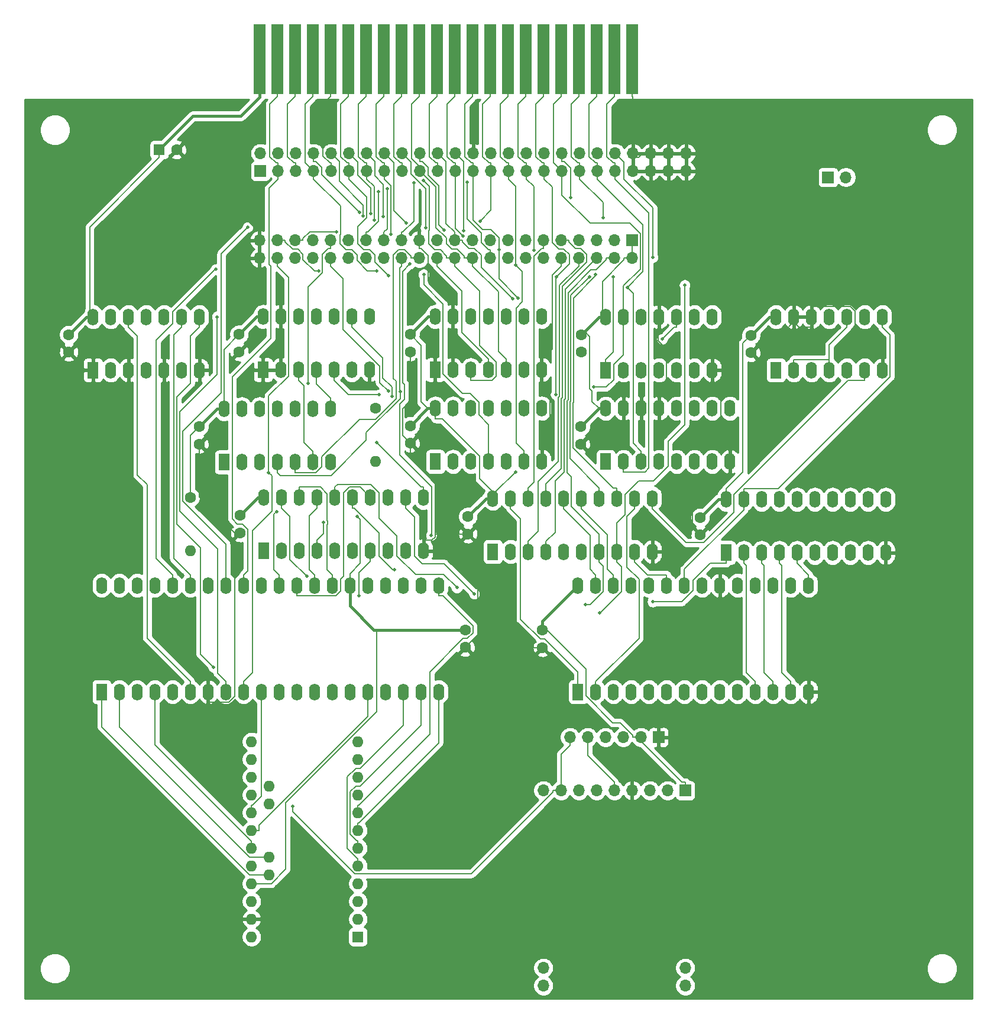
<source format=gtl>
G04 #@! TF.GenerationSoftware,KiCad,Pcbnew,(5.1.9)-1*
G04 #@! TF.CreationDate,2023-09-26T15:29:53+09:00*
G04 #@! TF.ProjectId,X1_SD,58315f53-442e-46b6-9963-61645f706362,rev?*
G04 #@! TF.SameCoordinates,PX1997c20PYbac5f70*
G04 #@! TF.FileFunction,Copper,L1,Top*
G04 #@! TF.FilePolarity,Positive*
%FSLAX46Y46*%
G04 Gerber Fmt 4.6, Leading zero omitted, Abs format (unit mm)*
G04 Created by KiCad (PCBNEW (5.1.9)-1) date 2023-09-26 15:29:53*
%MOMM*%
%LPD*%
G01*
G04 APERTURE LIST*
G04 #@! TA.AperFunction,ConnectorPad*
%ADD10R,1.780000X10.000000*%
G04 #@! TD*
G04 #@! TA.AperFunction,ComponentPad*
%ADD11R,1.600000X1.600000*%
G04 #@! TD*
G04 #@! TA.AperFunction,ComponentPad*
%ADD12C,1.600000*%
G04 #@! TD*
G04 #@! TA.AperFunction,ComponentPad*
%ADD13O,1.600000X1.600000*%
G04 #@! TD*
G04 #@! TA.AperFunction,ComponentPad*
%ADD14R,1.600000X2.400000*%
G04 #@! TD*
G04 #@! TA.AperFunction,ComponentPad*
%ADD15O,1.600000X2.400000*%
G04 #@! TD*
G04 #@! TA.AperFunction,ComponentPad*
%ADD16R,1.700000X1.700000*%
G04 #@! TD*
G04 #@! TA.AperFunction,ComponentPad*
%ADD17O,1.700000X1.700000*%
G04 #@! TD*
G04 #@! TA.AperFunction,ViaPad*
%ADD18C,0.500000*%
G04 #@! TD*
G04 #@! TA.AperFunction,Conductor*
%ADD19C,0.200000*%
G04 #@! TD*
G04 #@! TA.AperFunction,Conductor*
%ADD20C,0.400000*%
G04 #@! TD*
G04 #@! TA.AperFunction,Conductor*
%ADD21C,0.254000*%
G04 #@! TD*
G04 #@! TA.AperFunction,Conductor*
%ADD22C,0.100000*%
G04 #@! TD*
G04 APERTURE END LIST*
D10*
X34340000Y135116000D03*
X36880000Y135116000D03*
X39420000Y135116000D03*
X41960000Y135116000D03*
X44500000Y135116000D03*
X47040000Y135116000D03*
X49580000Y135116000D03*
X52120000Y135116000D03*
X54660000Y135116000D03*
X57200000Y135116000D03*
X59740000Y135116000D03*
X62280000Y135116000D03*
X64820000Y135116000D03*
X67360000Y135116000D03*
X69900000Y135116000D03*
X72440000Y135116000D03*
X74980000Y135116000D03*
X77520000Y135116000D03*
X80060000Y135116000D03*
X82600000Y135116000D03*
X85140000Y135116000D03*
X87680000Y135116000D03*
D11*
X19939000Y122174000D03*
D12*
X22439000Y122174000D03*
X6985000Y95710000D03*
X6985000Y93210000D03*
X55880000Y80177000D03*
X55880000Y82677000D03*
X25654000Y82550000D03*
X25654000Y80050000D03*
X80391000Y93210000D03*
X80391000Y95710000D03*
X55880000Y93258000D03*
X55880000Y95758000D03*
X31369000Y95758000D03*
X31369000Y93258000D03*
X104648000Y93131000D03*
X104648000Y95631000D03*
X80264000Y82550000D03*
X80264000Y80050000D03*
D13*
X50927000Y77597000D03*
D12*
X50927000Y85217000D03*
D14*
X10448000Y90630000D03*
D15*
X25688000Y98250000D03*
X12988000Y90630000D03*
X23148000Y98250000D03*
X15528000Y90630000D03*
X20608000Y98250000D03*
X18068000Y90630000D03*
X18068000Y98250000D03*
X20608000Y90630000D03*
X15528000Y98250000D03*
X23148000Y90630000D03*
X12988000Y98250000D03*
X25688000Y90630000D03*
X10448000Y98250000D03*
D14*
X59470000Y77549000D03*
D15*
X74710000Y85169000D03*
X62010000Y77549000D03*
X72170000Y85169000D03*
X64550000Y77549000D03*
X69630000Y85169000D03*
X67090000Y77549000D03*
X67090000Y85169000D03*
X69630000Y77549000D03*
X64550000Y85169000D03*
X72170000Y77549000D03*
X62010000Y85169000D03*
X74710000Y77549000D03*
X59470000Y85169000D03*
X108238000Y98250000D03*
X123478000Y90630000D03*
X110778000Y98250000D03*
X120938000Y90630000D03*
X113318000Y98250000D03*
X118398000Y90630000D03*
X115858000Y98250000D03*
X115858000Y90630000D03*
X118398000Y98250000D03*
X113318000Y90630000D03*
X120938000Y98250000D03*
X110778000Y90630000D03*
X123478000Y98250000D03*
D14*
X108238000Y90630000D03*
D15*
X83854000Y98250000D03*
X99094000Y90630000D03*
X86394000Y98250000D03*
X96554000Y90630000D03*
X88934000Y98250000D03*
X94014000Y90630000D03*
X91474000Y98250000D03*
X91474000Y90630000D03*
X94014000Y98250000D03*
X88934000Y90630000D03*
X96554000Y98250000D03*
X86394000Y90630000D03*
X99094000Y98250000D03*
D14*
X83854000Y90630000D03*
D12*
X31496000Y69850000D03*
X31496000Y67350000D03*
X64135000Y67183000D03*
X64135000Y69683000D03*
X63754000Y53467000D03*
X63754000Y50967000D03*
X97409000Y69556000D03*
X97409000Y67056000D03*
X74803000Y50927000D03*
X74803000Y53427000D03*
D16*
X95250000Y30480000D03*
D17*
X92710000Y30480000D03*
X90170000Y30480000D03*
X87630000Y30480000D03*
X85090000Y30480000D03*
X82550000Y30480000D03*
X80010000Y30480000D03*
X77470000Y30480000D03*
X74930000Y30480000D03*
X74930000Y2540000D03*
X74930000Y5080000D03*
X95250000Y2540000D03*
X95250000Y5080000D03*
D16*
X91440000Y38100000D03*
D17*
X88900000Y38100000D03*
X86360000Y38100000D03*
X83820000Y38100000D03*
X81280000Y38100000D03*
X78740000Y38100000D03*
D12*
X24413000Y72385000D03*
D13*
X24413000Y64765000D03*
D14*
X59436000Y90678000D03*
D15*
X74676000Y98298000D03*
X61976000Y90678000D03*
X72136000Y98298000D03*
X64516000Y90678000D03*
X69596000Y98298000D03*
X67056000Y90678000D03*
X67056000Y98298000D03*
X69596000Y90678000D03*
X64516000Y98298000D03*
X72136000Y90678000D03*
X61976000Y98298000D03*
X74676000Y90678000D03*
X59436000Y98298000D03*
D14*
X29210000Y77470000D03*
D15*
X44450000Y85090000D03*
X31750000Y77470000D03*
X41910000Y85090000D03*
X34290000Y77470000D03*
X39370000Y85090000D03*
X36830000Y77470000D03*
X36830000Y85090000D03*
X39370000Y77470000D03*
X34290000Y85090000D03*
X41910000Y77470000D03*
X31750000Y85090000D03*
X44450000Y77470000D03*
X29210000Y85090000D03*
D14*
X34925000Y64770000D03*
D15*
X57785000Y72390000D03*
X37465000Y64770000D03*
X55245000Y72390000D03*
X40005000Y64770000D03*
X52705000Y72390000D03*
X42545000Y64770000D03*
X50165000Y72390000D03*
X45085000Y64770000D03*
X47625000Y72390000D03*
X47625000Y64770000D03*
X45085000Y72390000D03*
X50165000Y64770000D03*
X42545000Y72390000D03*
X52705000Y64770000D03*
X40005000Y72390000D03*
X55245000Y64770000D03*
X37465000Y72390000D03*
X57785000Y64770000D03*
X34925000Y72390000D03*
X34798000Y98298000D03*
X50038000Y90678000D03*
X37338000Y98298000D03*
X47498000Y90678000D03*
X39878000Y98298000D03*
X44958000Y90678000D03*
X42418000Y98298000D03*
X42418000Y90678000D03*
X44958000Y98298000D03*
X39878000Y90678000D03*
X47498000Y98298000D03*
X37338000Y90678000D03*
X50038000Y98298000D03*
D14*
X34798000Y90678000D03*
D15*
X67691000Y72263000D03*
X90551000Y64643000D03*
X70231000Y72263000D03*
X88011000Y64643000D03*
X72771000Y72263000D03*
X85471000Y64643000D03*
X75311000Y72263000D03*
X82931000Y64643000D03*
X77851000Y72263000D03*
X80391000Y64643000D03*
X80391000Y72263000D03*
X77851000Y64643000D03*
X82931000Y72263000D03*
X75311000Y64643000D03*
X85471000Y72263000D03*
X72771000Y64643000D03*
X88011000Y72263000D03*
X70231000Y64643000D03*
X90551000Y72263000D03*
D14*
X67691000Y64643000D03*
X83862000Y77536000D03*
D15*
X101642000Y85156000D03*
X86402000Y77536000D03*
X99102000Y85156000D03*
X88942000Y77536000D03*
X96562000Y85156000D03*
X91482000Y77536000D03*
X94022000Y85156000D03*
X94022000Y77536000D03*
X91482000Y85156000D03*
X96562000Y77536000D03*
X88942000Y85156000D03*
X99102000Y77536000D03*
X86402000Y85156000D03*
X101642000Y77536000D03*
X83862000Y85156000D03*
D14*
X101092000Y64516000D03*
D15*
X123952000Y72136000D03*
X103632000Y64516000D03*
X121412000Y72136000D03*
X106172000Y64516000D03*
X118872000Y72136000D03*
X108712000Y64516000D03*
X116332000Y72136000D03*
X111252000Y64516000D03*
X113792000Y72136000D03*
X113792000Y64516000D03*
X111252000Y72136000D03*
X116332000Y64516000D03*
X108712000Y72136000D03*
X118872000Y64516000D03*
X106172000Y72136000D03*
X121412000Y64516000D03*
X103632000Y72136000D03*
X123952000Y64516000D03*
X101092000Y72136000D03*
D14*
X11684000Y44577000D03*
D15*
X59944000Y59817000D03*
X14224000Y44577000D03*
X57404000Y59817000D03*
X16764000Y44577000D03*
X54864000Y59817000D03*
X19304000Y44577000D03*
X52324000Y59817000D03*
X21844000Y44577000D03*
X49784000Y59817000D03*
X24384000Y44577000D03*
X47244000Y59817000D03*
X26924000Y44577000D03*
X44704000Y59817000D03*
X29464000Y44577000D03*
X42164000Y59817000D03*
X32004000Y44577000D03*
X39624000Y59817000D03*
X34544000Y44577000D03*
X37084000Y59817000D03*
X37084000Y44577000D03*
X34544000Y59817000D03*
X39624000Y44577000D03*
X32004000Y59817000D03*
X42164000Y44577000D03*
X29464000Y59817000D03*
X44704000Y44577000D03*
X26924000Y59817000D03*
X47244000Y44577000D03*
X24384000Y59817000D03*
X49784000Y44577000D03*
X21844000Y59817000D03*
X52324000Y44577000D03*
X19304000Y59817000D03*
X54864000Y44577000D03*
X16764000Y59817000D03*
X57404000Y44577000D03*
X14224000Y59817000D03*
X59944000Y44577000D03*
X11684000Y59817000D03*
D14*
X79883000Y44577000D03*
D15*
X112903000Y59817000D03*
X82423000Y44577000D03*
X110363000Y59817000D03*
X84963000Y44577000D03*
X107823000Y59817000D03*
X87503000Y44577000D03*
X105283000Y59817000D03*
X90043000Y44577000D03*
X102743000Y59817000D03*
X92583000Y44577000D03*
X100203000Y59817000D03*
X95123000Y44577000D03*
X97663000Y59817000D03*
X97663000Y44577000D03*
X95123000Y59817000D03*
X100203000Y44577000D03*
X92583000Y59817000D03*
X102743000Y44577000D03*
X90043000Y59817000D03*
X105283000Y44577000D03*
X87503000Y59817000D03*
X107823000Y44577000D03*
X84963000Y59817000D03*
X110363000Y44577000D03*
X82423000Y59817000D03*
X112903000Y44577000D03*
X79883000Y59817000D03*
D11*
X48387000Y9525000D03*
D13*
X48387000Y12065000D03*
X48387000Y14605000D03*
X33147000Y37465000D03*
X48387000Y17145000D03*
X33147000Y34925000D03*
X48387000Y19685000D03*
X33147000Y32385000D03*
X48387000Y22225000D03*
X33147000Y29845000D03*
X48387000Y24765000D03*
X33147000Y27305000D03*
X48387000Y27305000D03*
X33147000Y24765000D03*
X48387000Y29845000D03*
X33147000Y22225000D03*
X48387000Y32385000D03*
X33147000Y19685000D03*
X48387000Y34925000D03*
X33147000Y17145000D03*
X48387000Y37465000D03*
X33147000Y14605000D03*
X33147000Y12065000D03*
X33147000Y9525000D03*
X35687000Y18415000D03*
X35687000Y20955000D03*
X35687000Y28575000D03*
X35687000Y31115000D03*
D17*
X34290000Y106680000D03*
X34290000Y109220000D03*
X36830000Y106680000D03*
X36830000Y109220000D03*
X39370000Y106680000D03*
X39370000Y109220000D03*
X41910000Y106680000D03*
X41910000Y109220000D03*
X44450000Y106680000D03*
X44450000Y109220000D03*
X46990000Y106680000D03*
X46990000Y109220000D03*
X49530000Y106680000D03*
X49530000Y109220000D03*
X52070000Y106680000D03*
X52070000Y109220000D03*
X54610000Y106680000D03*
X54610000Y109220000D03*
X57150000Y106680000D03*
X57150000Y109220000D03*
X59690000Y106680000D03*
X59690000Y109220000D03*
X62230000Y106680000D03*
X62230000Y109220000D03*
X64770000Y106680000D03*
X64770000Y109220000D03*
X67310000Y106680000D03*
X67310000Y109220000D03*
X69850000Y106680000D03*
X69850000Y109220000D03*
X72390000Y106680000D03*
X72390000Y109220000D03*
X74930000Y106680000D03*
X74930000Y109220000D03*
X77470000Y106680000D03*
X77470000Y109220000D03*
X80010000Y106680000D03*
X80010000Y109220000D03*
X82550000Y106680000D03*
X82550000Y109220000D03*
X85090000Y106680000D03*
X85090000Y109220000D03*
X87630000Y106680000D03*
D16*
X87630000Y109220000D03*
X34417000Y119126000D03*
D17*
X34417000Y121666000D03*
X36957000Y119126000D03*
X36957000Y121666000D03*
X39497000Y119126000D03*
X39497000Y121666000D03*
X42037000Y119126000D03*
X42037000Y121666000D03*
X44577000Y119126000D03*
X44577000Y121666000D03*
X47117000Y119126000D03*
X47117000Y121666000D03*
X49657000Y119126000D03*
X49657000Y121666000D03*
X52197000Y119126000D03*
X52197000Y121666000D03*
X54737000Y119126000D03*
X54737000Y121666000D03*
X57277000Y119126000D03*
X57277000Y121666000D03*
X59817000Y119126000D03*
X59817000Y121666000D03*
X62357000Y119126000D03*
X62357000Y121666000D03*
X64897000Y119126000D03*
X64897000Y121666000D03*
X67437000Y119126000D03*
X67437000Y121666000D03*
X69977000Y119126000D03*
X69977000Y121666000D03*
X72517000Y119126000D03*
X72517000Y121666000D03*
X75057000Y119126000D03*
X75057000Y121666000D03*
X77597000Y119126000D03*
X77597000Y121666000D03*
X80137000Y119126000D03*
X80137000Y121666000D03*
X82677000Y119126000D03*
X82677000Y121666000D03*
X85217000Y119126000D03*
X85217000Y121666000D03*
X87757000Y119126000D03*
X87757000Y121666000D03*
X90297000Y119126000D03*
X90297000Y121666000D03*
X92837000Y119126000D03*
X92837000Y121666000D03*
X95377000Y119126000D03*
X95377000Y121666000D03*
D16*
X115697000Y118237000D03*
D17*
X118237000Y118237000D03*
D18*
X48271500Y69683000D03*
X70943800Y76042000D03*
X80974500Y57033300D03*
X48514000Y58316700D03*
X43476200Y68838900D03*
X32591100Y111069800D03*
X51080100Y104845200D03*
X54419000Y87574900D03*
X65853000Y111943000D03*
X71000400Y105655300D03*
X73568900Y107761300D03*
X57797900Y104341200D03*
X76800600Y103992900D03*
X76712200Y87118900D03*
X52719600Y87631000D03*
X82114100Y88222400D03*
X83469100Y112447700D03*
X84954300Y103966500D03*
X86942100Y102472300D03*
X28215800Y98261200D03*
X35597000Y75987900D03*
X82971200Y55900600D03*
X95169100Y102796100D03*
X36725900Y70400600D03*
X82435100Y104309800D03*
X48596200Y113202700D03*
X81541300Y104015100D03*
X49111900Y112727800D03*
X50212600Y113048300D03*
X28025100Y105061600D03*
X58069300Y110974900D03*
X58879700Y66986000D03*
X55832400Y105811700D03*
X60740000Y110646500D03*
X90574100Y57460600D03*
X70537100Y100827300D03*
X51419700Y87115800D03*
X57735100Y117816100D03*
X63458300Y109833900D03*
X71329900Y100940900D03*
X68579900Y107893400D03*
X53270000Y86903700D03*
X91928500Y95056900D03*
X78835300Y115300600D03*
X41248800Y88757700D03*
X39082900Y28210600D03*
X27717300Y48092300D03*
X51039300Y80263300D03*
X65031700Y58625800D03*
X53588400Y62059200D03*
X62539500Y59488100D03*
X41047500Y61153100D03*
X52771800Y104145400D03*
X50706300Y112146500D03*
X53123900Y110113900D03*
X64047600Y117551100D03*
X52019900Y112648000D03*
X55312300Y111639800D03*
X63497300Y110542500D03*
X56398800Y117411400D03*
X52573600Y116567000D03*
X51305700Y116150600D03*
X45327800Y110410300D03*
X42754000Y104787500D03*
X90604300Y106771900D03*
D19*
X80841100Y96160100D02*
X81563800Y95437400D01*
X81563800Y95437400D02*
X81563800Y87994500D01*
X81563800Y87994500D02*
X81906300Y87652000D01*
X81906300Y87652000D02*
X81906400Y87652000D01*
X81906400Y87652000D02*
X81906400Y86119600D01*
X81906400Y86119600D02*
X82870000Y85156000D01*
X47244000Y59817000D02*
X47244000Y61473600D01*
X47244000Y61473600D02*
X48726600Y62956200D01*
X48726600Y62956200D02*
X48726600Y69227900D01*
X48726600Y69227900D02*
X48271500Y69683000D01*
D20*
X51054000Y53467000D02*
X50673000Y53467000D01*
X50673000Y53467000D02*
X47244000Y56896000D01*
X47244000Y56896000D02*
X47244000Y59817000D01*
X74803000Y54082000D02*
X74803000Y54737000D01*
X74803000Y54737000D02*
X79883000Y59817000D01*
D19*
X51054000Y53467000D02*
X51054000Y41736900D01*
X51054000Y41736900D02*
X38031200Y28714100D01*
X38031200Y28714100D02*
X38031200Y19195000D01*
X38031200Y19195000D02*
X35981200Y17145000D01*
X35981200Y17145000D02*
X33147000Y17145000D01*
D20*
X63754000Y53467000D02*
X51054000Y53467000D01*
D19*
X67691000Y73202400D02*
X68104200Y73202400D01*
X68104200Y73202400D02*
X70943800Y76042000D01*
X67691000Y73202400D02*
X65820000Y75073400D01*
X65820000Y75073400D02*
X65820000Y78296800D01*
X65820000Y78296800D02*
X60448100Y83668700D01*
X60448100Y83668700D02*
X59470000Y83668700D01*
X59470000Y85169000D02*
X59470000Y83668700D01*
X67691000Y72641400D02*
X67691000Y73202400D01*
X67691000Y72641400D02*
X67691000Y72263000D01*
X87630000Y106680000D02*
X86479700Y106680000D01*
X83392500Y98250000D02*
X83392500Y103323300D01*
X83392500Y103323300D02*
X86479700Y106410500D01*
X86479700Y106410500D02*
X86479700Y106680000D01*
D20*
X83392500Y98250000D02*
X83854000Y98250000D01*
X80841100Y96160100D02*
X82931000Y98250000D01*
X82931000Y98250000D02*
X83392500Y98250000D01*
X64135000Y69683000D02*
X66715000Y72263000D01*
X66715000Y72263000D02*
X67691000Y72263000D01*
D19*
X19939000Y122174000D02*
X19939000Y121073700D01*
X9986500Y98250000D02*
X9986500Y111121200D01*
X9986500Y111121200D02*
X19939000Y121073700D01*
D20*
X9986500Y98250000D02*
X10448000Y98250000D01*
X6985000Y95710000D02*
X9525000Y98250000D01*
X9525000Y98250000D02*
X9986500Y98250000D01*
X58372000Y85169000D02*
X59470000Y85169000D01*
X55880000Y82677000D02*
X58372000Y85169000D01*
D19*
X55880000Y95758000D02*
X57441900Y94196100D01*
X57441900Y94196100D02*
X57441900Y86099100D01*
X57441900Y86099100D02*
X58372000Y85169000D01*
D20*
X55880000Y95758000D02*
X58420000Y98298000D01*
X58420000Y98298000D02*
X59436000Y98298000D01*
D19*
X31369000Y95758000D02*
X29210000Y93599000D01*
X29210000Y93599000D02*
X29210000Y85090000D01*
D20*
X31369000Y95758000D02*
X33909000Y98298000D01*
X33909000Y98298000D02*
X34798000Y98298000D01*
X82870000Y85156000D02*
X83862000Y85156000D01*
X80264000Y82550000D02*
X82870000Y85156000D01*
X80391000Y95710000D02*
X80841100Y96160100D01*
D19*
X95250000Y30480000D02*
X95250000Y31630300D01*
X88324900Y38100000D02*
X94794600Y31630300D01*
X94794600Y31630300D02*
X95250000Y31630300D01*
X88324900Y38100000D02*
X87749700Y38100000D01*
X88900000Y38100000D02*
X88324900Y38100000D01*
X74803000Y54082000D02*
X81011400Y47873600D01*
X81011400Y47873600D02*
X81011400Y44005700D01*
X81011400Y44005700D02*
X84862300Y40154800D01*
X84862300Y40154800D02*
X85933200Y40154800D01*
X85933200Y40154800D02*
X87749700Y38338300D01*
X87749700Y38338300D02*
X87749700Y38100000D01*
D20*
X74803000Y53427000D02*
X74803000Y54082000D01*
D19*
X101092000Y72136000D02*
X101092000Y73636300D01*
X104648000Y95631000D02*
X103511400Y94494400D01*
X103511400Y94494400D02*
X103511400Y76055700D01*
X103511400Y76055700D02*
X101092000Y73636300D01*
D20*
X104648000Y95631000D02*
X107267000Y98250000D01*
X107267000Y98250000D02*
X108238000Y98250000D01*
X19939000Y122174000D02*
X24765000Y127000000D01*
X24765000Y127000000D02*
X31624000Y127000000D01*
X31624000Y127000000D02*
X34340000Y129716000D01*
X34340000Y129716000D02*
X34340000Y135116000D01*
X25654000Y82550000D02*
X28194000Y85090000D01*
X28194000Y85090000D02*
X29210000Y85090000D01*
D19*
X25654000Y82550000D02*
X24413000Y81309000D01*
X24413000Y81309000D02*
X24413000Y72385000D01*
D20*
X97409000Y69556000D02*
X99989000Y72136000D01*
X99989000Y72136000D02*
X101092000Y72136000D01*
D19*
X87630000Y109220000D02*
X87630000Y106680000D01*
D20*
X31496000Y69850000D02*
X34036000Y72390000D01*
X34036000Y72390000D02*
X34925000Y72390000D01*
D19*
X65582100Y52795100D02*
X63754000Y50967000D01*
X64135000Y67183000D02*
X65582100Y65735900D01*
X65582100Y65735900D02*
X65582100Y52795100D01*
X74803000Y50927000D02*
X67450200Y50927000D01*
X67450200Y50927000D02*
X65582100Y52795100D01*
X59430000Y67183000D02*
X64135000Y67183000D01*
X57785000Y66270300D02*
X58942300Y66270300D01*
X58942300Y66270300D02*
X59430000Y66758000D01*
X59430000Y66758000D02*
X59430000Y67183000D01*
X59430000Y67183000D02*
X59430000Y74866300D01*
X59430000Y74866300D02*
X55880000Y78416300D01*
X55880000Y78416300D02*
X55880000Y80177000D01*
X101642000Y77536000D02*
X101642000Y79036300D01*
X99094000Y90630000D02*
X99094000Y89129700D01*
X99094000Y89129700D02*
X100372000Y87851700D01*
X100372000Y87851700D02*
X100372000Y80306300D01*
X100372000Y80306300D02*
X101642000Y79036300D01*
X74676000Y90678000D02*
X74676000Y89177700D01*
X74710000Y77549000D02*
X74710000Y79049300D01*
X74710000Y79049300D02*
X75832200Y80171500D01*
X75832200Y80171500D02*
X75832200Y88021500D01*
X75832200Y88021500D02*
X74676000Y89177700D01*
X91474000Y96749700D02*
X91378200Y96653900D01*
X91378200Y96653900D02*
X91378200Y94829000D01*
X91378200Y94829000D02*
X92586100Y93621100D01*
X92586100Y93621100D02*
X92586100Y87760400D01*
X92586100Y87760400D02*
X91482000Y86656300D01*
X74676000Y92178300D02*
X76185800Y93688100D01*
X76185800Y93688100D02*
X76185800Y104245500D01*
X76185800Y104245500D02*
X77470000Y105529700D01*
X74676000Y90678000D02*
X74676000Y92178300D01*
X77470000Y106680000D02*
X77470000Y105529700D01*
X57785000Y64770000D02*
X57785000Y66270300D01*
X55880000Y80177000D02*
X54761100Y81295900D01*
X54761100Y81295900D02*
X54761100Y85136600D01*
X54761100Y85136600D02*
X55880000Y86255500D01*
X55880000Y86255500D02*
X55880000Y93258000D01*
X30775000Y67350000D02*
X30775000Y43924400D01*
X30775000Y43924400D02*
X29927300Y43076700D01*
X29927300Y43076700D02*
X26924000Y43076700D01*
X25654000Y80050000D02*
X25654000Y72471000D01*
X25654000Y72471000D02*
X30775000Y67350000D01*
X30775000Y67350000D02*
X31496000Y67350000D01*
X26924000Y44577000D02*
X26924000Y43076700D01*
X61976000Y98298000D02*
X61976000Y99798300D01*
X37338000Y90678000D02*
X37338000Y98298000D01*
X34290000Y109220000D02*
X34290000Y110370300D01*
X34290000Y110370300D02*
X34242700Y110370300D01*
X34242700Y110370300D02*
X22439000Y122174000D01*
X34290000Y106680000D02*
X34290000Y109220000D01*
X110778000Y97499900D02*
X109293400Y96015300D01*
X109293400Y96015300D02*
X107521300Y96015300D01*
X107521300Y96015300D02*
X104648000Y93142000D01*
X104648000Y93142000D02*
X104648000Y93131000D01*
X57150000Y109220000D02*
X57150000Y108069700D01*
X61976000Y99798300D02*
X58420000Y103354300D01*
X58420000Y103354300D02*
X58420000Y107038000D01*
X58420000Y107038000D02*
X57388300Y108069700D01*
X57388300Y108069700D02*
X57150000Y108069700D01*
X61976000Y90678000D02*
X61976000Y98298000D01*
X113318000Y98250000D02*
X113318000Y96749700D01*
X110778000Y97499900D02*
X111528200Y96749700D01*
X111528200Y96749700D02*
X113318000Y96749700D01*
X110778000Y98250000D02*
X110778000Y97499900D01*
X90297000Y121666000D02*
X89146700Y121666000D01*
X87757000Y121090900D02*
X88571600Y121090900D01*
X88571600Y121090900D02*
X89146700Y121666000D01*
X87757000Y121090900D02*
X87757000Y120515700D01*
X87757000Y121666000D02*
X87757000Y121090900D01*
X101642000Y77536000D02*
X101642000Y76035700D01*
X101642000Y76035700D02*
X96278000Y70671700D01*
X96278000Y70671700D02*
X96278000Y68187000D01*
X96278000Y68187000D02*
X97409000Y67056000D01*
X87757000Y119126000D02*
X87757000Y120515700D01*
X87757000Y119126000D02*
X89146700Y119126000D01*
X90297000Y117975700D02*
X91474000Y116798700D01*
X91474000Y116798700D02*
X91474000Y99750300D01*
X113318000Y98250000D02*
X113318000Y99750300D01*
X123478000Y90630000D02*
X123478000Y92130300D01*
X113318000Y99750300D02*
X118896700Y99750300D01*
X118896700Y99750300D02*
X119581600Y99065400D01*
X119581600Y99065400D02*
X119581600Y96026700D01*
X119581600Y96026700D02*
X123478000Y92130300D01*
X95377000Y119126000D02*
X93987300Y119126000D01*
X95377000Y121666000D02*
X95377000Y119126000D01*
X92837000Y119126000D02*
X93987300Y119126000D01*
X92837000Y119126000D02*
X91447300Y119126000D01*
X90297000Y119126000D02*
X91447300Y119126000D01*
X90297000Y119126000D02*
X89146700Y119126000D01*
X91474000Y98250000D02*
X91474000Y99750300D01*
X44577000Y119126000D02*
X44577000Y120276300D01*
X44500000Y135116000D02*
X44500000Y129815700D01*
X44500000Y129815700D02*
X43381600Y128697300D01*
X43381600Y128697300D02*
X43381600Y121233300D01*
X43381600Y121233300D02*
X44338600Y120276300D01*
X44338600Y120276300D02*
X44577000Y120276300D01*
X90297000Y119126000D02*
X90297000Y117975700D01*
X91482000Y85156000D02*
X91482000Y86656300D01*
X91474000Y98250000D02*
X91474000Y96749700D01*
X87680000Y135116000D02*
X87680000Y129815700D01*
X87757000Y121666000D02*
X87757000Y129738700D01*
X87757000Y129738700D02*
X87680000Y129815700D01*
X36957000Y119126000D02*
X36957000Y117975700D01*
X36957000Y117975700D02*
X35644600Y116663300D01*
X35644600Y116663300D02*
X35644600Y105783400D01*
X35644600Y105783400D02*
X35909200Y105518800D01*
X35909200Y105518800D02*
X35909200Y95199300D01*
X35909200Y95199300D02*
X30389300Y89679400D01*
X30389300Y89679400D02*
X30389300Y69321600D01*
X30389300Y69321600D02*
X31110900Y68600000D01*
X31110900Y68600000D02*
X31809000Y68600000D01*
X31809000Y68600000D02*
X32601800Y67807200D01*
X32601800Y67807200D02*
X32601800Y61915100D01*
X32601800Y61915100D02*
X32004000Y61317300D01*
X36957000Y119701200D02*
X36957000Y119126000D01*
X32004000Y59817000D02*
X32004000Y61317300D01*
X82931000Y65393200D02*
X82931000Y67153000D01*
X82931000Y67153000D02*
X78951400Y71132600D01*
X78951400Y71132600D02*
X78951400Y75348100D01*
X78951400Y75348100D02*
X78312500Y75987000D01*
X78312500Y75987000D02*
X78312500Y86242600D01*
X78312500Y86242600D02*
X78463400Y86393500D01*
X78463400Y86393500D02*
X78463400Y101729800D01*
X78463400Y101729800D02*
X81721400Y104987800D01*
X81721400Y104987800D02*
X82517100Y104987800D01*
X82517100Y104987800D02*
X83939700Y106410400D01*
X83939700Y106410400D02*
X83939700Y106680000D01*
X82931000Y64643000D02*
X82931000Y63142700D01*
X80974500Y57033300D02*
X81596800Y57033300D01*
X81596800Y57033300D02*
X83530600Y58967100D01*
X83530600Y58967100D02*
X83530600Y62543100D01*
X83530600Y62543100D02*
X82931000Y63142700D01*
X50165000Y63269700D02*
X48514000Y61618700D01*
X48514000Y61618700D02*
X48514000Y58316700D01*
X50165000Y64770000D02*
X50165000Y63269700D01*
X85090000Y106680000D02*
X83939700Y106680000D01*
X82931000Y64643000D02*
X82931000Y65393200D01*
X36957000Y119701200D02*
X36957000Y120276300D01*
X36880000Y135116000D02*
X36880000Y129815700D01*
X36957000Y120276300D02*
X36669400Y120276300D01*
X36669400Y120276300D02*
X35761600Y121184100D01*
X35761600Y121184100D02*
X35761600Y128697300D01*
X35761600Y128697300D02*
X36880000Y129815700D01*
X29464000Y59817000D02*
X29464000Y65727800D01*
X29464000Y65727800D02*
X23311800Y71880000D01*
X23311800Y71880000D02*
X23311800Y81861500D01*
X23311800Y81861500D02*
X28809600Y87359300D01*
X28809600Y87359300D02*
X28809600Y107288300D01*
X28809600Y107288300D02*
X32591100Y111069800D01*
X42545000Y64770000D02*
X42545000Y66270300D01*
X42545000Y66270300D02*
X43476200Y67201500D01*
X43476200Y67201500D02*
X43476200Y68838900D01*
X75311000Y66143300D02*
X76600000Y67432300D01*
X76600000Y67432300D02*
X76600000Y74769300D01*
X76600000Y74769300D02*
X77889400Y76058700D01*
X77889400Y76058700D02*
X77889400Y86385600D01*
X77889400Y86385600D02*
X78063100Y86559300D01*
X78063100Y86559300D02*
X78063100Y102193100D01*
X78063100Y102193100D02*
X82550000Y106680000D01*
X75311000Y64643000D02*
X75311000Y66143300D01*
X39420000Y135116000D02*
X39420000Y129815700D01*
X39497000Y119126000D02*
X39497000Y120276300D01*
X39497000Y120276300D02*
X39227000Y120276300D01*
X39227000Y120276300D02*
X38309600Y121193700D01*
X38309600Y121193700D02*
X38309600Y128705300D01*
X38309600Y128705300D02*
X39420000Y129815700D01*
X51080100Y104845200D02*
X49728800Y104845200D01*
X49728800Y104845200D02*
X48260000Y106314000D01*
X48260000Y106314000D02*
X48260000Y107098500D01*
X48260000Y107098500D02*
X47528100Y107830400D01*
X47528100Y107830400D02*
X46691100Y107830400D01*
X46691100Y107830400D02*
X45839600Y108681900D01*
X45839600Y108681900D02*
X45839600Y109999800D01*
X45839600Y109999800D02*
X45894800Y110055000D01*
X45894800Y110055000D02*
X45894800Y114117900D01*
X45894800Y114117900D02*
X42037000Y117975700D01*
X42037000Y119126000D02*
X42037000Y117975700D01*
X42037000Y119126000D02*
X40841600Y120321400D01*
X40841600Y120321400D02*
X40841600Y128697300D01*
X40841600Y128697300D02*
X41960000Y129815700D01*
X72771000Y66143300D02*
X74170900Y67543200D01*
X74170900Y67543200D02*
X74170900Y74675300D01*
X74170900Y74675300D02*
X77088700Y77593100D01*
X77088700Y77593100D02*
X77088700Y86717100D01*
X77088700Y86717100D02*
X77262500Y86890900D01*
X77262500Y86890900D02*
X77262500Y102782200D01*
X77262500Y102782200D02*
X80010000Y105529700D01*
X41960000Y135116000D02*
X41960000Y129815700D01*
X72771000Y64643000D02*
X72771000Y66143300D01*
X80010000Y106680000D02*
X80010000Y105529700D01*
X54419000Y87574900D02*
X54366000Y87627900D01*
X54366000Y87627900D02*
X54366000Y105285700D01*
X54366000Y105285700D02*
X54610000Y105529700D01*
X36830000Y75969700D02*
X37253600Y75546100D01*
X37253600Y75546100D02*
X44510000Y75546100D01*
X44510000Y75546100D02*
X49530600Y80566700D01*
X49530600Y80566700D02*
X49530600Y81672300D01*
X49530600Y81672300D02*
X54419000Y86560700D01*
X54419000Y86560700D02*
X54419000Y87574900D01*
X54610000Y106680000D02*
X54610000Y105529700D01*
X36830000Y77470000D02*
X36830000Y75969700D01*
X67437000Y119126000D02*
X67437000Y120276300D01*
X67437000Y120276300D02*
X67149400Y120276300D01*
X67149400Y120276300D02*
X66241600Y121184100D01*
X66241600Y121184100D02*
X66241600Y128697300D01*
X66241600Y128697300D02*
X67360000Y129815700D01*
X65853000Y111943000D02*
X67437000Y113527000D01*
X67437000Y113527000D02*
X67437000Y119126000D01*
X67360000Y135116000D02*
X67360000Y129815700D01*
X72170000Y79049300D02*
X71007000Y80212300D01*
X71007000Y80212300D02*
X71007000Y99520400D01*
X71007000Y99520400D02*
X71899800Y100413200D01*
X71899800Y100413200D02*
X71899800Y104755900D01*
X71899800Y104755900D02*
X71000400Y105655300D01*
X69977000Y117975700D02*
X71000400Y116952300D01*
X71000400Y116952300D02*
X71000400Y105655300D01*
X69977000Y119126000D02*
X69977000Y117975700D01*
X69977000Y119701200D02*
X69977000Y119126000D01*
X72170000Y77549000D02*
X72170000Y79049300D01*
X69977000Y119701200D02*
X69977000Y120276300D01*
X69900000Y135116000D02*
X69900000Y129815700D01*
X69977000Y120276300D02*
X69689400Y120276300D01*
X69689400Y120276300D02*
X68781600Y121184100D01*
X68781600Y121184100D02*
X68781600Y128697300D01*
X68781600Y128697300D02*
X69900000Y129815700D01*
X72517000Y117975700D02*
X73568900Y116923800D01*
X73568900Y116923800D02*
X73568900Y107761300D01*
X72517000Y119126000D02*
X72517000Y117975700D01*
X72517000Y119701200D02*
X72517000Y119126000D01*
X67090000Y77549000D02*
X67090000Y82799000D01*
X67090000Y82799000D02*
X65678400Y84210600D01*
X65678400Y84210600D02*
X65678400Y86058300D01*
X65678400Y86058300D02*
X64446500Y87290200D01*
X64446500Y87290200D02*
X63378000Y87290200D01*
X63378000Y87290200D02*
X60578700Y90089500D01*
X60578700Y90089500D02*
X60578700Y100070800D01*
X60578700Y100070800D02*
X57797900Y102851600D01*
X57797900Y102851600D02*
X57797900Y104341200D01*
X72517000Y119701200D02*
X72517000Y120276300D01*
X72440000Y135116000D02*
X72440000Y129815700D01*
X72517000Y120276300D02*
X72229400Y120276300D01*
X72229400Y120276300D02*
X71321600Y121184100D01*
X71321600Y121184100D02*
X71321600Y128697300D01*
X71321600Y128697300D02*
X72440000Y129815700D01*
X76800600Y103992900D02*
X78647600Y105839900D01*
X78647600Y105839900D02*
X78647600Y107157800D01*
X78647600Y107157800D02*
X77858000Y107947400D01*
X77858000Y107947400D02*
X77115600Y107947400D01*
X77115600Y107947400D02*
X76207300Y108855700D01*
X76207300Y108855700D02*
X76207300Y116825400D01*
X76207300Y116825400D02*
X75057000Y117975700D01*
X76712200Y87118900D02*
X76712200Y103904500D01*
X76712200Y103904500D02*
X76800600Y103992900D01*
X75057000Y119126000D02*
X75057000Y117975700D01*
X75057000Y119701200D02*
X75057000Y119126000D01*
X75057000Y119701200D02*
X75057000Y120276300D01*
X74980000Y135116000D02*
X74980000Y129815700D01*
X75057000Y120276300D02*
X74769400Y120276300D01*
X74769400Y120276300D02*
X73861600Y121184100D01*
X73861600Y121184100D02*
X73861600Y128697300D01*
X73861600Y128697300D02*
X74980000Y129815700D01*
X44450000Y105529700D02*
X46228000Y103751700D01*
X46228000Y103751700D02*
X46228000Y96475000D01*
X46228000Y96475000D02*
X51502600Y91200400D01*
X51502600Y91200400D02*
X51502600Y88848000D01*
X51502600Y88848000D02*
X52719600Y87631000D01*
X44450000Y106680000D02*
X44450000Y105529700D01*
X86394000Y98250000D02*
X86394000Y99750300D01*
X77597000Y119126000D02*
X77597000Y115693800D01*
X77597000Y115693800D02*
X81617200Y111673600D01*
X81617200Y111673600D02*
X87301800Y111673600D01*
X87301800Y111673600D02*
X88789300Y110186100D01*
X88789300Y110186100D02*
X88789300Y105097700D01*
X88789300Y105097700D02*
X86391800Y102700200D01*
X86391800Y102700200D02*
X86391800Y99752500D01*
X86391800Y99752500D02*
X86394000Y99750300D01*
X86394000Y98250000D02*
X86394000Y92830200D01*
X86394000Y92830200D02*
X84982400Y91418600D01*
X84982400Y91418600D02*
X84982400Y89256400D01*
X84982400Y89256400D02*
X83948400Y88222400D01*
X83948400Y88222400D02*
X82114100Y88222400D01*
X77520000Y129815700D02*
X76401600Y128697300D01*
X76401600Y128697300D02*
X76401600Y120321400D01*
X76401600Y120321400D02*
X77597000Y119126000D01*
X77520000Y135116000D02*
X77520000Y129815700D01*
X80137000Y119126000D02*
X80137000Y117975700D01*
X80137000Y117975700D02*
X83469100Y114643600D01*
X83469100Y114643600D02*
X83469100Y112447700D01*
X80137000Y119147000D02*
X80137000Y119126000D01*
X83854000Y92130300D02*
X84954300Y93230600D01*
X84954300Y93230600D02*
X84954300Y103966500D01*
X80137000Y119147000D02*
X80137000Y120276300D01*
X80060000Y135116000D02*
X80060000Y129815700D01*
X80137000Y120276300D02*
X79849400Y120276300D01*
X79849400Y120276300D02*
X78941600Y121184100D01*
X78941600Y121184100D02*
X78941600Y128697300D01*
X78941600Y128697300D02*
X80060000Y129815700D01*
X83854000Y90630000D02*
X83854000Y92130300D01*
X82677000Y117975700D02*
X89194400Y111458300D01*
X89194400Y111458300D02*
X89194400Y104724600D01*
X89194400Y104724600D02*
X86942100Y102472300D01*
X88942000Y79036300D02*
X87830900Y80147400D01*
X87830900Y80147400D02*
X87830900Y101583500D01*
X87830900Y101583500D02*
X86942100Y102472300D01*
X88942000Y77536000D02*
X88942000Y79036300D01*
X82677000Y119126000D02*
X82677000Y117975700D01*
X82677000Y119679400D02*
X82677000Y119126000D01*
X29464000Y44577000D02*
X29464000Y46077300D01*
X28215800Y98261200D02*
X28215800Y90010200D01*
X28215800Y90010200D02*
X22889400Y84683800D01*
X22889400Y84683800D02*
X22889400Y70434600D01*
X22889400Y70434600D02*
X28267700Y65056300D01*
X28267700Y65056300D02*
X28267700Y47273600D01*
X28267700Y47273600D02*
X29464000Y46077300D01*
X82677000Y119679400D02*
X82677000Y120276300D01*
X82600000Y135116000D02*
X82600000Y129815700D01*
X82677000Y120276300D02*
X82385000Y120276300D01*
X82385000Y120276300D02*
X81481600Y121179700D01*
X81481600Y121179700D02*
X81481600Y128697300D01*
X81481600Y128697300D02*
X82600000Y129815700D01*
X86402000Y77536000D02*
X86402000Y76035700D01*
X85217000Y119126000D02*
X85217000Y117975700D01*
X85217000Y117975700D02*
X90042400Y113150300D01*
X90042400Y113150300D02*
X90042400Y76602700D01*
X90042400Y76602700D02*
X89475400Y76035700D01*
X89475400Y76035700D02*
X86402000Y76035700D01*
X85217000Y119701200D02*
X85217000Y119126000D01*
X35597000Y75987900D02*
X36076700Y75508200D01*
X36076700Y75508200D02*
X36076700Y70478600D01*
X36076700Y70478600D02*
X33274000Y67675900D01*
X33274000Y67675900D02*
X33274000Y47347300D01*
X33274000Y47347300D02*
X32004000Y46077300D01*
X35597000Y75987900D02*
X35597000Y86939700D01*
X35597000Y86939700D02*
X38441300Y89784000D01*
X38441300Y89784000D02*
X38441300Y103918400D01*
X38441300Y103918400D02*
X36830000Y105529700D01*
X36830000Y106680000D02*
X36830000Y105529700D01*
X32004000Y44577000D02*
X32004000Y46077300D01*
X85217000Y119701200D02*
X85217000Y120276300D01*
X85140000Y135116000D02*
X85140000Y129815700D01*
X85217000Y120276300D02*
X84929400Y120276300D01*
X84929400Y120276300D02*
X84021600Y121184100D01*
X84021600Y121184100D02*
X84021600Y128697300D01*
X84021600Y128697300D02*
X85140000Y129815700D01*
X85471000Y64643000D02*
X85471000Y63142700D01*
X82971200Y55900600D02*
X83091000Y55900600D01*
X83091000Y55900600D02*
X86083900Y58893500D01*
X86083900Y58893500D02*
X86083900Y62529800D01*
X86083900Y62529800D02*
X85471000Y63142700D01*
X85471000Y64643000D02*
X85471000Y68789000D01*
X85471000Y68789000D02*
X86599400Y69917400D01*
X86599400Y69917400D02*
X86599400Y72838900D01*
X86599400Y72838900D02*
X88536300Y74775800D01*
X88536300Y74775800D02*
X90685900Y74775800D01*
X90685900Y74775800D02*
X92786200Y76876100D01*
X92786200Y76876100D02*
X92786200Y80428200D01*
X92786200Y80428200D02*
X95169100Y82811100D01*
X95169100Y82811100D02*
X95169100Y102796100D01*
X37084000Y59817000D02*
X37084000Y61317300D01*
X36725900Y70400600D02*
X36358100Y70032800D01*
X36358100Y70032800D02*
X36358100Y62043200D01*
X36358100Y62043200D02*
X37084000Y61317300D01*
X85471000Y73763300D02*
X84908400Y73763300D01*
X84908400Y73763300D02*
X79163100Y79508600D01*
X79163100Y79508600D02*
X79163100Y85961000D01*
X79163100Y85961000D02*
X79264000Y86061900D01*
X79264000Y86061900D02*
X79264000Y100934300D01*
X79264000Y100934300D02*
X82435100Y104105400D01*
X82435100Y104105400D02*
X82435100Y104309800D01*
X85471000Y72263000D02*
X85471000Y73763300D01*
X42037000Y120515700D02*
X42324700Y120515700D01*
X42324700Y120515700D02*
X43187300Y119653100D01*
X43187300Y119653100D02*
X43187300Y118611600D01*
X43187300Y118611600D02*
X48596200Y113202700D01*
X42037000Y121666000D02*
X42037000Y120515700D01*
X39624000Y58316700D02*
X45214800Y58316700D01*
X45214800Y58316700D02*
X45899200Y59001100D01*
X45899200Y59001100D02*
X45899200Y60672400D01*
X45899200Y60672400D02*
X46355000Y61128200D01*
X46355000Y61128200D02*
X46355000Y73086900D01*
X46355000Y73086900D02*
X47159600Y73891500D01*
X47159600Y73891500D02*
X48663500Y73891500D01*
X48663500Y73891500D02*
X50165000Y72390000D01*
X39624000Y59817000D02*
X39624000Y58316700D01*
X82931000Y73763300D02*
X78712800Y77981500D01*
X78712800Y77981500D02*
X78712800Y86076800D01*
X78712800Y86076800D02*
X78863700Y86227700D01*
X78863700Y86227700D02*
X78863700Y101337500D01*
X78863700Y101337500D02*
X81541300Y104015100D01*
X82931000Y72263000D02*
X82931000Y73763300D01*
X44577000Y121666000D02*
X45727400Y120515600D01*
X45727400Y120515600D02*
X45727400Y117684500D01*
X45727400Y117684500D02*
X49160000Y114251900D01*
X49160000Y114251900D02*
X49160000Y112775900D01*
X49160000Y112775900D02*
X49111900Y112727800D01*
X75311000Y73763300D02*
X75311000Y74329400D01*
X75311000Y74329400D02*
X77489000Y76507400D01*
X77489000Y76507400D02*
X77489000Y86551300D01*
X77489000Y86551300D02*
X77662800Y86725100D01*
X77662800Y86725100D02*
X77662800Y102588200D01*
X77662800Y102588200D02*
X81162900Y106088300D01*
X81162900Y106088300D02*
X81162900Y107182500D01*
X81162900Y107182500D02*
X80275700Y108069700D01*
X80275700Y108069700D02*
X79482900Y108069700D01*
X79482900Y108069700D02*
X78620300Y108932300D01*
X78620300Y108932300D02*
X78620300Y109220000D01*
X42545000Y72390000D02*
X42545000Y70889700D01*
X42164000Y59817000D02*
X42164000Y61317300D01*
X42164000Y61317300D02*
X41441800Y62039500D01*
X41441800Y62039500D02*
X41441800Y69786500D01*
X41441800Y69786500D02*
X42545000Y70889700D01*
X75311000Y72263000D02*
X75311000Y73763300D01*
X77470000Y109220000D02*
X78620300Y109220000D01*
X47117000Y121666000D02*
X48387000Y120396000D01*
X48387000Y120396000D02*
X48387000Y118541600D01*
X48387000Y118541600D02*
X50212600Y116716000D01*
X50212600Y116716000D02*
X50212600Y113048300D01*
X44704000Y61317300D02*
X43975800Y62045500D01*
X43975800Y62045500D02*
X43975800Y68560200D01*
X43975800Y68560200D02*
X44026500Y68610900D01*
X44026500Y68610900D02*
X44026500Y69066900D01*
X44026500Y69066900D02*
X43975800Y69117600D01*
X43975800Y69117600D02*
X43975800Y72929100D01*
X43975800Y72929100D02*
X43014600Y73890300D01*
X43014600Y73890300D02*
X40005000Y73890300D01*
X72771000Y72263000D02*
X72771000Y73763300D01*
X74930000Y109220000D02*
X74930000Y108069700D01*
X74930000Y108069700D02*
X74666200Y108069700D01*
X74666200Y108069700D02*
X73575600Y106979100D01*
X73575600Y106979100D02*
X73575600Y74567900D01*
X73575600Y74567900D02*
X72771000Y73763300D01*
X44704000Y59817000D02*
X44704000Y61317300D01*
X40005000Y72390000D02*
X40005000Y73890300D01*
X21844000Y59817000D02*
X21844000Y61317300D01*
X28025100Y105061600D02*
X27949600Y105061600D01*
X27949600Y105061600D02*
X21838200Y98950200D01*
X21838200Y98950200D02*
X21838200Y97280000D01*
X21838200Y97280000D02*
X19471300Y94913100D01*
X19471300Y94913100D02*
X19471300Y63690000D01*
X19471300Y63690000D02*
X21844000Y61317300D01*
X54737000Y121666000D02*
X56007000Y120396000D01*
X56007000Y120396000D02*
X56007000Y118669400D01*
X56007000Y118669400D02*
X58069300Y116607100D01*
X58069300Y116607100D02*
X58069300Y110974900D01*
X58879700Y66986000D02*
X58904900Y67011200D01*
X58904900Y67011200D02*
X58904900Y73943100D01*
X58904900Y73943100D02*
X54355300Y78492700D01*
X54355300Y78492700D02*
X54355300Y85814200D01*
X54355300Y85814200D02*
X55025000Y86483900D01*
X55025000Y86483900D02*
X55025000Y88598100D01*
X55025000Y88598100D02*
X54770800Y88852300D01*
X54770800Y88852300D02*
X54770800Y104750100D01*
X54770800Y104750100D02*
X55832400Y105811700D01*
X57277000Y120515700D02*
X57564700Y120515700D01*
X57564700Y120515700D02*
X58427300Y119653100D01*
X58427300Y119653100D02*
X58427300Y118542000D01*
X58427300Y118542000D02*
X59976000Y116993300D01*
X59976000Y116993300D02*
X59976000Y111410500D01*
X59976000Y111410500D02*
X60740000Y110646500D01*
X57277000Y121666000D02*
X57277000Y120515700D01*
X90574100Y57460600D02*
X94730700Y57460600D01*
X94730700Y57460600D02*
X96393000Y59122900D01*
X96393000Y59122900D02*
X96393000Y60567300D01*
X96393000Y60567300D02*
X98841400Y63015700D01*
X98841400Y63015700D02*
X101092000Y63015700D01*
X101092000Y64516000D02*
X101092000Y63015700D01*
X63380300Y109220000D02*
X63380300Y108932300D01*
X63380300Y108932300D02*
X64242900Y108069700D01*
X64242900Y108069700D02*
X65068800Y108069700D01*
X65068800Y108069700D02*
X66040000Y107098500D01*
X66040000Y107098500D02*
X66040000Y105324400D01*
X66040000Y105324400D02*
X70537100Y100827300D01*
X62230000Y109220000D02*
X63380300Y109220000D01*
X62230000Y109220000D02*
X62230000Y110370300D01*
X62230000Y110370300D02*
X60967400Y111632900D01*
X60967400Y111632900D02*
X60967400Y120515600D01*
X60967400Y120515600D02*
X59817000Y121666000D01*
X118398000Y98250000D02*
X118398000Y96749700D01*
X118398000Y96749700D02*
X115858000Y94209700D01*
X115858000Y94209700D02*
X115858000Y92130300D01*
X115858000Y90630000D02*
X115858000Y92130300D01*
X110778000Y90630000D02*
X110778000Y92130300D01*
X110778000Y92130300D02*
X115858000Y92130300D01*
X24384000Y59817000D02*
X24384000Y61317300D01*
X23148000Y98250000D02*
X23148000Y96749700D01*
X23148000Y96749700D02*
X22038300Y95640000D01*
X22038300Y95640000D02*
X22038300Y63663000D01*
X22038300Y63663000D02*
X24384000Y61317300D01*
X44958000Y90678000D02*
X44958000Y89177700D01*
X51419700Y87115800D02*
X47019900Y87115800D01*
X47019900Y87115800D02*
X44958000Y89177700D01*
X57277000Y119126000D02*
X59575600Y116827400D01*
X59575600Y116827400D02*
X59575600Y111032700D01*
X59575600Y111032700D02*
X61079600Y109528700D01*
X61079600Y109528700D02*
X61079600Y108681900D01*
X61079600Y108681900D02*
X61811500Y107950000D01*
X61811500Y107950000D02*
X62588000Y107950000D01*
X62588000Y107950000D02*
X63619700Y106918300D01*
X63619700Y106918300D02*
X63619700Y106680000D01*
X57200000Y135116000D02*
X57200000Y129815700D01*
X57277000Y119126000D02*
X57277000Y119692300D01*
X57277000Y119692300D02*
X56081600Y120887700D01*
X56081600Y120887700D02*
X56081600Y128697300D01*
X56081600Y128697300D02*
X57200000Y129815700D01*
X64770000Y106680000D02*
X63619700Y106680000D01*
X69596000Y92178300D02*
X68479300Y93295000D01*
X68479300Y93295000D02*
X68479300Y101820400D01*
X68479300Y101820400D02*
X64770000Y105529700D01*
X64770000Y106680000D02*
X64770000Y105529700D01*
X69596000Y90678000D02*
X69596000Y92178300D01*
X57735100Y117816100D02*
X58619900Y116931300D01*
X58619900Y116931300D02*
X58619900Y110647000D01*
X58619900Y110647000D02*
X58539600Y110566700D01*
X58539600Y110566700D02*
X58539600Y108681900D01*
X58539600Y108681900D02*
X59391200Y107830300D01*
X59391200Y107830300D02*
X60217100Y107830300D01*
X60217100Y107830300D02*
X61079700Y106967700D01*
X61079700Y106967700D02*
X61079700Y106680000D01*
X62230000Y106680000D02*
X61079700Y106680000D01*
X62230000Y106680000D02*
X62230000Y105529700D01*
X62230000Y105529700D02*
X65786000Y101973700D01*
X65786000Y101973700D02*
X65786000Y94137000D01*
X65786000Y94137000D02*
X68156900Y91766100D01*
X68156900Y91766100D02*
X68156900Y89762300D01*
X68156900Y89762300D02*
X67572300Y89177700D01*
X67572300Y89177700D02*
X64516000Y89177700D01*
X64516000Y90678000D02*
X64516000Y89177700D01*
X59740000Y135116000D02*
X59740000Y129815700D01*
X59817000Y119126000D02*
X59817000Y120276300D01*
X59817000Y120276300D02*
X59529400Y120276300D01*
X59529400Y120276300D02*
X58621600Y121184100D01*
X58621600Y121184100D02*
X58621600Y128697300D01*
X58621600Y128697300D02*
X59740000Y129815700D01*
X62357000Y119126000D02*
X62357000Y110904600D01*
X62357000Y110904600D02*
X63427700Y109833900D01*
X63427700Y109833900D02*
X63458300Y109833900D01*
X62280000Y135116000D02*
X62280000Y129815700D01*
X62357000Y119126000D02*
X62357000Y120276300D01*
X62357000Y120276300D02*
X62065000Y120276300D01*
X62065000Y120276300D02*
X61161600Y121179700D01*
X61161600Y121179700D02*
X61161600Y128697300D01*
X61161600Y128697300D02*
X62280000Y129815700D01*
X67056000Y90678000D02*
X67056000Y92178300D01*
X59690000Y106680000D02*
X59690000Y105529700D01*
X59690000Y105529700D02*
X63246000Y101973700D01*
X63246000Y101973700D02*
X63246000Y95988300D01*
X63246000Y95988300D02*
X67056000Y92178300D01*
X39370000Y75969700D02*
X42386800Y75969700D01*
X42386800Y75969700D02*
X43180000Y76762900D01*
X43180000Y76762900D02*
X43180000Y78199100D01*
X43180000Y78199100D02*
X48570700Y83589800D01*
X48570700Y83589800D02*
X50881800Y83589800D01*
X50881800Y83589800D02*
X53820300Y86528300D01*
X53820300Y86528300D02*
X53820300Y89049100D01*
X53820300Y89049100D02*
X53440000Y89429400D01*
X53440000Y89429400D02*
X53440000Y107142900D01*
X53440000Y107142900D02*
X54164600Y107867500D01*
X54164600Y107867500D02*
X55050500Y107867500D01*
X55050500Y107867500D02*
X55999700Y106918300D01*
X55999700Y106918300D02*
X55999700Y106680000D01*
X68579900Y107893400D02*
X68579900Y103690900D01*
X68579900Y103690900D02*
X71329900Y100940900D01*
X64897000Y119126000D02*
X64897000Y112120800D01*
X64897000Y112120800D02*
X66240200Y110777600D01*
X66240200Y110777600D02*
X67382400Y110777600D01*
X67382400Y110777600D02*
X68579900Y109580100D01*
X68579900Y109580100D02*
X68579900Y107893400D01*
X57150000Y106680000D02*
X55999700Y106680000D01*
X39370000Y77470000D02*
X39370000Y75969700D01*
X64820000Y135116000D02*
X64820000Y129815700D01*
X64897000Y119126000D02*
X64897000Y120276300D01*
X64897000Y120276300D02*
X64605000Y120276300D01*
X64605000Y120276300D02*
X63701600Y121179700D01*
X63701600Y121179700D02*
X63701600Y128697300D01*
X63701600Y128697300D02*
X64820000Y129815700D01*
X15528000Y98250000D02*
X15528000Y96749700D01*
X24384000Y44577000D02*
X24384000Y46077300D01*
X24384000Y46077300D02*
X18203600Y52257700D01*
X18203600Y52257700D02*
X18203600Y74247200D01*
X18203600Y74247200D02*
X16798000Y75652800D01*
X16798000Y75652800D02*
X16798000Y95479700D01*
X16798000Y95479700D02*
X15528000Y96749700D01*
X47498000Y98298000D02*
X47498000Y96797700D01*
X47498000Y96797700D02*
X51951400Y92344300D01*
X51951400Y92344300D02*
X51951400Y89536700D01*
X51951400Y89536700D02*
X53270000Y88218100D01*
X53270000Y88218100D02*
X53270000Y86903700D01*
X94014000Y98250000D02*
X94014000Y96749700D01*
X91928500Y95056900D02*
X93621300Y96749700D01*
X93621300Y96749700D02*
X94014000Y96749700D01*
X44450000Y85090000D02*
X44450000Y86590300D01*
X42418000Y90678000D02*
X42418000Y88622300D01*
X42418000Y88622300D02*
X44450000Y86590300D01*
X77597000Y120515700D02*
X77884700Y120515700D01*
X77884700Y120515700D02*
X78835300Y119565100D01*
X78835300Y119565100D02*
X78835300Y115300600D01*
X77597000Y121666000D02*
X77597000Y120515700D01*
X41248800Y88757700D02*
X41248800Y102504000D01*
X41248800Y102504000D02*
X43304300Y104559500D01*
X43304300Y104559500D02*
X43304300Y105015500D01*
X43304300Y105015500D02*
X43299700Y105020100D01*
X43299700Y105020100D02*
X43299700Y107207100D01*
X43299700Y107207100D02*
X44162300Y108069700D01*
X44162300Y108069700D02*
X44450000Y108069700D01*
X44450000Y109220000D02*
X44450000Y108069700D01*
X85090000Y30480000D02*
X85090000Y31630300D01*
X81280000Y38100000D02*
X81280000Y35440300D01*
X81280000Y35440300D02*
X85090000Y31630300D01*
X77470000Y30480000D02*
X76319700Y30480000D01*
X39082900Y28210600D02*
X39082900Y27423800D01*
X39082900Y27423800D02*
X47950900Y18555800D01*
X47950900Y18555800D02*
X64633800Y18555800D01*
X64633800Y18555800D02*
X76319700Y30241700D01*
X76319700Y30241700D02*
X76319700Y30480000D01*
X78740000Y38100000D02*
X78740000Y36949700D01*
X77470000Y30480000D02*
X77470000Y35679700D01*
X77470000Y35679700D02*
X78740000Y36949700D01*
X25688000Y98250000D02*
X25688000Y96749700D01*
X27717300Y48092300D02*
X25823600Y49986000D01*
X25823600Y49986000D02*
X25823600Y65231900D01*
X25823600Y65231900D02*
X22489000Y68566500D01*
X22489000Y68566500D02*
X22489000Y86827700D01*
X22489000Y86827700D02*
X24418000Y88756700D01*
X24418000Y88756700D02*
X24418000Y95479700D01*
X24418000Y95479700D02*
X25688000Y96749700D01*
X57785000Y72390000D02*
X57785000Y73890300D01*
X57785000Y73890300D02*
X57412300Y73890300D01*
X57412300Y73890300D02*
X51039300Y80263300D01*
X39878000Y90678000D02*
X39878000Y89177700D01*
X41910000Y77470000D02*
X41910000Y78970300D01*
X39878000Y89177700D02*
X40640000Y88415700D01*
X40640000Y88415700D02*
X40640000Y80240300D01*
X40640000Y80240300D02*
X41910000Y78970300D01*
X55245000Y70889700D02*
X56515000Y69619700D01*
X56515000Y69619700D02*
X56515000Y64041700D01*
X56515000Y64041700D02*
X57610600Y62946100D01*
X57610600Y62946100D02*
X60711400Y62946100D01*
X60711400Y62946100D02*
X65031700Y58625800D01*
X55245000Y72390000D02*
X55245000Y70889700D01*
X47625000Y72390000D02*
X47625000Y70889700D01*
X53588400Y62059200D02*
X53393500Y62059200D01*
X53393500Y62059200D02*
X51435000Y64017700D01*
X51435000Y64017700D02*
X51435000Y67307700D01*
X51435000Y67307700D02*
X47853000Y70889700D01*
X47853000Y70889700D02*
X47625000Y70889700D01*
X45085000Y73890300D02*
X45486600Y74291900D01*
X45486600Y74291900D02*
X50229000Y74291900D01*
X50229000Y74291900D02*
X51435000Y73085900D01*
X51435000Y73085900D02*
X51435000Y69474500D01*
X51435000Y69474500D02*
X53975000Y66934500D01*
X53975000Y66934500D02*
X53975000Y64050700D01*
X53975000Y64050700D02*
X56669900Y61355800D01*
X56669900Y61355800D02*
X60671800Y61355800D01*
X60671800Y61355800D02*
X62539500Y59488100D01*
X45085000Y72390000D02*
X45085000Y73890300D01*
X37465000Y72390000D02*
X37465000Y70889700D01*
X41047500Y61153100D02*
X38653500Y63547100D01*
X38653500Y63547100D02*
X38653500Y69701200D01*
X38653500Y69701200D02*
X37465000Y70889700D01*
X120938000Y90630000D02*
X120938000Y89129700D01*
X90551000Y72263000D02*
X90551000Y70762700D01*
X90551000Y70762700D02*
X95372700Y65941000D01*
X95372700Y65941000D02*
X97874200Y65941000D01*
X97874200Y65941000D02*
X102192400Y70259200D01*
X102192400Y70259200D02*
X102192400Y72802500D01*
X102192400Y72802500D02*
X118519600Y89129700D01*
X118519600Y89129700D02*
X120938000Y89129700D01*
X103632000Y72136000D02*
X103632000Y70635700D01*
X95123000Y59817000D02*
X95123000Y62126700D01*
X95123000Y62126700D02*
X103632000Y70635700D01*
X123478000Y98250000D02*
X123478000Y96749700D01*
X103632000Y72136000D02*
X103632000Y73636300D01*
X103632000Y73636300D02*
X108514900Y73636300D01*
X108514900Y73636300D02*
X124588100Y89709500D01*
X124588100Y89709500D02*
X124588100Y95639600D01*
X124588100Y95639600D02*
X123478000Y96749700D01*
X70231000Y72263000D02*
X70231000Y70762700D01*
X79883000Y44577000D02*
X79883000Y47403400D01*
X79883000Y47403400D02*
X75109400Y52177000D01*
X75109400Y52177000D02*
X74488000Y52177000D01*
X74488000Y52177000D02*
X71670600Y54994400D01*
X71670600Y54994400D02*
X71670600Y69323100D01*
X71670600Y69323100D02*
X70231000Y70762700D01*
X88011000Y64643000D02*
X88011000Y63142700D01*
X92583000Y59817000D02*
X92583000Y61317300D01*
X92583000Y61317300D02*
X89836400Y61317300D01*
X89836400Y61317300D02*
X88011000Y63142700D01*
X77851000Y70762700D02*
X81624500Y66989200D01*
X81624500Y66989200D02*
X81624500Y62115800D01*
X81624500Y62115800D02*
X82423000Y61317300D01*
X77851000Y72263000D02*
X77851000Y70762700D01*
X82423000Y59817000D02*
X82423000Y61317300D01*
X80391000Y72263000D02*
X80391000Y70762700D01*
X84963000Y59817000D02*
X84963000Y61317300D01*
X84963000Y61317300D02*
X84114600Y62165700D01*
X84114600Y62165700D02*
X84114600Y67039100D01*
X84114600Y67039100D02*
X80391000Y70762700D01*
X82423000Y46077300D02*
X88632100Y52286400D01*
X88632100Y52286400D02*
X88632100Y60679800D01*
X88632100Y60679800D02*
X86903200Y62408700D01*
X86903200Y62408700D02*
X86903200Y69654900D01*
X86903200Y69654900D02*
X88011000Y70762700D01*
X88011000Y72263000D02*
X88011000Y70762700D01*
X82423000Y44577000D02*
X82423000Y46077300D01*
X103632000Y64516000D02*
X103632000Y63015700D01*
X105283000Y44577000D02*
X105283000Y46077300D01*
X105283000Y46077300D02*
X104013000Y47347300D01*
X104013000Y47347300D02*
X104013000Y62634700D01*
X104013000Y62634700D02*
X103632000Y63015700D01*
X106172000Y64516000D02*
X106172000Y63015700D01*
X107823000Y44577000D02*
X107823000Y46077300D01*
X107823000Y46077300D02*
X106553000Y47347300D01*
X106553000Y47347300D02*
X106553000Y62634700D01*
X106553000Y62634700D02*
X106172000Y63015700D01*
X108712000Y64516000D02*
X108712000Y63015700D01*
X110363000Y44577000D02*
X110363000Y46077300D01*
X110363000Y46077300D02*
X109093000Y47347300D01*
X109093000Y47347300D02*
X109093000Y62634700D01*
X109093000Y62634700D02*
X108712000Y63015700D01*
X112903000Y59817000D02*
X112903000Y61317300D01*
X112903000Y61317300D02*
X111252000Y62968300D01*
X111252000Y62968300D02*
X111252000Y64516000D01*
X35687000Y18415000D02*
X32852800Y18415000D01*
X32852800Y18415000D02*
X11684000Y39583800D01*
X11684000Y39583800D02*
X11684000Y44577000D01*
X59944000Y59817000D02*
X59944000Y58316700D01*
X48387000Y27305000D02*
X48387000Y28405300D01*
X48387000Y28405300D02*
X48524500Y28405300D01*
X48524500Y28405300D02*
X58674000Y38554800D01*
X58674000Y38554800D02*
X58674000Y47447600D01*
X58674000Y47447600D02*
X63443400Y52217000D01*
X63443400Y52217000D02*
X64060800Y52217000D01*
X64060800Y52217000D02*
X64858100Y53014300D01*
X64858100Y53014300D02*
X64858100Y53989100D01*
X64858100Y53989100D02*
X60530500Y58316700D01*
X60530500Y58316700D02*
X59944000Y58316700D01*
X14224000Y44577000D02*
X14224000Y43076700D01*
X35687000Y20955000D02*
X32831100Y20955000D01*
X32831100Y20955000D02*
X14224100Y39562000D01*
X14224100Y39562000D02*
X14224100Y43076700D01*
X14224100Y43076700D02*
X14224000Y43076700D01*
X19304000Y44577000D02*
X19304000Y43076700D01*
X33147000Y23325300D02*
X33009600Y23325300D01*
X33009600Y23325300D02*
X19304100Y37030800D01*
X19304100Y37030800D02*
X19304100Y43076700D01*
X19304100Y43076700D02*
X19304000Y43076700D01*
X33147000Y22225000D02*
X33147000Y23325300D01*
X33147000Y27305000D02*
X33147000Y28405300D01*
X33147000Y28405300D02*
X33284500Y28405300D01*
X33284500Y28405300D02*
X34544000Y29664800D01*
X34544000Y29664800D02*
X34544000Y44577000D01*
X49784000Y44577000D02*
X49784000Y41033300D01*
X49784000Y41033300D02*
X34247300Y25496600D01*
X34247300Y25496600D02*
X34247300Y24765000D01*
X33147000Y24765000D02*
X34247300Y24765000D01*
X48387000Y19685000D02*
X48387000Y20785300D01*
X48387000Y20785300D02*
X48249500Y20785300D01*
X48249500Y20785300D02*
X46871000Y22163800D01*
X46871000Y22163800D02*
X46871000Y32445300D01*
X46871000Y32445300D02*
X48080700Y33655000D01*
X48080700Y33655000D02*
X48696200Y33655000D01*
X48696200Y33655000D02*
X54864000Y39822800D01*
X54864000Y39822800D02*
X54864000Y44577000D01*
X48387000Y22225000D02*
X48387000Y23325300D01*
X57404000Y44577000D02*
X57404000Y39839700D01*
X57404000Y39839700D02*
X48679300Y31115000D01*
X48679300Y31115000D02*
X48068400Y31115000D01*
X48068400Y31115000D02*
X47280500Y30327100D01*
X47280500Y30327100D02*
X47280500Y24203800D01*
X47280500Y24203800D02*
X48159000Y23325300D01*
X48159000Y23325300D02*
X48387000Y23325300D01*
X48387000Y24765000D02*
X48387000Y25865300D01*
X48387000Y25865300D02*
X48524500Y25865300D01*
X48524500Y25865300D02*
X59944000Y37284800D01*
X59944000Y37284800D02*
X59944000Y44577000D01*
X47040000Y135116000D02*
X47040000Y129815700D01*
X47117000Y119126000D02*
X47117000Y120276300D01*
X47117000Y120276300D02*
X46825000Y120276300D01*
X46825000Y120276300D02*
X45921600Y121179700D01*
X45921600Y121179700D02*
X45921600Y128697300D01*
X45921600Y128697300D02*
X47040000Y129815700D01*
X47117000Y118550900D02*
X47117000Y119126000D01*
X47117000Y118550900D02*
X47117000Y117975700D01*
X52771800Y104145400D02*
X50800000Y106117200D01*
X50800000Y106117200D02*
X50800000Y107098500D01*
X50800000Y107098500D02*
X50068100Y107830400D01*
X50068100Y107830400D02*
X49231100Y107830400D01*
X49231100Y107830400D02*
X48379600Y108681900D01*
X48379600Y108681900D02*
X48379600Y111190100D01*
X48379600Y111190100D02*
X49662200Y112472700D01*
X49662200Y112472700D02*
X49662200Y115430500D01*
X49662200Y115430500D02*
X47117000Y117975700D01*
X49580000Y135116000D02*
X49580000Y129815700D01*
X49657000Y119126000D02*
X49657000Y120276300D01*
X49657000Y120276300D02*
X49365000Y120276300D01*
X49365000Y120276300D02*
X48461600Y121179700D01*
X48461600Y121179700D02*
X48461600Y128697300D01*
X48461600Y128697300D02*
X49580000Y129815700D01*
X49657000Y118550900D02*
X49657000Y119126000D01*
X49657000Y118550900D02*
X49657000Y117975700D01*
X50706300Y112146500D02*
X50762900Y112203100D01*
X50762900Y112203100D02*
X50762900Y113276300D01*
X50762900Y113276300D02*
X50738900Y113300300D01*
X50738900Y113300300D02*
X50738900Y116893800D01*
X50738900Y116893800D02*
X49657000Y117975700D01*
X52197000Y117975700D02*
X53123900Y117048800D01*
X53123900Y117048800D02*
X53123900Y110113900D01*
X52197000Y119126000D02*
X52197000Y117975700D01*
X52120000Y135116000D02*
X52120000Y129815700D01*
X52197000Y119126000D02*
X52197000Y120276300D01*
X52197000Y120276300D02*
X51905000Y120276300D01*
X51905000Y120276300D02*
X51001600Y121179700D01*
X51001600Y121179700D02*
X51001600Y128697300D01*
X51001600Y128697300D02*
X52120000Y129815700D01*
X67310000Y107830300D02*
X67071600Y107830300D01*
X67071600Y107830300D02*
X66040000Y108861900D01*
X66040000Y108861900D02*
X66040000Y110257600D01*
X66040000Y110257600D02*
X64047600Y112250000D01*
X64047600Y112250000D02*
X64047600Y117551100D01*
X54660000Y135116000D02*
X54660000Y129815700D01*
X54737000Y119126000D02*
X54737000Y120276300D01*
X54737000Y120276300D02*
X54445000Y120276300D01*
X54445000Y120276300D02*
X53541600Y121179700D01*
X53541600Y121179700D02*
X53541600Y128697300D01*
X53541600Y128697300D02*
X54660000Y129815700D01*
X67310000Y106680000D02*
X67310000Y107830300D01*
X49657000Y121666000D02*
X50807400Y120515600D01*
X50807400Y120515600D02*
X50807400Y118431700D01*
X50807400Y118431700D02*
X52019900Y117219200D01*
X52019900Y117219200D02*
X52019900Y112648000D01*
X52197000Y121666000D02*
X53524300Y120338700D01*
X53524300Y120338700D02*
X53524300Y113427800D01*
X53524300Y113427800D02*
X55312300Y111639800D01*
X62357000Y121666000D02*
X63508900Y120514100D01*
X63508900Y120514100D02*
X63508900Y118188900D01*
X63508900Y118188900D02*
X63497300Y118177300D01*
X63497300Y118177300D02*
X63497300Y110542500D01*
X54610000Y110370300D02*
X54821100Y110370300D01*
X54821100Y110370300D02*
X56398800Y111948000D01*
X56398800Y111948000D02*
X56398800Y117411400D01*
X54610000Y109220000D02*
X54610000Y110370300D01*
X52573600Y116567000D02*
X52573600Y110873900D01*
X52573600Y110873900D02*
X52070000Y110370300D01*
X52070000Y109220000D02*
X52070000Y110370300D01*
X49530000Y110370300D02*
X49754400Y110370300D01*
X49754400Y110370300D02*
X51305700Y111921600D01*
X51305700Y111921600D02*
X51305700Y116150600D01*
X49530000Y109220000D02*
X49530000Y110370300D01*
X45327800Y110410300D02*
X41472200Y110410300D01*
X41472200Y110410300D02*
X40520300Y109458400D01*
X40520300Y109458400D02*
X40520300Y109220000D01*
X39370000Y109220000D02*
X40520300Y109220000D01*
X36830000Y109220000D02*
X37980300Y109220000D01*
X42754000Y104787500D02*
X42141600Y104787500D01*
X42141600Y104787500D02*
X40520400Y106408700D01*
X40520400Y106408700D02*
X40520400Y107218100D01*
X40520400Y107218100D02*
X39788500Y107950000D01*
X39788500Y107950000D02*
X39011900Y107950000D01*
X39011900Y107950000D02*
X37980300Y108981600D01*
X37980300Y108981600D02*
X37980300Y109220000D01*
X85217000Y121666000D02*
X86487000Y120396000D01*
X86487000Y120396000D02*
X86487000Y117975600D01*
X86487000Y117975600D02*
X90604300Y113858300D01*
X90604300Y113858300D02*
X90604300Y106771900D01*
D21*
X31278133Y127835000D02*
X24806018Y127835000D01*
X24765000Y127839040D01*
X24723982Y127835000D01*
X24723981Y127835000D01*
X24601311Y127822918D01*
X24443913Y127775172D01*
X24298854Y127697636D01*
X24171709Y127593291D01*
X24145563Y127561432D01*
X20196205Y123612072D01*
X19139000Y123612072D01*
X19014518Y123599812D01*
X18894820Y123563502D01*
X18784506Y123504537D01*
X18687815Y123425185D01*
X18608463Y123328494D01*
X18549498Y123218180D01*
X18513188Y123098482D01*
X18500928Y122974000D01*
X18500928Y121374000D01*
X18513188Y121249518D01*
X18549498Y121129820D01*
X18608463Y121019506D01*
X18687815Y120922815D01*
X18721238Y120895385D01*
X9492308Y111666454D01*
X9464263Y111643438D01*
X9372414Y111531520D01*
X9349588Y111488815D01*
X9304164Y111403833D01*
X9262135Y111265285D01*
X9247944Y111121200D01*
X9251501Y111085085D01*
X9251500Y99454064D01*
X9249068Y99451100D01*
X9115818Y99201807D01*
X9033764Y98931308D01*
X9033307Y98926670D01*
X8931709Y98843291D01*
X8905559Y98811427D01*
X7220418Y97126285D01*
X7126335Y97145000D01*
X6843665Y97145000D01*
X6566426Y97089853D01*
X6305273Y96981680D01*
X6070241Y96824637D01*
X5870363Y96624759D01*
X5713320Y96389727D01*
X5605147Y96128574D01*
X5550000Y95851335D01*
X5550000Y95568665D01*
X5605147Y95291426D01*
X5713320Y95030273D01*
X5870363Y94795241D01*
X6070241Y94595363D01*
X6270869Y94461308D01*
X6243486Y94446671D01*
X6171903Y94202702D01*
X6985000Y93389605D01*
X7798097Y94202702D01*
X7726514Y94446671D01*
X7697659Y94460324D01*
X7899759Y94595363D01*
X8099637Y94795241D01*
X8256680Y95030273D01*
X8364853Y95291426D01*
X8420000Y95568665D01*
X8420000Y95851335D01*
X8401285Y95945418D01*
X9364326Y96908458D01*
X9428393Y96830392D01*
X9646900Y96651068D01*
X9896193Y96517818D01*
X10166692Y96435764D01*
X10448000Y96408057D01*
X10729309Y96435764D01*
X10999808Y96517818D01*
X11249101Y96651068D01*
X11467608Y96830392D01*
X11646932Y97048899D01*
X11718000Y97181858D01*
X11789068Y97048899D01*
X11968393Y96830392D01*
X12186900Y96651068D01*
X12436193Y96517818D01*
X12706692Y96435764D01*
X12988000Y96408057D01*
X13269309Y96435764D01*
X13539808Y96517818D01*
X13789101Y96651068D01*
X14007608Y96830392D01*
X14186932Y97048899D01*
X14258000Y97181858D01*
X14329068Y97048899D01*
X14508393Y96830392D01*
X14726900Y96651068D01*
X14803174Y96610299D01*
X14803635Y96605615D01*
X14845664Y96467067D01*
X14913914Y96339380D01*
X15005763Y96227462D01*
X15033808Y96204446D01*
X16063001Y95175252D01*
X16063001Y92360425D01*
X15959818Y92404367D01*
X15877039Y92421904D01*
X15655000Y92299915D01*
X15655000Y90757000D01*
X15675000Y90757000D01*
X15675000Y90503000D01*
X15655000Y90503000D01*
X15655000Y88960085D01*
X15877039Y88838096D01*
X15959818Y88855633D01*
X16063001Y88899575D01*
X16063000Y75688905D01*
X16059444Y75652800D01*
X16073635Y75508715D01*
X16079177Y75490447D01*
X16115663Y75370168D01*
X16183913Y75242481D01*
X16275762Y75130563D01*
X16303808Y75107546D01*
X17468601Y73942752D01*
X17468600Y61467512D01*
X17315807Y61549182D01*
X17045308Y61631236D01*
X16764000Y61658943D01*
X16482691Y61631236D01*
X16212192Y61549182D01*
X15962899Y61415932D01*
X15744392Y61236607D01*
X15565068Y61018100D01*
X15494000Y60885142D01*
X15422932Y61018101D01*
X15243607Y61236608D01*
X15025100Y61415932D01*
X14775807Y61549182D01*
X14505308Y61631236D01*
X14224000Y61658943D01*
X13942691Y61631236D01*
X13672192Y61549182D01*
X13422899Y61415932D01*
X13204392Y61236607D01*
X13025068Y61018100D01*
X12954000Y60885142D01*
X12882932Y61018101D01*
X12703607Y61236608D01*
X12485100Y61415932D01*
X12235807Y61549182D01*
X11965308Y61631236D01*
X11684000Y61658943D01*
X11402691Y61631236D01*
X11132192Y61549182D01*
X10882899Y61415932D01*
X10664392Y61236607D01*
X10485068Y61018100D01*
X10351818Y60768807D01*
X10269764Y60498308D01*
X10249000Y60287491D01*
X10249000Y59346508D01*
X10269764Y59135691D01*
X10351818Y58865192D01*
X10485068Y58615899D01*
X10664393Y58397392D01*
X10882900Y58218068D01*
X11132193Y58084818D01*
X11402692Y58002764D01*
X11684000Y57975057D01*
X11965309Y58002764D01*
X12235808Y58084818D01*
X12485101Y58218068D01*
X12703608Y58397392D01*
X12882932Y58615899D01*
X12954000Y58748858D01*
X13025068Y58615899D01*
X13204393Y58397392D01*
X13422900Y58218068D01*
X13672193Y58084818D01*
X13942692Y58002764D01*
X14224000Y57975057D01*
X14505309Y58002764D01*
X14775808Y58084818D01*
X15025101Y58218068D01*
X15243608Y58397392D01*
X15422932Y58615899D01*
X15494000Y58748858D01*
X15565068Y58615899D01*
X15744393Y58397392D01*
X15962900Y58218068D01*
X16212193Y58084818D01*
X16482692Y58002764D01*
X16764000Y57975057D01*
X17045309Y58002764D01*
X17315808Y58084818D01*
X17468600Y58166487D01*
X17468600Y52293805D01*
X17465044Y52257700D01*
X17479235Y52113616D01*
X17521263Y51975068D01*
X17589513Y51847381D01*
X17681362Y51735463D01*
X17709408Y51712446D01*
X23397816Y46024037D01*
X23364392Y45996607D01*
X23185068Y45778100D01*
X23114000Y45645142D01*
X23042932Y45778101D01*
X22863607Y45996608D01*
X22645100Y46175932D01*
X22395807Y46309182D01*
X22125308Y46391236D01*
X21844000Y46418943D01*
X21562691Y46391236D01*
X21292192Y46309182D01*
X21042899Y46175932D01*
X20824392Y45996607D01*
X20645068Y45778100D01*
X20574000Y45645142D01*
X20502932Y45778101D01*
X20323607Y45996608D01*
X20105100Y46175932D01*
X19855807Y46309182D01*
X19585308Y46391236D01*
X19304000Y46418943D01*
X19022691Y46391236D01*
X18752192Y46309182D01*
X18502899Y46175932D01*
X18284392Y45996607D01*
X18105068Y45778100D01*
X18034000Y45645142D01*
X17962932Y45778101D01*
X17783607Y45996608D01*
X17565100Y46175932D01*
X17315807Y46309182D01*
X17045308Y46391236D01*
X16764000Y46418943D01*
X16482691Y46391236D01*
X16212192Y46309182D01*
X15962899Y46175932D01*
X15744392Y45996607D01*
X15565068Y45778100D01*
X15494000Y45645142D01*
X15422932Y45778101D01*
X15243607Y45996608D01*
X15025100Y46175932D01*
X14775807Y46309182D01*
X14505308Y46391236D01*
X14224000Y46418943D01*
X13942691Y46391236D01*
X13672192Y46309182D01*
X13422899Y46175932D01*
X13204392Y45996607D01*
X13111581Y45883517D01*
X13109812Y45901482D01*
X13073502Y46021180D01*
X13014537Y46131494D01*
X12935185Y46228185D01*
X12838494Y46307537D01*
X12728180Y46366502D01*
X12608482Y46402812D01*
X12484000Y46415072D01*
X10884000Y46415072D01*
X10759518Y46402812D01*
X10639820Y46366502D01*
X10529506Y46307537D01*
X10432815Y46228185D01*
X10353463Y46131494D01*
X10294498Y46021180D01*
X10258188Y45901482D01*
X10245928Y45777000D01*
X10245928Y43377000D01*
X10258188Y43252518D01*
X10294498Y43132820D01*
X10353463Y43022506D01*
X10432815Y42925815D01*
X10529506Y42846463D01*
X10639820Y42787498D01*
X10759518Y42751188D01*
X10884000Y42738928D01*
X10949001Y42738928D01*
X10949000Y39619905D01*
X10945444Y39583800D01*
X10956410Y39472464D01*
X10959635Y39439716D01*
X11001663Y39301168D01*
X11069913Y39173481D01*
X11161762Y39061563D01*
X11189808Y39038546D01*
X32100479Y18127875D01*
X32032363Y18059759D01*
X31875320Y17824727D01*
X31767147Y17563574D01*
X31712000Y17286335D01*
X31712000Y17003665D01*
X31767147Y16726426D01*
X31875320Y16465273D01*
X32032363Y16230241D01*
X32232241Y16030363D01*
X32464759Y15875000D01*
X32232241Y15719637D01*
X32032363Y15519759D01*
X31875320Y15284727D01*
X31767147Y15023574D01*
X31712000Y14746335D01*
X31712000Y14463665D01*
X31767147Y14186426D01*
X31875320Y13925273D01*
X32032363Y13690241D01*
X32232241Y13490363D01*
X32467273Y13333320D01*
X32477865Y13328933D01*
X32291869Y13217385D01*
X32083481Y13028414D01*
X31915963Y12802420D01*
X31795754Y12548087D01*
X31755096Y12414039D01*
X31877085Y12192000D01*
X33020000Y12192000D01*
X33020000Y12212000D01*
X33274000Y12212000D01*
X33274000Y12192000D01*
X34416915Y12192000D01*
X34538904Y12414039D01*
X34498246Y12548087D01*
X34378037Y12802420D01*
X34210519Y13028414D01*
X34002131Y13217385D01*
X33816135Y13328933D01*
X33826727Y13333320D01*
X34061759Y13490363D01*
X34261637Y13690241D01*
X34418680Y13925273D01*
X34526853Y14186426D01*
X34582000Y14463665D01*
X34582000Y14746335D01*
X34526853Y15023574D01*
X34418680Y15284727D01*
X34261637Y15519759D01*
X34061759Y15719637D01*
X33829241Y15875000D01*
X34061759Y16030363D01*
X34261637Y16230241D01*
X34381748Y16410000D01*
X35945095Y16410000D01*
X35981200Y16406444D01*
X36017305Y16410000D01*
X36125285Y16420635D01*
X36263833Y16462663D01*
X36391520Y16530913D01*
X36503438Y16622762D01*
X36526458Y16650812D01*
X38525393Y18649746D01*
X38553438Y18672762D01*
X38645287Y18784680D01*
X38713537Y18912367D01*
X38755565Y19050915D01*
X38766200Y19158895D01*
X38769756Y19195000D01*
X38766200Y19231105D01*
X38766200Y26701054D01*
X47339929Y18127325D01*
X47272363Y18059759D01*
X47115320Y17824727D01*
X47007147Y17563574D01*
X46952000Y17286335D01*
X46952000Y17003665D01*
X47007147Y16726426D01*
X47115320Y16465273D01*
X47272363Y16230241D01*
X47472241Y16030363D01*
X47704759Y15875000D01*
X47472241Y15719637D01*
X47272363Y15519759D01*
X47115320Y15284727D01*
X47007147Y15023574D01*
X46952000Y14746335D01*
X46952000Y14463665D01*
X47007147Y14186426D01*
X47115320Y13925273D01*
X47272363Y13690241D01*
X47472241Y13490363D01*
X47704759Y13335000D01*
X47472241Y13179637D01*
X47272363Y12979759D01*
X47115320Y12744727D01*
X47007147Y12483574D01*
X46952000Y12206335D01*
X46952000Y11923665D01*
X47007147Y11646426D01*
X47115320Y11385273D01*
X47272363Y11150241D01*
X47470961Y10951643D01*
X47462518Y10950812D01*
X47342820Y10914502D01*
X47232506Y10855537D01*
X47135815Y10776185D01*
X47056463Y10679494D01*
X46997498Y10569180D01*
X46961188Y10449482D01*
X46948928Y10325000D01*
X46948928Y8725000D01*
X46961188Y8600518D01*
X46997498Y8480820D01*
X47056463Y8370506D01*
X47135815Y8273815D01*
X47232506Y8194463D01*
X47342820Y8135498D01*
X47462518Y8099188D01*
X47587000Y8086928D01*
X49187000Y8086928D01*
X49311482Y8099188D01*
X49431180Y8135498D01*
X49541494Y8194463D01*
X49638185Y8273815D01*
X49717537Y8370506D01*
X49776502Y8480820D01*
X49812812Y8600518D01*
X49825072Y8725000D01*
X49825072Y10325000D01*
X49812812Y10449482D01*
X49776502Y10569180D01*
X49717537Y10679494D01*
X49638185Y10776185D01*
X49541494Y10855537D01*
X49431180Y10914502D01*
X49311482Y10950812D01*
X49303039Y10951643D01*
X49501637Y11150241D01*
X49658680Y11385273D01*
X49766853Y11646426D01*
X49822000Y11923665D01*
X49822000Y12206335D01*
X49766853Y12483574D01*
X49658680Y12744727D01*
X49501637Y12979759D01*
X49301759Y13179637D01*
X49069241Y13335000D01*
X49301759Y13490363D01*
X49501637Y13690241D01*
X49658680Y13925273D01*
X49766853Y14186426D01*
X49822000Y14463665D01*
X49822000Y14746335D01*
X49766853Y15023574D01*
X49658680Y15284727D01*
X49501637Y15519759D01*
X49301759Y15719637D01*
X49069241Y15875000D01*
X49301759Y16030363D01*
X49501637Y16230241D01*
X49658680Y16465273D01*
X49766853Y16726426D01*
X49822000Y17003665D01*
X49822000Y17286335D01*
X49766853Y17563574D01*
X49660307Y17820800D01*
X64597695Y17820800D01*
X64633800Y17817244D01*
X64669905Y17820800D01*
X64777885Y17831435D01*
X64916433Y17873463D01*
X65044120Y17941713D01*
X65156038Y18033562D01*
X65179059Y18061613D01*
X76483670Y29366223D01*
X76523368Y29326525D01*
X76766589Y29164010D01*
X77036842Y29052068D01*
X77323740Y28995000D01*
X77616260Y28995000D01*
X77903158Y29052068D01*
X78173411Y29164010D01*
X78416632Y29326525D01*
X78623475Y29533368D01*
X78740000Y29707760D01*
X78856525Y29533368D01*
X79063368Y29326525D01*
X79306589Y29164010D01*
X79576842Y29052068D01*
X79863740Y28995000D01*
X80156260Y28995000D01*
X80443158Y29052068D01*
X80713411Y29164010D01*
X80956632Y29326525D01*
X81163475Y29533368D01*
X81280000Y29707760D01*
X81396525Y29533368D01*
X81603368Y29326525D01*
X81846589Y29164010D01*
X82116842Y29052068D01*
X82403740Y28995000D01*
X82696260Y28995000D01*
X82983158Y29052068D01*
X83253411Y29164010D01*
X83496632Y29326525D01*
X83703475Y29533368D01*
X83820000Y29707760D01*
X83936525Y29533368D01*
X84143368Y29326525D01*
X84386589Y29164010D01*
X84656842Y29052068D01*
X84943740Y28995000D01*
X85236260Y28995000D01*
X85523158Y29052068D01*
X85793411Y29164010D01*
X86036632Y29326525D01*
X86243475Y29533368D01*
X86365195Y29715534D01*
X86434822Y29598645D01*
X86629731Y29382412D01*
X86863080Y29208359D01*
X87125901Y29083175D01*
X87273110Y29038524D01*
X87503000Y29159845D01*
X87503000Y30353000D01*
X87483000Y30353000D01*
X87483000Y30607000D01*
X87503000Y30607000D01*
X87503000Y31800155D01*
X87273110Y31921476D01*
X87125901Y31876825D01*
X86863080Y31751641D01*
X86629731Y31577588D01*
X86434822Y31361355D01*
X86365195Y31244466D01*
X86243475Y31426632D01*
X86036632Y31633475D01*
X85811472Y31783922D01*
X85772337Y31912934D01*
X85704087Y32040620D01*
X85635253Y32124494D01*
X85612238Y32152538D01*
X85584193Y32175554D01*
X82015000Y35744746D01*
X82015000Y36805117D01*
X82226632Y36946525D01*
X82433475Y37153368D01*
X82550000Y37327760D01*
X82666525Y37153368D01*
X82873368Y36946525D01*
X83116589Y36784010D01*
X83386842Y36672068D01*
X83673740Y36615000D01*
X83966260Y36615000D01*
X84253158Y36672068D01*
X84523411Y36784010D01*
X84766632Y36946525D01*
X84973475Y37153368D01*
X85090000Y37327760D01*
X85206525Y37153368D01*
X85413368Y36946525D01*
X85656589Y36784010D01*
X85926842Y36672068D01*
X86213740Y36615000D01*
X86506260Y36615000D01*
X86793158Y36672068D01*
X87063411Y36784010D01*
X87306632Y36946525D01*
X87513475Y37153368D01*
X87630000Y37327760D01*
X87746525Y37153368D01*
X87953368Y36946525D01*
X88196589Y36784010D01*
X88466842Y36672068D01*
X88753740Y36615000D01*
X88770454Y36615000D01*
X93810768Y31574685D01*
X93810498Y31574180D01*
X93788487Y31501620D01*
X93656632Y31633475D01*
X93413411Y31795990D01*
X93143158Y31907932D01*
X92856260Y31965000D01*
X92563740Y31965000D01*
X92276842Y31907932D01*
X92006589Y31795990D01*
X91763368Y31633475D01*
X91556525Y31426632D01*
X91440000Y31252240D01*
X91323475Y31426632D01*
X91116632Y31633475D01*
X90873411Y31795990D01*
X90603158Y31907932D01*
X90316260Y31965000D01*
X90023740Y31965000D01*
X89736842Y31907932D01*
X89466589Y31795990D01*
X89223368Y31633475D01*
X89016525Y31426632D01*
X88894805Y31244466D01*
X88825178Y31361355D01*
X88630269Y31577588D01*
X88396920Y31751641D01*
X88134099Y31876825D01*
X87986890Y31921476D01*
X87757000Y31800155D01*
X87757000Y30607000D01*
X87777000Y30607000D01*
X87777000Y30353000D01*
X87757000Y30353000D01*
X87757000Y29159845D01*
X87986890Y29038524D01*
X88134099Y29083175D01*
X88396920Y29208359D01*
X88630269Y29382412D01*
X88825178Y29598645D01*
X88894805Y29715534D01*
X89016525Y29533368D01*
X89223368Y29326525D01*
X89466589Y29164010D01*
X89736842Y29052068D01*
X90023740Y28995000D01*
X90316260Y28995000D01*
X90603158Y29052068D01*
X90873411Y29164010D01*
X91116632Y29326525D01*
X91323475Y29533368D01*
X91440000Y29707760D01*
X91556525Y29533368D01*
X91763368Y29326525D01*
X92006589Y29164010D01*
X92276842Y29052068D01*
X92563740Y28995000D01*
X92856260Y28995000D01*
X93143158Y29052068D01*
X93413411Y29164010D01*
X93656632Y29326525D01*
X93788487Y29458380D01*
X93810498Y29385820D01*
X93869463Y29275506D01*
X93948815Y29178815D01*
X94045506Y29099463D01*
X94155820Y29040498D01*
X94275518Y29004188D01*
X94400000Y28991928D01*
X96100000Y28991928D01*
X96224482Y29004188D01*
X96344180Y29040498D01*
X96454494Y29099463D01*
X96551185Y29178815D01*
X96630537Y29275506D01*
X96689502Y29385820D01*
X96725812Y29505518D01*
X96738072Y29630000D01*
X96738072Y31330000D01*
X96725812Y31454482D01*
X96689502Y31574180D01*
X96630537Y31684494D01*
X96551185Y31781185D01*
X96454494Y31860537D01*
X96344180Y31919502D01*
X96224482Y31955812D01*
X96100000Y31968072D01*
X95902865Y31968072D01*
X95864087Y32040620D01*
X95772238Y32152538D01*
X95660320Y32244387D01*
X95532633Y32312637D01*
X95394085Y32354665D01*
X95286105Y32365300D01*
X95250000Y32368856D01*
X95213895Y32365300D01*
X95099047Y32365300D01*
X90850997Y36613349D01*
X91154250Y36615000D01*
X91313000Y36773750D01*
X91313000Y37973000D01*
X91567000Y37973000D01*
X91567000Y36773750D01*
X91725750Y36615000D01*
X92290000Y36611928D01*
X92414482Y36624188D01*
X92534180Y36660498D01*
X92644494Y36719463D01*
X92741185Y36798815D01*
X92820537Y36895506D01*
X92879502Y37005820D01*
X92915812Y37125518D01*
X92928072Y37250000D01*
X92925000Y37814250D01*
X92766250Y37973000D01*
X91567000Y37973000D01*
X91313000Y37973000D01*
X91293000Y37973000D01*
X91293000Y38227000D01*
X91313000Y38227000D01*
X91313000Y39426250D01*
X91567000Y39426250D01*
X91567000Y38227000D01*
X92766250Y38227000D01*
X92925000Y38385750D01*
X92928072Y38950000D01*
X92915812Y39074482D01*
X92879502Y39194180D01*
X92820537Y39304494D01*
X92741185Y39401185D01*
X92644494Y39480537D01*
X92534180Y39539502D01*
X92414482Y39575812D01*
X92290000Y39588072D01*
X91725750Y39585000D01*
X91567000Y39426250D01*
X91313000Y39426250D01*
X91154250Y39585000D01*
X90590000Y39588072D01*
X90465518Y39575812D01*
X90345820Y39539502D01*
X90235506Y39480537D01*
X90138815Y39401185D01*
X90059463Y39304494D01*
X90000498Y39194180D01*
X89978487Y39121620D01*
X89846632Y39253475D01*
X89603411Y39415990D01*
X89333158Y39527932D01*
X89046260Y39585000D01*
X88753740Y39585000D01*
X88466842Y39527932D01*
X88196589Y39415990D01*
X87953368Y39253475D01*
X87913670Y39213777D01*
X86478458Y40648988D01*
X86455438Y40677038D01*
X86343520Y40768887D01*
X86215833Y40837137D01*
X86077285Y40879165D01*
X85969305Y40889800D01*
X85933200Y40893356D01*
X85897095Y40889800D01*
X85166747Y40889800D01*
X83129203Y42927344D01*
X83224101Y42978068D01*
X83442608Y43157392D01*
X83621932Y43375899D01*
X83693000Y43508858D01*
X83764068Y43375899D01*
X83943393Y43157392D01*
X84161900Y42978068D01*
X84411193Y42844818D01*
X84681692Y42762764D01*
X84963000Y42735057D01*
X85244309Y42762764D01*
X85514808Y42844818D01*
X85764101Y42978068D01*
X85982608Y43157392D01*
X86161932Y43375899D01*
X86233000Y43508858D01*
X86304068Y43375899D01*
X86483393Y43157392D01*
X86701900Y42978068D01*
X86951193Y42844818D01*
X87221692Y42762764D01*
X87503000Y42735057D01*
X87784309Y42762764D01*
X88054808Y42844818D01*
X88304101Y42978068D01*
X88522608Y43157392D01*
X88701932Y43375899D01*
X88773000Y43508858D01*
X88844068Y43375899D01*
X89023393Y43157392D01*
X89241900Y42978068D01*
X89491193Y42844818D01*
X89761692Y42762764D01*
X90043000Y42735057D01*
X90324309Y42762764D01*
X90594808Y42844818D01*
X90844101Y42978068D01*
X91062608Y43157392D01*
X91241932Y43375899D01*
X91313000Y43508858D01*
X91384068Y43375899D01*
X91563393Y43157392D01*
X91781900Y42978068D01*
X92031193Y42844818D01*
X92301692Y42762764D01*
X92583000Y42735057D01*
X92864309Y42762764D01*
X93134808Y42844818D01*
X93384101Y42978068D01*
X93602608Y43157392D01*
X93781932Y43375899D01*
X93853000Y43508858D01*
X93924068Y43375899D01*
X94103393Y43157392D01*
X94321900Y42978068D01*
X94571193Y42844818D01*
X94841692Y42762764D01*
X95123000Y42735057D01*
X95404309Y42762764D01*
X95674808Y42844818D01*
X95924101Y42978068D01*
X96142608Y43157392D01*
X96321932Y43375899D01*
X96393000Y43508858D01*
X96464068Y43375899D01*
X96643393Y43157392D01*
X96861900Y42978068D01*
X97111193Y42844818D01*
X97381692Y42762764D01*
X97663000Y42735057D01*
X97944309Y42762764D01*
X98214808Y42844818D01*
X98464101Y42978068D01*
X98682608Y43157392D01*
X98861932Y43375899D01*
X98933000Y43508858D01*
X99004068Y43375899D01*
X99183393Y43157392D01*
X99401900Y42978068D01*
X99651193Y42844818D01*
X99921692Y42762764D01*
X100203000Y42735057D01*
X100484309Y42762764D01*
X100754808Y42844818D01*
X101004101Y42978068D01*
X101222608Y43157392D01*
X101401932Y43375899D01*
X101473000Y43508858D01*
X101544068Y43375899D01*
X101723393Y43157392D01*
X101941900Y42978068D01*
X102191193Y42844818D01*
X102461692Y42762764D01*
X102743000Y42735057D01*
X103024309Y42762764D01*
X103294808Y42844818D01*
X103544101Y42978068D01*
X103762608Y43157392D01*
X103941932Y43375899D01*
X104013000Y43508858D01*
X104084068Y43375899D01*
X104263393Y43157392D01*
X104481900Y42978068D01*
X104731193Y42844818D01*
X105001692Y42762764D01*
X105283000Y42735057D01*
X105564309Y42762764D01*
X105834808Y42844818D01*
X106084101Y42978068D01*
X106302608Y43157392D01*
X106481932Y43375899D01*
X106553000Y43508858D01*
X106624068Y43375899D01*
X106803393Y43157392D01*
X107021900Y42978068D01*
X107271193Y42844818D01*
X107541692Y42762764D01*
X107823000Y42735057D01*
X108104309Y42762764D01*
X108374808Y42844818D01*
X108624101Y42978068D01*
X108842608Y43157392D01*
X109021932Y43375899D01*
X109093000Y43508858D01*
X109164068Y43375899D01*
X109343393Y43157392D01*
X109561900Y42978068D01*
X109811193Y42844818D01*
X110081692Y42762764D01*
X110363000Y42735057D01*
X110644309Y42762764D01*
X110914808Y42844818D01*
X111164101Y42978068D01*
X111382608Y43157392D01*
X111561932Y43375899D01*
X111630265Y43503741D01*
X111780399Y43274161D01*
X111978105Y43072500D01*
X112211354Y42913285D01*
X112471182Y42802633D01*
X112553961Y42785096D01*
X112776000Y42907085D01*
X112776000Y44450000D01*
X113030000Y44450000D01*
X113030000Y42907085D01*
X113252039Y42785096D01*
X113334818Y42802633D01*
X113594646Y42913285D01*
X113827895Y43072500D01*
X114025601Y43274161D01*
X114180166Y43510517D01*
X114285650Y43772486D01*
X114338000Y44050000D01*
X114338000Y44450000D01*
X113030000Y44450000D01*
X112776000Y44450000D01*
X112756000Y44450000D01*
X112756000Y44704000D01*
X112776000Y44704000D01*
X112776000Y46246915D01*
X113030000Y46246915D01*
X113030000Y44704000D01*
X114338000Y44704000D01*
X114338000Y45104000D01*
X114285650Y45381514D01*
X114180166Y45643483D01*
X114025601Y45879839D01*
X113827895Y46081500D01*
X113594646Y46240715D01*
X113334818Y46351367D01*
X113252039Y46368904D01*
X113030000Y46246915D01*
X112776000Y46246915D01*
X112553961Y46368904D01*
X112471182Y46351367D01*
X112211354Y46240715D01*
X111978105Y46081500D01*
X111780399Y45879839D01*
X111630265Y45650259D01*
X111561932Y45778101D01*
X111382607Y45996608D01*
X111164100Y46175932D01*
X111087826Y46216701D01*
X111087365Y46221385D01*
X111045337Y46359933D01*
X110977087Y46487620D01*
X110885238Y46599538D01*
X110857193Y46622554D01*
X109828000Y47651746D01*
X109828000Y58079720D01*
X110081692Y58002764D01*
X110363000Y57975057D01*
X110644309Y58002764D01*
X110914808Y58084818D01*
X111164101Y58218068D01*
X111382608Y58397392D01*
X111561932Y58615899D01*
X111633000Y58748858D01*
X111704068Y58615899D01*
X111883393Y58397392D01*
X112101900Y58218068D01*
X112351193Y58084818D01*
X112621692Y58002764D01*
X112903000Y57975057D01*
X113184309Y58002764D01*
X113454808Y58084818D01*
X113704101Y58218068D01*
X113922608Y58397392D01*
X114101932Y58615899D01*
X114235182Y58865192D01*
X114317236Y59135691D01*
X114338000Y59346509D01*
X114338000Y60287492D01*
X114317236Y60498309D01*
X114235182Y60768808D01*
X114101932Y61018101D01*
X113922607Y61236608D01*
X113704100Y61415932D01*
X113627826Y61456701D01*
X113627365Y61461385D01*
X113585337Y61599934D01*
X113517087Y61727620D01*
X113493605Y61756233D01*
X113425238Y61839538D01*
X113397193Y61862554D01*
X112212150Y63047596D01*
X112271608Y63096392D01*
X112450932Y63314899D01*
X112522000Y63447858D01*
X112593068Y63314899D01*
X112772393Y63096392D01*
X112990900Y62917068D01*
X113240193Y62783818D01*
X113510692Y62701764D01*
X113792000Y62674057D01*
X114073309Y62701764D01*
X114343808Y62783818D01*
X114593101Y62917068D01*
X114811608Y63096392D01*
X114990932Y63314899D01*
X115062000Y63447858D01*
X115133068Y63314899D01*
X115312393Y63096392D01*
X115530900Y62917068D01*
X115780193Y62783818D01*
X116050692Y62701764D01*
X116332000Y62674057D01*
X116613309Y62701764D01*
X116883808Y62783818D01*
X117133101Y62917068D01*
X117351608Y63096392D01*
X117530932Y63314899D01*
X117602000Y63447858D01*
X117673068Y63314899D01*
X117852393Y63096392D01*
X118070900Y62917068D01*
X118320193Y62783818D01*
X118590692Y62701764D01*
X118872000Y62674057D01*
X119153309Y62701764D01*
X119423808Y62783818D01*
X119673101Y62917068D01*
X119891608Y63096392D01*
X120070932Y63314899D01*
X120142000Y63447858D01*
X120213068Y63314899D01*
X120392393Y63096392D01*
X120610900Y62917068D01*
X120860193Y62783818D01*
X121130692Y62701764D01*
X121412000Y62674057D01*
X121693309Y62701764D01*
X121963808Y62783818D01*
X122213101Y62917068D01*
X122431608Y63096392D01*
X122610932Y63314899D01*
X122679265Y63442741D01*
X122829399Y63213161D01*
X123027105Y63011500D01*
X123260354Y62852285D01*
X123520182Y62741633D01*
X123602961Y62724096D01*
X123825000Y62846085D01*
X123825000Y64389000D01*
X124079000Y64389000D01*
X124079000Y62846085D01*
X124301039Y62724096D01*
X124383818Y62741633D01*
X124643646Y62852285D01*
X124876895Y63011500D01*
X125074601Y63213161D01*
X125229166Y63449517D01*
X125334650Y63711486D01*
X125387000Y63989000D01*
X125387000Y64389000D01*
X124079000Y64389000D01*
X123825000Y64389000D01*
X123805000Y64389000D01*
X123805000Y64643000D01*
X123825000Y64643000D01*
X123825000Y66185915D01*
X124079000Y66185915D01*
X124079000Y64643000D01*
X125387000Y64643000D01*
X125387000Y65043000D01*
X125334650Y65320514D01*
X125229166Y65582483D01*
X125074601Y65818839D01*
X124876895Y66020500D01*
X124643646Y66179715D01*
X124383818Y66290367D01*
X124301039Y66307904D01*
X124079000Y66185915D01*
X123825000Y66185915D01*
X123602961Y66307904D01*
X123520182Y66290367D01*
X123260354Y66179715D01*
X123027105Y66020500D01*
X122829399Y65818839D01*
X122679265Y65589259D01*
X122610932Y65717101D01*
X122431607Y65935608D01*
X122213100Y66114932D01*
X121963807Y66248182D01*
X121693308Y66330236D01*
X121412000Y66357943D01*
X121130691Y66330236D01*
X120860192Y66248182D01*
X120610899Y66114932D01*
X120392392Y65935607D01*
X120213068Y65717100D01*
X120142000Y65584142D01*
X120070932Y65717101D01*
X119891607Y65935608D01*
X119673100Y66114932D01*
X119423807Y66248182D01*
X119153308Y66330236D01*
X118872000Y66357943D01*
X118590691Y66330236D01*
X118320192Y66248182D01*
X118070899Y66114932D01*
X117852392Y65935607D01*
X117673068Y65717100D01*
X117602000Y65584142D01*
X117530932Y65717101D01*
X117351607Y65935608D01*
X117133100Y66114932D01*
X116883807Y66248182D01*
X116613308Y66330236D01*
X116332000Y66357943D01*
X116050691Y66330236D01*
X115780192Y66248182D01*
X115530899Y66114932D01*
X115312392Y65935607D01*
X115133068Y65717100D01*
X115062000Y65584142D01*
X114990932Y65717101D01*
X114811607Y65935608D01*
X114593100Y66114932D01*
X114343807Y66248182D01*
X114073308Y66330236D01*
X113792000Y66357943D01*
X113510691Y66330236D01*
X113240192Y66248182D01*
X112990899Y66114932D01*
X112772392Y65935607D01*
X112593068Y65717100D01*
X112522000Y65584142D01*
X112450932Y65717101D01*
X112271607Y65935608D01*
X112053100Y66114932D01*
X111803807Y66248182D01*
X111533308Y66330236D01*
X111252000Y66357943D01*
X110970691Y66330236D01*
X110700192Y66248182D01*
X110450899Y66114932D01*
X110232392Y65935607D01*
X110053068Y65717100D01*
X109982000Y65584142D01*
X109910932Y65717101D01*
X109731607Y65935608D01*
X109513100Y66114932D01*
X109263807Y66248182D01*
X108993308Y66330236D01*
X108712000Y66357943D01*
X108430691Y66330236D01*
X108160192Y66248182D01*
X107910899Y66114932D01*
X107692392Y65935607D01*
X107513068Y65717100D01*
X107442000Y65584142D01*
X107370932Y65717101D01*
X107191607Y65935608D01*
X106973100Y66114932D01*
X106723807Y66248182D01*
X106453308Y66330236D01*
X106172000Y66357943D01*
X105890691Y66330236D01*
X105620192Y66248182D01*
X105370899Y66114932D01*
X105152392Y65935607D01*
X104973068Y65717100D01*
X104902000Y65584142D01*
X104830932Y65717101D01*
X104651607Y65935608D01*
X104433100Y66114932D01*
X104183807Y66248182D01*
X103913308Y66330236D01*
X103632000Y66357943D01*
X103350691Y66330236D01*
X103080192Y66248182D01*
X102830899Y66114932D01*
X102612392Y65935607D01*
X102519581Y65822517D01*
X102517812Y65840482D01*
X102481502Y65960180D01*
X102422537Y66070494D01*
X102343185Y66167185D01*
X102246494Y66246537D01*
X102136180Y66305502D01*
X102016482Y66341812D01*
X101892000Y66354072D01*
X100389819Y66354072D01*
X104126193Y70090446D01*
X104154238Y70113462D01*
X104246087Y70225380D01*
X104314337Y70353067D01*
X104356365Y70491615D01*
X104356826Y70496298D01*
X104433101Y70537068D01*
X104651608Y70716392D01*
X104830932Y70934899D01*
X104902000Y71067858D01*
X104973068Y70934899D01*
X105152393Y70716392D01*
X105370900Y70537068D01*
X105620193Y70403818D01*
X105890692Y70321764D01*
X106172000Y70294057D01*
X106453309Y70321764D01*
X106723808Y70403818D01*
X106973101Y70537068D01*
X107191608Y70716392D01*
X107370932Y70934899D01*
X107442000Y71067858D01*
X107513068Y70934899D01*
X107692393Y70716392D01*
X107910900Y70537068D01*
X108160193Y70403818D01*
X108430692Y70321764D01*
X108712000Y70294057D01*
X108993309Y70321764D01*
X109263808Y70403818D01*
X109513101Y70537068D01*
X109731608Y70716392D01*
X109910932Y70934899D01*
X109982000Y71067858D01*
X110053068Y70934899D01*
X110232393Y70716392D01*
X110450900Y70537068D01*
X110700193Y70403818D01*
X110970692Y70321764D01*
X111252000Y70294057D01*
X111533309Y70321764D01*
X111803808Y70403818D01*
X112053101Y70537068D01*
X112271608Y70716392D01*
X112450932Y70934899D01*
X112522000Y71067858D01*
X112593068Y70934899D01*
X112772393Y70716392D01*
X112990900Y70537068D01*
X113240193Y70403818D01*
X113510692Y70321764D01*
X113792000Y70294057D01*
X114073309Y70321764D01*
X114343808Y70403818D01*
X114593101Y70537068D01*
X114811608Y70716392D01*
X114990932Y70934899D01*
X115062000Y71067858D01*
X115133068Y70934899D01*
X115312393Y70716392D01*
X115530900Y70537068D01*
X115780193Y70403818D01*
X116050692Y70321764D01*
X116332000Y70294057D01*
X116613309Y70321764D01*
X116883808Y70403818D01*
X117133101Y70537068D01*
X117351608Y70716392D01*
X117530932Y70934899D01*
X117602000Y71067858D01*
X117673068Y70934899D01*
X117852393Y70716392D01*
X118070900Y70537068D01*
X118320193Y70403818D01*
X118590692Y70321764D01*
X118872000Y70294057D01*
X119153309Y70321764D01*
X119423808Y70403818D01*
X119673101Y70537068D01*
X119891608Y70716392D01*
X120070932Y70934899D01*
X120142000Y71067858D01*
X120213068Y70934899D01*
X120392393Y70716392D01*
X120610900Y70537068D01*
X120860193Y70403818D01*
X121130692Y70321764D01*
X121412000Y70294057D01*
X121693309Y70321764D01*
X121963808Y70403818D01*
X122213101Y70537068D01*
X122431608Y70716392D01*
X122610932Y70934899D01*
X122682000Y71067858D01*
X122753068Y70934899D01*
X122932393Y70716392D01*
X123150900Y70537068D01*
X123400193Y70403818D01*
X123670692Y70321764D01*
X123952000Y70294057D01*
X124233309Y70321764D01*
X124503808Y70403818D01*
X124753101Y70537068D01*
X124971608Y70716392D01*
X125150932Y70934899D01*
X125284182Y71184192D01*
X125366236Y71454691D01*
X125387000Y71665509D01*
X125387000Y72606492D01*
X125366236Y72817309D01*
X125284182Y73087808D01*
X125150932Y73337101D01*
X124971607Y73555608D01*
X124753100Y73734932D01*
X124503807Y73868182D01*
X124233308Y73950236D01*
X123952000Y73977943D01*
X123670691Y73950236D01*
X123400192Y73868182D01*
X123150899Y73734932D01*
X122932392Y73555607D01*
X122753068Y73337100D01*
X122682000Y73204142D01*
X122610932Y73337101D01*
X122431607Y73555608D01*
X122213100Y73734932D01*
X121963807Y73868182D01*
X121693308Y73950236D01*
X121412000Y73977943D01*
X121130691Y73950236D01*
X120860192Y73868182D01*
X120610899Y73734932D01*
X120392392Y73555607D01*
X120213068Y73337100D01*
X120142000Y73204142D01*
X120070932Y73337101D01*
X119891607Y73555608D01*
X119673100Y73734932D01*
X119423807Y73868182D01*
X119153308Y73950236D01*
X118872000Y73977943D01*
X118590691Y73950236D01*
X118320192Y73868182D01*
X118070899Y73734932D01*
X117852392Y73555607D01*
X117673068Y73337100D01*
X117602000Y73204142D01*
X117530932Y73337101D01*
X117351607Y73555608D01*
X117133100Y73734932D01*
X116883807Y73868182D01*
X116613308Y73950236D01*
X116332000Y73977943D01*
X116050691Y73950236D01*
X115780192Y73868182D01*
X115530899Y73734932D01*
X115312392Y73555607D01*
X115133068Y73337100D01*
X115062000Y73204142D01*
X114990932Y73337101D01*
X114811607Y73555608D01*
X114593100Y73734932D01*
X114343807Y73868182D01*
X114073308Y73950236D01*
X113792000Y73977943D01*
X113510691Y73950236D01*
X113240192Y73868182D01*
X112990899Y73734932D01*
X112772392Y73555607D01*
X112593068Y73337100D01*
X112522000Y73204142D01*
X112450932Y73337101D01*
X112271607Y73555608D01*
X112053100Y73734932D01*
X111803807Y73868182D01*
X111533308Y73950236D01*
X111252000Y73977943D01*
X110970691Y73950236D01*
X110700192Y73868182D01*
X110450899Y73734932D01*
X110232392Y73555607D01*
X110053068Y73337100D01*
X109982000Y73204142D01*
X109910932Y73337101D01*
X109731607Y73555608D01*
X109589927Y73671881D01*
X125082298Y89164251D01*
X125110337Y89187262D01*
X125133350Y89215303D01*
X125133353Y89215306D01*
X125202186Y89299179D01*
X125202187Y89299180D01*
X125270437Y89426867D01*
X125312465Y89565415D01*
X125323100Y89673395D01*
X125323100Y89673404D01*
X125326655Y89709499D01*
X125323100Y89745594D01*
X125323100Y95603506D01*
X125326655Y95639601D01*
X125323100Y95675696D01*
X125323100Y95675705D01*
X125312465Y95783685D01*
X125270437Y95922233D01*
X125202187Y96049920D01*
X125110338Y96161838D01*
X125082293Y96184854D01*
X124464184Y96802962D01*
X124497608Y96830392D01*
X124676932Y97048899D01*
X124810182Y97298192D01*
X124892236Y97568691D01*
X124913000Y97779509D01*
X124913000Y98720492D01*
X124892236Y98931309D01*
X124810182Y99201808D01*
X124676932Y99451101D01*
X124497607Y99669608D01*
X124279100Y99848932D01*
X124029807Y99982182D01*
X123759308Y100064236D01*
X123478000Y100091943D01*
X123196691Y100064236D01*
X122926192Y99982182D01*
X122676899Y99848932D01*
X122458392Y99669607D01*
X122279068Y99451100D01*
X122208000Y99318142D01*
X122136932Y99451101D01*
X121957607Y99669608D01*
X121739100Y99848932D01*
X121489807Y99982182D01*
X121219308Y100064236D01*
X120938000Y100091943D01*
X120656691Y100064236D01*
X120386192Y99982182D01*
X120136899Y99848932D01*
X119918392Y99669607D01*
X119739068Y99451100D01*
X119668000Y99318142D01*
X119596932Y99451101D01*
X119417607Y99669608D01*
X119199100Y99848932D01*
X118949807Y99982182D01*
X118679308Y100064236D01*
X118398000Y100091943D01*
X118116691Y100064236D01*
X117846192Y99982182D01*
X117596899Y99848932D01*
X117378392Y99669607D01*
X117199068Y99451100D01*
X117128000Y99318142D01*
X117056932Y99451101D01*
X116877607Y99669608D01*
X116659100Y99848932D01*
X116409807Y99982182D01*
X116139308Y100064236D01*
X115858000Y100091943D01*
X115576691Y100064236D01*
X115306192Y99982182D01*
X115056899Y99848932D01*
X114838392Y99669607D01*
X114659068Y99451100D01*
X114590735Y99323258D01*
X114440601Y99552839D01*
X114242895Y99754500D01*
X114009646Y99913715D01*
X113749818Y100024367D01*
X113667039Y100041904D01*
X113445000Y99919915D01*
X113445000Y98377000D01*
X113465000Y98377000D01*
X113465000Y98123000D01*
X113445000Y98123000D01*
X113445000Y96580085D01*
X113667039Y96458096D01*
X113749818Y96475633D01*
X114009646Y96586285D01*
X114242895Y96745500D01*
X114440601Y96947161D01*
X114590735Y97176741D01*
X114659068Y97048899D01*
X114838393Y96830392D01*
X115056900Y96651068D01*
X115306193Y96517818D01*
X115576692Y96435764D01*
X115858000Y96408057D01*
X116139309Y96435764D01*
X116409808Y96517818D01*
X116659101Y96651068D01*
X116877608Y96830392D01*
X117056932Y97048899D01*
X117128000Y97181858D01*
X117199068Y97048899D01*
X117378393Y96830392D01*
X117411816Y96802963D01*
X115363808Y94754954D01*
X115335762Y94731937D01*
X115243913Y94620019D01*
X115175663Y94492332D01*
X115170386Y94474935D01*
X115133635Y94353785D01*
X115119444Y94209700D01*
X115123000Y94173595D01*
X115123001Y92865300D01*
X110814105Y92865300D01*
X110778000Y92868856D01*
X110741895Y92865300D01*
X110633915Y92854665D01*
X110495367Y92812637D01*
X110367680Y92744387D01*
X110255762Y92652538D01*
X110163913Y92540620D01*
X110095663Y92412933D01*
X110053635Y92274385D01*
X110053174Y92269702D01*
X109976899Y92228932D01*
X109758392Y92049607D01*
X109665581Y91936517D01*
X109663812Y91954482D01*
X109627502Y92074180D01*
X109568537Y92184494D01*
X109489185Y92281185D01*
X109392494Y92360537D01*
X109282180Y92419502D01*
X109162482Y92455812D01*
X109038000Y92468072D01*
X107438000Y92468072D01*
X107313518Y92455812D01*
X107193820Y92419502D01*
X107083506Y92360537D01*
X106986815Y92281185D01*
X106907463Y92184494D01*
X106848498Y92074180D01*
X106812188Y91954482D01*
X106799928Y91830000D01*
X106799928Y89430000D01*
X106812188Y89305518D01*
X106848498Y89185820D01*
X106907463Y89075506D01*
X106986815Y88978815D01*
X107083506Y88899463D01*
X107193820Y88840498D01*
X107313518Y88804188D01*
X107438000Y88791928D01*
X109038000Y88791928D01*
X109162482Y88804188D01*
X109282180Y88840498D01*
X109392494Y88899463D01*
X109489185Y88978815D01*
X109568537Y89075506D01*
X109627502Y89185820D01*
X109663812Y89305518D01*
X109665581Y89323483D01*
X109758393Y89210392D01*
X109976900Y89031068D01*
X110226193Y88897818D01*
X110496692Y88815764D01*
X110778000Y88788057D01*
X111059309Y88815764D01*
X111329808Y88897818D01*
X111579101Y89031068D01*
X111797608Y89210392D01*
X111976932Y89428899D01*
X112048000Y89561858D01*
X112119068Y89428899D01*
X112298393Y89210392D01*
X112516900Y89031068D01*
X112766193Y88897818D01*
X113036692Y88815764D01*
X113318000Y88788057D01*
X113599309Y88815764D01*
X113869808Y88897818D01*
X114119101Y89031068D01*
X114337608Y89210392D01*
X114516932Y89428899D01*
X114588000Y89561858D01*
X114659068Y89428899D01*
X114838393Y89210392D01*
X115056900Y89031068D01*
X115306193Y88897818D01*
X115576692Y88815764D01*
X115858000Y88788057D01*
X116139309Y88815764D01*
X116409808Y88897818D01*
X116659101Y89031068D01*
X116877608Y89210392D01*
X117056932Y89428899D01*
X117128000Y89561858D01*
X117199068Y89428899D01*
X117378393Y89210392D01*
X117478604Y89128151D01*
X104224311Y75873858D01*
X104235765Y75911615D01*
X104246400Y76019595D01*
X104246400Y76019604D01*
X104249955Y76055699D01*
X104246400Y76091794D01*
X104246400Y91752272D01*
X104436184Y91704700D01*
X104718512Y91690783D01*
X104998130Y91732213D01*
X105264292Y91827397D01*
X105389514Y91894329D01*
X105461097Y92138298D01*
X104648000Y92951395D01*
X104633858Y92937252D01*
X104454253Y93116857D01*
X104468395Y93131000D01*
X104827605Y93131000D01*
X105640702Y92317903D01*
X105884671Y92389486D01*
X106005571Y92644996D01*
X106074300Y92919184D01*
X106088217Y93201512D01*
X106046787Y93481130D01*
X105951603Y93747292D01*
X105884671Y93872514D01*
X105640702Y93944097D01*
X104827605Y93131000D01*
X104468395Y93131000D01*
X104454253Y93145142D01*
X104633858Y93324747D01*
X104648000Y93310605D01*
X105461097Y94123702D01*
X105389514Y94367671D01*
X105360659Y94381324D01*
X105562759Y94516363D01*
X105762637Y94716241D01*
X105919680Y94951273D01*
X106027853Y95212426D01*
X106083000Y95489665D01*
X106083000Y95772335D01*
X106064285Y95866418D01*
X107132689Y96934822D01*
X107218393Y96830392D01*
X107436900Y96651068D01*
X107686193Y96517818D01*
X107956692Y96435764D01*
X108238000Y96408057D01*
X108519309Y96435764D01*
X108789808Y96517818D01*
X109039101Y96651068D01*
X109257608Y96830392D01*
X109436932Y97048899D01*
X109505265Y97176741D01*
X109655399Y96947161D01*
X109853105Y96745500D01*
X110086354Y96586285D01*
X110346182Y96475633D01*
X110428961Y96458096D01*
X110651000Y96580085D01*
X110651000Y98123000D01*
X110905000Y98123000D01*
X110905000Y96580085D01*
X111127039Y96458096D01*
X111209818Y96475633D01*
X111469646Y96586285D01*
X111702895Y96745500D01*
X111900601Y96947161D01*
X112048000Y97172559D01*
X112195399Y96947161D01*
X112393105Y96745500D01*
X112626354Y96586285D01*
X112886182Y96475633D01*
X112968961Y96458096D01*
X113191000Y96580085D01*
X113191000Y98123000D01*
X110905000Y98123000D01*
X110651000Y98123000D01*
X110631000Y98123000D01*
X110631000Y98377000D01*
X110651000Y98377000D01*
X110651000Y99919915D01*
X110905000Y99919915D01*
X110905000Y98377000D01*
X113191000Y98377000D01*
X113191000Y99919915D01*
X112968961Y100041904D01*
X112886182Y100024367D01*
X112626354Y99913715D01*
X112393105Y99754500D01*
X112195399Y99552839D01*
X112048000Y99327441D01*
X111900601Y99552839D01*
X111702895Y99754500D01*
X111469646Y99913715D01*
X111209818Y100024367D01*
X111127039Y100041904D01*
X110905000Y99919915D01*
X110651000Y99919915D01*
X110428961Y100041904D01*
X110346182Y100024367D01*
X110086354Y99913715D01*
X109853105Y99754500D01*
X109655399Y99552839D01*
X109505265Y99323259D01*
X109436932Y99451101D01*
X109257607Y99669608D01*
X109039100Y99848932D01*
X108789807Y99982182D01*
X108519308Y100064236D01*
X108238000Y100091943D01*
X107956691Y100064236D01*
X107686192Y99982182D01*
X107436899Y99848932D01*
X107218392Y99669607D01*
X107039068Y99451100D01*
X106905818Y99201807D01*
X106834109Y98965411D01*
X106800854Y98947636D01*
X106673709Y98843291D01*
X106647559Y98811427D01*
X104883418Y97047285D01*
X104789335Y97066000D01*
X104506665Y97066000D01*
X104229426Y97010853D01*
X103968273Y96902680D01*
X103733241Y96745637D01*
X103533363Y96545759D01*
X103376320Y96310727D01*
X103268147Y96049574D01*
X103213000Y95772335D01*
X103213000Y95489665D01*
X103255178Y95277624D01*
X103017208Y95039654D01*
X102989162Y95016637D01*
X102897313Y94904719D01*
X102829063Y94777032D01*
X102809650Y94713035D01*
X102787035Y94638485D01*
X102772844Y94494400D01*
X102776400Y94458295D01*
X102776400Y86435733D01*
X102661607Y86575608D01*
X102443100Y86754932D01*
X102193807Y86888182D01*
X101923308Y86970236D01*
X101642000Y86997943D01*
X101360691Y86970236D01*
X101090192Y86888182D01*
X100840899Y86754932D01*
X100622392Y86575607D01*
X100443068Y86357100D01*
X100372000Y86224142D01*
X100300932Y86357101D01*
X100121607Y86575608D01*
X99903100Y86754932D01*
X99653807Y86888182D01*
X99383308Y86970236D01*
X99102000Y86997943D01*
X98820691Y86970236D01*
X98550192Y86888182D01*
X98300899Y86754932D01*
X98082392Y86575607D01*
X97903068Y86357100D01*
X97832000Y86224142D01*
X97760932Y86357101D01*
X97581607Y86575608D01*
X97363100Y86754932D01*
X97113807Y86888182D01*
X96843308Y86970236D01*
X96562000Y86997943D01*
X96280691Y86970236D01*
X96010192Y86888182D01*
X95904100Y86831475D01*
X95904100Y88950250D01*
X96002193Y88897818D01*
X96272692Y88815764D01*
X96554000Y88788057D01*
X96835309Y88815764D01*
X97105808Y88897818D01*
X97355101Y89031068D01*
X97573608Y89210392D01*
X97752932Y89428899D01*
X97821265Y89556741D01*
X97971399Y89327161D01*
X98169105Y89125500D01*
X98402354Y88966285D01*
X98662182Y88855633D01*
X98744961Y88838096D01*
X98967000Y88960085D01*
X98967000Y90503000D01*
X99221000Y90503000D01*
X99221000Y88960085D01*
X99443039Y88838096D01*
X99525818Y88855633D01*
X99785646Y88966285D01*
X100018895Y89125500D01*
X100216601Y89327161D01*
X100371166Y89563517D01*
X100476650Y89825486D01*
X100529000Y90103000D01*
X100529000Y90503000D01*
X99221000Y90503000D01*
X98967000Y90503000D01*
X98947000Y90503000D01*
X98947000Y90757000D01*
X98967000Y90757000D01*
X98967000Y92299915D01*
X99221000Y92299915D01*
X99221000Y90757000D01*
X100529000Y90757000D01*
X100529000Y91157000D01*
X100476650Y91434514D01*
X100371166Y91696483D01*
X100216601Y91932839D01*
X100018895Y92134500D01*
X99785646Y92293715D01*
X99525818Y92404367D01*
X99443039Y92421904D01*
X99221000Y92299915D01*
X98967000Y92299915D01*
X98744961Y92421904D01*
X98662182Y92404367D01*
X98402354Y92293715D01*
X98169105Y92134500D01*
X97971399Y91932839D01*
X97821265Y91703259D01*
X97752932Y91831101D01*
X97573607Y92049608D01*
X97355100Y92228932D01*
X97105807Y92362182D01*
X96835308Y92444236D01*
X96554000Y92471943D01*
X96272691Y92444236D01*
X96002192Y92362182D01*
X95904100Y92309751D01*
X95904100Y96570250D01*
X96002193Y96517818D01*
X96272692Y96435764D01*
X96554000Y96408057D01*
X96835309Y96435764D01*
X97105808Y96517818D01*
X97355101Y96651068D01*
X97573608Y96830392D01*
X97752932Y97048899D01*
X97824000Y97181858D01*
X97895068Y97048899D01*
X98074393Y96830392D01*
X98292900Y96651068D01*
X98542193Y96517818D01*
X98812692Y96435764D01*
X99094000Y96408057D01*
X99375309Y96435764D01*
X99645808Y96517818D01*
X99895101Y96651068D01*
X100113608Y96830392D01*
X100292932Y97048899D01*
X100426182Y97298192D01*
X100508236Y97568691D01*
X100529000Y97779509D01*
X100529000Y98720492D01*
X100508236Y98931309D01*
X100426182Y99201808D01*
X100292932Y99451101D01*
X100113607Y99669608D01*
X99895100Y99848932D01*
X99645807Y99982182D01*
X99375308Y100064236D01*
X99094000Y100091943D01*
X98812691Y100064236D01*
X98542192Y99982182D01*
X98292899Y99848932D01*
X98074392Y99669607D01*
X97895068Y99451100D01*
X97824000Y99318142D01*
X97752932Y99451101D01*
X97573607Y99669608D01*
X97355100Y99848932D01*
X97105807Y99982182D01*
X96835308Y100064236D01*
X96554000Y100091943D01*
X96272691Y100064236D01*
X96002192Y99982182D01*
X95904100Y99929751D01*
X95904100Y102303147D01*
X95953377Y102376895D01*
X96020090Y102537955D01*
X96054100Y102708935D01*
X96054100Y102883265D01*
X96020090Y103054245D01*
X95953377Y103215305D01*
X95856524Y103360255D01*
X95733255Y103483524D01*
X95588305Y103580377D01*
X95427245Y103647090D01*
X95256265Y103681100D01*
X95081935Y103681100D01*
X94910955Y103647090D01*
X94749895Y103580377D01*
X94604945Y103483524D01*
X94481676Y103360255D01*
X94384823Y103215305D01*
X94318110Y103054245D01*
X94284100Y102883265D01*
X94284100Y102708935D01*
X94318110Y102537955D01*
X94384823Y102376895D01*
X94434101Y102303146D01*
X94434101Y100022134D01*
X94295308Y100064236D01*
X94014000Y100091943D01*
X93732691Y100064236D01*
X93462192Y99982182D01*
X93212899Y99848932D01*
X92994392Y99669607D01*
X92815068Y99451100D01*
X92746735Y99323258D01*
X92596601Y99552839D01*
X92398895Y99754500D01*
X92165646Y99913715D01*
X91905818Y100024367D01*
X91823039Y100041904D01*
X91601000Y99919915D01*
X91601000Y98377000D01*
X91621000Y98377000D01*
X91621000Y98123000D01*
X91601000Y98123000D01*
X91601000Y96580085D01*
X91823039Y96458096D01*
X91905818Y96475633D01*
X92165646Y96586285D01*
X92398895Y96745500D01*
X92596601Y96947161D01*
X92746735Y97176741D01*
X92815068Y97048899D01*
X92844811Y97012658D01*
X91757348Y95925194D01*
X91670355Y95907890D01*
X91509295Y95841177D01*
X91364345Y95744324D01*
X91241076Y95621055D01*
X91144223Y95476105D01*
X91077510Y95315045D01*
X91043500Y95144065D01*
X91043500Y94969735D01*
X91077510Y94798755D01*
X91144223Y94637695D01*
X91241076Y94492745D01*
X91364345Y94369476D01*
X91509295Y94272623D01*
X91670355Y94205910D01*
X91841335Y94171900D01*
X92015665Y94171900D01*
X92186645Y94205910D01*
X92347705Y94272623D01*
X92492655Y94369476D01*
X92615924Y94492745D01*
X92712777Y94637695D01*
X92779490Y94798755D01*
X92796794Y94885748D01*
X93925747Y96014700D01*
X93977895Y96014700D01*
X94014000Y96011144D01*
X94050105Y96014700D01*
X94158085Y96025335D01*
X94296633Y96067363D01*
X94424320Y96135613D01*
X94434101Y96143640D01*
X94434100Y92402134D01*
X94295308Y92444236D01*
X94014000Y92471943D01*
X93732691Y92444236D01*
X93462192Y92362182D01*
X93212899Y92228932D01*
X92994392Y92049607D01*
X92815068Y91831100D01*
X92744000Y91698142D01*
X92672932Y91831101D01*
X92493607Y92049608D01*
X92275100Y92228932D01*
X92025807Y92362182D01*
X91755308Y92444236D01*
X91474000Y92471943D01*
X91192691Y92444236D01*
X90922192Y92362182D01*
X90777400Y92284789D01*
X90777400Y96589667D01*
X90782354Y96586285D01*
X91042182Y96475633D01*
X91124961Y96458096D01*
X91347000Y96580085D01*
X91347000Y98123000D01*
X91327000Y98123000D01*
X91327000Y98377000D01*
X91347000Y98377000D01*
X91347000Y99919915D01*
X91124961Y100041904D01*
X91042182Y100024367D01*
X90782354Y99913715D01*
X90777400Y99910333D01*
X90777400Y105903994D01*
X90862445Y105920910D01*
X91023505Y105987623D01*
X91168455Y106084476D01*
X91291724Y106207745D01*
X91388577Y106352695D01*
X91455290Y106513755D01*
X91489300Y106684735D01*
X91489300Y106859065D01*
X91455290Y107030045D01*
X91388577Y107191105D01*
X91339300Y107264853D01*
X91339300Y113822195D01*
X91342856Y113858300D01*
X91328665Y114002385D01*
X91286637Y114140934D01*
X91218387Y114268620D01*
X91149553Y114352494D01*
X91149550Y114352497D01*
X91126537Y114380538D01*
X91098497Y114403550D01*
X87861046Y117641000D01*
X87884002Y117641000D01*
X87884002Y117805844D01*
X88113890Y117684524D01*
X88261099Y117729175D01*
X88523920Y117854359D01*
X88757269Y118028412D01*
X88952178Y118244645D01*
X89027000Y118370255D01*
X89101822Y118244645D01*
X89296731Y118028412D01*
X89530080Y117854359D01*
X89792901Y117729175D01*
X89940110Y117684524D01*
X90170000Y117805845D01*
X90170000Y118999000D01*
X90424000Y118999000D01*
X90424000Y117805845D01*
X90653890Y117684524D01*
X90801099Y117729175D01*
X91063920Y117854359D01*
X91297269Y118028412D01*
X91492178Y118244645D01*
X91567000Y118370255D01*
X91641822Y118244645D01*
X91836731Y118028412D01*
X92070080Y117854359D01*
X92332901Y117729175D01*
X92480110Y117684524D01*
X92710000Y117805845D01*
X92710000Y118999000D01*
X92964000Y118999000D01*
X92964000Y117805845D01*
X93193890Y117684524D01*
X93341099Y117729175D01*
X93603920Y117854359D01*
X93837269Y118028412D01*
X94032178Y118244645D01*
X94107000Y118370255D01*
X94181822Y118244645D01*
X94376731Y118028412D01*
X94610080Y117854359D01*
X94872901Y117729175D01*
X95020110Y117684524D01*
X95250000Y117805845D01*
X95250000Y118999000D01*
X95504000Y118999000D01*
X95504000Y117805845D01*
X95733890Y117684524D01*
X95881099Y117729175D01*
X96143920Y117854359D01*
X96377269Y118028412D01*
X96572178Y118244645D01*
X96721157Y118494748D01*
X96818481Y118769109D01*
X96697814Y118999000D01*
X95504000Y118999000D01*
X95250000Y118999000D01*
X92964000Y118999000D01*
X92710000Y118999000D01*
X90424000Y118999000D01*
X90170000Y118999000D01*
X87884000Y118999000D01*
X87884000Y118979000D01*
X87630000Y118979000D01*
X87630000Y118999000D01*
X87610000Y118999000D01*
X87610000Y119087000D01*
X114208928Y119087000D01*
X114208928Y117387000D01*
X114221188Y117262518D01*
X114257498Y117142820D01*
X114316463Y117032506D01*
X114395815Y116935815D01*
X114492506Y116856463D01*
X114602820Y116797498D01*
X114722518Y116761188D01*
X114847000Y116748928D01*
X116547000Y116748928D01*
X116671482Y116761188D01*
X116791180Y116797498D01*
X116901494Y116856463D01*
X116998185Y116935815D01*
X117077537Y117032506D01*
X117136502Y117142820D01*
X117158513Y117215380D01*
X117290368Y117083525D01*
X117533589Y116921010D01*
X117803842Y116809068D01*
X118090740Y116752000D01*
X118383260Y116752000D01*
X118670158Y116809068D01*
X118940411Y116921010D01*
X119183632Y117083525D01*
X119390475Y117290368D01*
X119552990Y117533589D01*
X119664932Y117803842D01*
X119722000Y118090740D01*
X119722000Y118383260D01*
X119664932Y118670158D01*
X119552990Y118940411D01*
X119390475Y119183632D01*
X119183632Y119390475D01*
X118940411Y119552990D01*
X118670158Y119664932D01*
X118383260Y119722000D01*
X118090740Y119722000D01*
X117803842Y119664932D01*
X117533589Y119552990D01*
X117290368Y119390475D01*
X117158513Y119258620D01*
X117136502Y119331180D01*
X117077537Y119441494D01*
X116998185Y119538185D01*
X116901494Y119617537D01*
X116791180Y119676502D01*
X116671482Y119712812D01*
X116547000Y119725072D01*
X114847000Y119725072D01*
X114722518Y119712812D01*
X114602820Y119676502D01*
X114492506Y119617537D01*
X114395815Y119538185D01*
X114316463Y119441494D01*
X114257498Y119331180D01*
X114221188Y119211482D01*
X114208928Y119087000D01*
X87610000Y119087000D01*
X87610000Y119253000D01*
X87630000Y119253000D01*
X87630000Y121539000D01*
X87884000Y121539000D01*
X87884000Y119253000D01*
X90170000Y119253000D01*
X90170000Y121539000D01*
X90424000Y121539000D01*
X90424000Y119253000D01*
X92710000Y119253000D01*
X92710000Y121539000D01*
X92964000Y121539000D01*
X92964000Y119253000D01*
X95250000Y119253000D01*
X95250000Y121539000D01*
X95504000Y121539000D01*
X95504000Y119253000D01*
X96697814Y119253000D01*
X96818481Y119482891D01*
X96721157Y119757252D01*
X96572178Y120007355D01*
X96377269Y120223588D01*
X96146120Y120396000D01*
X96377269Y120568412D01*
X96572178Y120784645D01*
X96721157Y121034748D01*
X96818481Y121309109D01*
X96697814Y121539000D01*
X95504000Y121539000D01*
X95250000Y121539000D01*
X92964000Y121539000D01*
X92710000Y121539000D01*
X90424000Y121539000D01*
X90170000Y121539000D01*
X87884000Y121539000D01*
X87630000Y121539000D01*
X87610000Y121539000D01*
X87610000Y121793000D01*
X87630000Y121793000D01*
X87630000Y122986155D01*
X87884000Y122986155D01*
X87884000Y121793000D01*
X90170000Y121793000D01*
X90170000Y122986155D01*
X90424000Y122986155D01*
X90424000Y121793000D01*
X92710000Y121793000D01*
X92710000Y122986155D01*
X92964000Y122986155D01*
X92964000Y121793000D01*
X95250000Y121793000D01*
X95250000Y122986155D01*
X95504000Y122986155D01*
X95504000Y121793000D01*
X96697814Y121793000D01*
X96818481Y122022891D01*
X96721157Y122297252D01*
X96572178Y122547355D01*
X96377269Y122763588D01*
X96143920Y122937641D01*
X95881099Y123062825D01*
X95733890Y123107476D01*
X95504000Y122986155D01*
X95250000Y122986155D01*
X95020110Y123107476D01*
X94872901Y123062825D01*
X94610080Y122937641D01*
X94376731Y122763588D01*
X94181822Y122547355D01*
X94107000Y122421745D01*
X94032178Y122547355D01*
X93837269Y122763588D01*
X93603920Y122937641D01*
X93341099Y123062825D01*
X93193890Y123107476D01*
X92964000Y122986155D01*
X92710000Y122986155D01*
X92480110Y123107476D01*
X92332901Y123062825D01*
X92070080Y122937641D01*
X91836731Y122763588D01*
X91641822Y122547355D01*
X91567000Y122421745D01*
X91492178Y122547355D01*
X91297269Y122763588D01*
X91063920Y122937641D01*
X90801099Y123062825D01*
X90653890Y123107476D01*
X90424000Y122986155D01*
X90170000Y122986155D01*
X89940110Y123107476D01*
X89792901Y123062825D01*
X89530080Y122937641D01*
X89296731Y122763588D01*
X89101822Y122547355D01*
X89027000Y122421745D01*
X88952178Y122547355D01*
X88757269Y122763588D01*
X88523920Y122937641D01*
X88261099Y123062825D01*
X88113890Y123107476D01*
X87884000Y122986155D01*
X87630000Y122986155D01*
X87400110Y123107476D01*
X87252901Y123062825D01*
X86990080Y122937641D01*
X86756731Y122763588D01*
X86561822Y122547355D01*
X86492195Y122430466D01*
X86370475Y122612632D01*
X86163632Y122819475D01*
X85920411Y122981990D01*
X85650158Y123093932D01*
X85363260Y123151000D01*
X85070740Y123151000D01*
X84783842Y123093932D01*
X84756600Y123082648D01*
X84756600Y125220128D01*
X129765000Y125220128D01*
X129765000Y124779872D01*
X129850890Y124348075D01*
X130019369Y123941331D01*
X130263962Y123575271D01*
X130575271Y123263962D01*
X130941331Y123019369D01*
X131348075Y122850890D01*
X131779872Y122765000D01*
X132220128Y122765000D01*
X132651925Y122850890D01*
X133058669Y123019369D01*
X133424729Y123263962D01*
X133736038Y123575271D01*
X133980631Y123941331D01*
X134149110Y124348075D01*
X134235000Y124779872D01*
X134235000Y125220128D01*
X134149110Y125651925D01*
X133980631Y126058669D01*
X133736038Y126424729D01*
X133424729Y126736038D01*
X133058669Y126980631D01*
X132651925Y127149110D01*
X132220128Y127235000D01*
X131779872Y127235000D01*
X131348075Y127149110D01*
X130941331Y126980631D01*
X130575271Y126736038D01*
X130263962Y126424729D01*
X130019369Y126058669D01*
X129850890Y125651925D01*
X129765000Y125220128D01*
X84756600Y125220128D01*
X84756600Y128392854D01*
X85634193Y129270446D01*
X85662238Y129293462D01*
X85727513Y129373000D01*
X89793314Y129373000D01*
X89870617Y129349550D01*
X90000000Y129336807D01*
X90032419Y129340000D01*
X136340001Y129340000D01*
X136340000Y660000D01*
X660000Y660000D01*
X660000Y5220128D01*
X2765000Y5220128D01*
X2765000Y4779872D01*
X2850890Y4348075D01*
X3019369Y3941331D01*
X3263962Y3575271D01*
X3575271Y3263962D01*
X3941331Y3019369D01*
X4348075Y2850890D01*
X4779872Y2765000D01*
X5220128Y2765000D01*
X5651925Y2850890D01*
X6058669Y3019369D01*
X6424729Y3263962D01*
X6736038Y3575271D01*
X6980631Y3941331D01*
X7149110Y4348075D01*
X7235000Y4779872D01*
X7235000Y5220128D01*
X7233781Y5226260D01*
X73445000Y5226260D01*
X73445000Y4933740D01*
X73502068Y4646842D01*
X73614010Y4376589D01*
X73776525Y4133368D01*
X73983368Y3926525D01*
X74157760Y3810000D01*
X73983368Y3693475D01*
X73776525Y3486632D01*
X73614010Y3243411D01*
X73502068Y2973158D01*
X73445000Y2686260D01*
X73445000Y2393740D01*
X73502068Y2106842D01*
X73614010Y1836589D01*
X73776525Y1593368D01*
X73983368Y1386525D01*
X74226589Y1224010D01*
X74496842Y1112068D01*
X74783740Y1055000D01*
X75076260Y1055000D01*
X75363158Y1112068D01*
X75633411Y1224010D01*
X75876632Y1386525D01*
X76083475Y1593368D01*
X76245990Y1836589D01*
X76357932Y2106842D01*
X76415000Y2393740D01*
X76415000Y2686260D01*
X76357932Y2973158D01*
X76245990Y3243411D01*
X76083475Y3486632D01*
X75876632Y3693475D01*
X75702240Y3810000D01*
X75876632Y3926525D01*
X76083475Y4133368D01*
X76245990Y4376589D01*
X76357932Y4646842D01*
X76415000Y4933740D01*
X76415000Y5226260D01*
X93765000Y5226260D01*
X93765000Y4933740D01*
X93822068Y4646842D01*
X93934010Y4376589D01*
X94096525Y4133368D01*
X94303368Y3926525D01*
X94477760Y3810000D01*
X94303368Y3693475D01*
X94096525Y3486632D01*
X93934010Y3243411D01*
X93822068Y2973158D01*
X93765000Y2686260D01*
X93765000Y2393740D01*
X93822068Y2106842D01*
X93934010Y1836589D01*
X94096525Y1593368D01*
X94303368Y1386525D01*
X94546589Y1224010D01*
X94816842Y1112068D01*
X95103740Y1055000D01*
X95396260Y1055000D01*
X95683158Y1112068D01*
X95953411Y1224010D01*
X96196632Y1386525D01*
X96403475Y1593368D01*
X96565990Y1836589D01*
X96677932Y2106842D01*
X96735000Y2393740D01*
X96735000Y2686260D01*
X96677932Y2973158D01*
X96565990Y3243411D01*
X96403475Y3486632D01*
X96196632Y3693475D01*
X96022240Y3810000D01*
X96196632Y3926525D01*
X96403475Y4133368D01*
X96565990Y4376589D01*
X96677932Y4646842D01*
X96735000Y4933740D01*
X96735000Y5220128D01*
X129765000Y5220128D01*
X129765000Y4779872D01*
X129850890Y4348075D01*
X130019369Y3941331D01*
X130263962Y3575271D01*
X130575271Y3263962D01*
X130941331Y3019369D01*
X131348075Y2850890D01*
X131779872Y2765000D01*
X132220128Y2765000D01*
X132651925Y2850890D01*
X133058669Y3019369D01*
X133424729Y3263962D01*
X133736038Y3575271D01*
X133980631Y3941331D01*
X134149110Y4348075D01*
X134235000Y4779872D01*
X134235000Y5220128D01*
X134149110Y5651925D01*
X133980631Y6058669D01*
X133736038Y6424729D01*
X133424729Y6736038D01*
X133058669Y6980631D01*
X132651925Y7149110D01*
X132220128Y7235000D01*
X131779872Y7235000D01*
X131348075Y7149110D01*
X130941331Y6980631D01*
X130575271Y6736038D01*
X130263962Y6424729D01*
X130019369Y6058669D01*
X129850890Y5651925D01*
X129765000Y5220128D01*
X96735000Y5220128D01*
X96735000Y5226260D01*
X96677932Y5513158D01*
X96565990Y5783411D01*
X96403475Y6026632D01*
X96196632Y6233475D01*
X95953411Y6395990D01*
X95683158Y6507932D01*
X95396260Y6565000D01*
X95103740Y6565000D01*
X94816842Y6507932D01*
X94546589Y6395990D01*
X94303368Y6233475D01*
X94096525Y6026632D01*
X93934010Y5783411D01*
X93822068Y5513158D01*
X93765000Y5226260D01*
X76415000Y5226260D01*
X76357932Y5513158D01*
X76245990Y5783411D01*
X76083475Y6026632D01*
X75876632Y6233475D01*
X75633411Y6395990D01*
X75363158Y6507932D01*
X75076260Y6565000D01*
X74783740Y6565000D01*
X74496842Y6507932D01*
X74226589Y6395990D01*
X73983368Y6233475D01*
X73776525Y6026632D01*
X73614010Y5783411D01*
X73502068Y5513158D01*
X73445000Y5226260D01*
X7233781Y5226260D01*
X7149110Y5651925D01*
X6980631Y6058669D01*
X6736038Y6424729D01*
X6424729Y6736038D01*
X6058669Y6980631D01*
X5651925Y7149110D01*
X5220128Y7235000D01*
X4779872Y7235000D01*
X4348075Y7149110D01*
X3941331Y6980631D01*
X3575271Y6736038D01*
X3263962Y6424729D01*
X3019369Y6058669D01*
X2850890Y5651925D01*
X2765000Y5220128D01*
X660000Y5220128D01*
X660000Y9666335D01*
X31712000Y9666335D01*
X31712000Y9383665D01*
X31767147Y9106426D01*
X31875320Y8845273D01*
X32032363Y8610241D01*
X32232241Y8410363D01*
X32467273Y8253320D01*
X32728426Y8145147D01*
X33005665Y8090000D01*
X33288335Y8090000D01*
X33565574Y8145147D01*
X33826727Y8253320D01*
X34061759Y8410363D01*
X34261637Y8610241D01*
X34418680Y8845273D01*
X34526853Y9106426D01*
X34582000Y9383665D01*
X34582000Y9666335D01*
X34526853Y9943574D01*
X34418680Y10204727D01*
X34261637Y10439759D01*
X34061759Y10639637D01*
X33826727Y10796680D01*
X33816135Y10801067D01*
X34002131Y10912615D01*
X34210519Y11101586D01*
X34378037Y11327580D01*
X34498246Y11581913D01*
X34538904Y11715961D01*
X34416915Y11938000D01*
X33274000Y11938000D01*
X33274000Y11918000D01*
X33020000Y11918000D01*
X33020000Y11938000D01*
X31877085Y11938000D01*
X31755096Y11715961D01*
X31795754Y11581913D01*
X31915963Y11327580D01*
X32083481Y11101586D01*
X32291869Y10912615D01*
X32477865Y10801067D01*
X32467273Y10796680D01*
X32232241Y10639637D01*
X32032363Y10439759D01*
X31875320Y10204727D01*
X31767147Y9943574D01*
X31712000Y9666335D01*
X660000Y9666335D01*
X660000Y89430000D01*
X9009928Y89430000D01*
X9022188Y89305518D01*
X9058498Y89185820D01*
X9117463Y89075506D01*
X9196815Y88978815D01*
X9293506Y88899463D01*
X9403820Y88840498D01*
X9523518Y88804188D01*
X9648000Y88791928D01*
X10162250Y88795000D01*
X10321000Y88953750D01*
X10321000Y90503000D01*
X9171750Y90503000D01*
X9013000Y90344250D01*
X9009928Y89430000D01*
X660000Y89430000D01*
X660000Y92217298D01*
X6171903Y92217298D01*
X6243486Y91973329D01*
X6498996Y91852429D01*
X6773184Y91783700D01*
X7055512Y91769783D01*
X7335130Y91811213D01*
X7387663Y91830000D01*
X9009928Y91830000D01*
X9013000Y90915750D01*
X9171750Y90757000D01*
X10321000Y90757000D01*
X10321000Y92306250D01*
X10575000Y92306250D01*
X10575000Y90757000D01*
X10595000Y90757000D01*
X10595000Y90503000D01*
X10575000Y90503000D01*
X10575000Y88953750D01*
X10733750Y88795000D01*
X11248000Y88791928D01*
X11372482Y88804188D01*
X11492180Y88840498D01*
X11602494Y88899463D01*
X11699185Y88978815D01*
X11778537Y89075506D01*
X11837502Y89185820D01*
X11873812Y89305518D01*
X11875581Y89323483D01*
X11968393Y89210392D01*
X12186900Y89031068D01*
X12436193Y88897818D01*
X12706692Y88815764D01*
X12988000Y88788057D01*
X13269309Y88815764D01*
X13539808Y88897818D01*
X13789101Y89031068D01*
X14007608Y89210392D01*
X14186932Y89428899D01*
X14255265Y89556741D01*
X14405399Y89327161D01*
X14603105Y89125500D01*
X14836354Y88966285D01*
X15096182Y88855633D01*
X15178961Y88838096D01*
X15401000Y88960085D01*
X15401000Y90503000D01*
X15381000Y90503000D01*
X15381000Y90757000D01*
X15401000Y90757000D01*
X15401000Y92299915D01*
X15178961Y92421904D01*
X15096182Y92404367D01*
X14836354Y92293715D01*
X14603105Y92134500D01*
X14405399Y91932839D01*
X14255265Y91703259D01*
X14186932Y91831101D01*
X14007607Y92049608D01*
X13789100Y92228932D01*
X13539807Y92362182D01*
X13269308Y92444236D01*
X12988000Y92471943D01*
X12706691Y92444236D01*
X12436192Y92362182D01*
X12186899Y92228932D01*
X11968392Y92049607D01*
X11875581Y91936517D01*
X11873812Y91954482D01*
X11837502Y92074180D01*
X11778537Y92184494D01*
X11699185Y92281185D01*
X11602494Y92360537D01*
X11492180Y92419502D01*
X11372482Y92455812D01*
X11248000Y92468072D01*
X10733750Y92465000D01*
X10575000Y92306250D01*
X10321000Y92306250D01*
X10162250Y92465000D01*
X9648000Y92468072D01*
X9523518Y92455812D01*
X9403820Y92419502D01*
X9293506Y92360537D01*
X9196815Y92281185D01*
X9117463Y92184494D01*
X9058498Y92074180D01*
X9022188Y91954482D01*
X9009928Y91830000D01*
X7387663Y91830000D01*
X7601292Y91906397D01*
X7726514Y91973329D01*
X7798097Y92217298D01*
X6985000Y93030395D01*
X6171903Y92217298D01*
X660000Y92217298D01*
X660000Y93139488D01*
X5544783Y93139488D01*
X5586213Y92859870D01*
X5681397Y92593708D01*
X5748329Y92468486D01*
X5992298Y92396903D01*
X6805395Y93210000D01*
X7164605Y93210000D01*
X7977702Y92396903D01*
X8221671Y92468486D01*
X8342571Y92723996D01*
X8411300Y92998184D01*
X8425217Y93280512D01*
X8383787Y93560130D01*
X8288603Y93826292D01*
X8221671Y93951514D01*
X7977702Y94023097D01*
X7164605Y93210000D01*
X6805395Y93210000D01*
X5992298Y94023097D01*
X5748329Y93951514D01*
X5627429Y93696004D01*
X5558700Y93421816D01*
X5544783Y93139488D01*
X660000Y93139488D01*
X660000Y125220128D01*
X2765000Y125220128D01*
X2765000Y124779872D01*
X2850890Y124348075D01*
X3019369Y123941331D01*
X3263962Y123575271D01*
X3575271Y123263962D01*
X3941331Y123019369D01*
X4348075Y122850890D01*
X4779872Y122765000D01*
X5220128Y122765000D01*
X5651925Y122850890D01*
X6058669Y123019369D01*
X6424729Y123263962D01*
X6736038Y123575271D01*
X6980631Y123941331D01*
X7149110Y124348075D01*
X7235000Y124779872D01*
X7235000Y125220128D01*
X7149110Y125651925D01*
X6980631Y126058669D01*
X6736038Y126424729D01*
X6424729Y126736038D01*
X6058669Y126980631D01*
X5651925Y127149110D01*
X5220128Y127235000D01*
X4779872Y127235000D01*
X4348075Y127149110D01*
X3941331Y126980631D01*
X3575271Y126736038D01*
X3263962Y126424729D01*
X3019369Y126058669D01*
X2850890Y125651925D01*
X2765000Y125220128D01*
X660000Y125220128D01*
X660000Y129340000D01*
X31967581Y129340000D01*
X32000000Y129336807D01*
X32032419Y129340000D01*
X32129383Y129349550D01*
X32206686Y129373000D01*
X32816133Y129373000D01*
X31278133Y127835000D01*
G04 #@! TA.AperFunction,Conductor*
D22*
G36*
X31278133Y127835000D02*
G01*
X24806018Y127835000D01*
X24765000Y127839040D01*
X24723982Y127835000D01*
X24723981Y127835000D01*
X24601311Y127822918D01*
X24443913Y127775172D01*
X24298854Y127697636D01*
X24171709Y127593291D01*
X24145563Y127561432D01*
X20196205Y123612072D01*
X19139000Y123612072D01*
X19014518Y123599812D01*
X18894820Y123563502D01*
X18784506Y123504537D01*
X18687815Y123425185D01*
X18608463Y123328494D01*
X18549498Y123218180D01*
X18513188Y123098482D01*
X18500928Y122974000D01*
X18500928Y121374000D01*
X18513188Y121249518D01*
X18549498Y121129820D01*
X18608463Y121019506D01*
X18687815Y120922815D01*
X18721238Y120895385D01*
X9492308Y111666454D01*
X9464263Y111643438D01*
X9372414Y111531520D01*
X9349588Y111488815D01*
X9304164Y111403833D01*
X9262135Y111265285D01*
X9247944Y111121200D01*
X9251501Y111085085D01*
X9251500Y99454064D01*
X9249068Y99451100D01*
X9115818Y99201807D01*
X9033764Y98931308D01*
X9033307Y98926670D01*
X8931709Y98843291D01*
X8905559Y98811427D01*
X7220418Y97126285D01*
X7126335Y97145000D01*
X6843665Y97145000D01*
X6566426Y97089853D01*
X6305273Y96981680D01*
X6070241Y96824637D01*
X5870363Y96624759D01*
X5713320Y96389727D01*
X5605147Y96128574D01*
X5550000Y95851335D01*
X5550000Y95568665D01*
X5605147Y95291426D01*
X5713320Y95030273D01*
X5870363Y94795241D01*
X6070241Y94595363D01*
X6270869Y94461308D01*
X6243486Y94446671D01*
X6171903Y94202702D01*
X6985000Y93389605D01*
X7798097Y94202702D01*
X7726514Y94446671D01*
X7697659Y94460324D01*
X7899759Y94595363D01*
X8099637Y94795241D01*
X8256680Y95030273D01*
X8364853Y95291426D01*
X8420000Y95568665D01*
X8420000Y95851335D01*
X8401285Y95945418D01*
X9364326Y96908458D01*
X9428393Y96830392D01*
X9646900Y96651068D01*
X9896193Y96517818D01*
X10166692Y96435764D01*
X10448000Y96408057D01*
X10729309Y96435764D01*
X10999808Y96517818D01*
X11249101Y96651068D01*
X11467608Y96830392D01*
X11646932Y97048899D01*
X11718000Y97181858D01*
X11789068Y97048899D01*
X11968393Y96830392D01*
X12186900Y96651068D01*
X12436193Y96517818D01*
X12706692Y96435764D01*
X12988000Y96408057D01*
X13269309Y96435764D01*
X13539808Y96517818D01*
X13789101Y96651068D01*
X14007608Y96830392D01*
X14186932Y97048899D01*
X14258000Y97181858D01*
X14329068Y97048899D01*
X14508393Y96830392D01*
X14726900Y96651068D01*
X14803174Y96610299D01*
X14803635Y96605615D01*
X14845664Y96467067D01*
X14913914Y96339380D01*
X15005763Y96227462D01*
X15033808Y96204446D01*
X16063001Y95175252D01*
X16063001Y92360425D01*
X15959818Y92404367D01*
X15877039Y92421904D01*
X15655000Y92299915D01*
X15655000Y90757000D01*
X15675000Y90757000D01*
X15675000Y90503000D01*
X15655000Y90503000D01*
X15655000Y88960085D01*
X15877039Y88838096D01*
X15959818Y88855633D01*
X16063001Y88899575D01*
X16063000Y75688905D01*
X16059444Y75652800D01*
X16073635Y75508715D01*
X16079177Y75490447D01*
X16115663Y75370168D01*
X16183913Y75242481D01*
X16275762Y75130563D01*
X16303808Y75107546D01*
X17468601Y73942752D01*
X17468600Y61467512D01*
X17315807Y61549182D01*
X17045308Y61631236D01*
X16764000Y61658943D01*
X16482691Y61631236D01*
X16212192Y61549182D01*
X15962899Y61415932D01*
X15744392Y61236607D01*
X15565068Y61018100D01*
X15494000Y60885142D01*
X15422932Y61018101D01*
X15243607Y61236608D01*
X15025100Y61415932D01*
X14775807Y61549182D01*
X14505308Y61631236D01*
X14224000Y61658943D01*
X13942691Y61631236D01*
X13672192Y61549182D01*
X13422899Y61415932D01*
X13204392Y61236607D01*
X13025068Y61018100D01*
X12954000Y60885142D01*
X12882932Y61018101D01*
X12703607Y61236608D01*
X12485100Y61415932D01*
X12235807Y61549182D01*
X11965308Y61631236D01*
X11684000Y61658943D01*
X11402691Y61631236D01*
X11132192Y61549182D01*
X10882899Y61415932D01*
X10664392Y61236607D01*
X10485068Y61018100D01*
X10351818Y60768807D01*
X10269764Y60498308D01*
X10249000Y60287491D01*
X10249000Y59346508D01*
X10269764Y59135691D01*
X10351818Y58865192D01*
X10485068Y58615899D01*
X10664393Y58397392D01*
X10882900Y58218068D01*
X11132193Y58084818D01*
X11402692Y58002764D01*
X11684000Y57975057D01*
X11965309Y58002764D01*
X12235808Y58084818D01*
X12485101Y58218068D01*
X12703608Y58397392D01*
X12882932Y58615899D01*
X12954000Y58748858D01*
X13025068Y58615899D01*
X13204393Y58397392D01*
X13422900Y58218068D01*
X13672193Y58084818D01*
X13942692Y58002764D01*
X14224000Y57975057D01*
X14505309Y58002764D01*
X14775808Y58084818D01*
X15025101Y58218068D01*
X15243608Y58397392D01*
X15422932Y58615899D01*
X15494000Y58748858D01*
X15565068Y58615899D01*
X15744393Y58397392D01*
X15962900Y58218068D01*
X16212193Y58084818D01*
X16482692Y58002764D01*
X16764000Y57975057D01*
X17045309Y58002764D01*
X17315808Y58084818D01*
X17468600Y58166487D01*
X17468600Y52293805D01*
X17465044Y52257700D01*
X17479235Y52113616D01*
X17521263Y51975068D01*
X17589513Y51847381D01*
X17681362Y51735463D01*
X17709408Y51712446D01*
X23397816Y46024037D01*
X23364392Y45996607D01*
X23185068Y45778100D01*
X23114000Y45645142D01*
X23042932Y45778101D01*
X22863607Y45996608D01*
X22645100Y46175932D01*
X22395807Y46309182D01*
X22125308Y46391236D01*
X21844000Y46418943D01*
X21562691Y46391236D01*
X21292192Y46309182D01*
X21042899Y46175932D01*
X20824392Y45996607D01*
X20645068Y45778100D01*
X20574000Y45645142D01*
X20502932Y45778101D01*
X20323607Y45996608D01*
X20105100Y46175932D01*
X19855807Y46309182D01*
X19585308Y46391236D01*
X19304000Y46418943D01*
X19022691Y46391236D01*
X18752192Y46309182D01*
X18502899Y46175932D01*
X18284392Y45996607D01*
X18105068Y45778100D01*
X18034000Y45645142D01*
X17962932Y45778101D01*
X17783607Y45996608D01*
X17565100Y46175932D01*
X17315807Y46309182D01*
X17045308Y46391236D01*
X16764000Y46418943D01*
X16482691Y46391236D01*
X16212192Y46309182D01*
X15962899Y46175932D01*
X15744392Y45996607D01*
X15565068Y45778100D01*
X15494000Y45645142D01*
X15422932Y45778101D01*
X15243607Y45996608D01*
X15025100Y46175932D01*
X14775807Y46309182D01*
X14505308Y46391236D01*
X14224000Y46418943D01*
X13942691Y46391236D01*
X13672192Y46309182D01*
X13422899Y46175932D01*
X13204392Y45996607D01*
X13111581Y45883517D01*
X13109812Y45901482D01*
X13073502Y46021180D01*
X13014537Y46131494D01*
X12935185Y46228185D01*
X12838494Y46307537D01*
X12728180Y46366502D01*
X12608482Y46402812D01*
X12484000Y46415072D01*
X10884000Y46415072D01*
X10759518Y46402812D01*
X10639820Y46366502D01*
X10529506Y46307537D01*
X10432815Y46228185D01*
X10353463Y46131494D01*
X10294498Y46021180D01*
X10258188Y45901482D01*
X10245928Y45777000D01*
X10245928Y43377000D01*
X10258188Y43252518D01*
X10294498Y43132820D01*
X10353463Y43022506D01*
X10432815Y42925815D01*
X10529506Y42846463D01*
X10639820Y42787498D01*
X10759518Y42751188D01*
X10884000Y42738928D01*
X10949001Y42738928D01*
X10949000Y39619905D01*
X10945444Y39583800D01*
X10956410Y39472464D01*
X10959635Y39439716D01*
X11001663Y39301168D01*
X11069913Y39173481D01*
X11161762Y39061563D01*
X11189808Y39038546D01*
X32100479Y18127875D01*
X32032363Y18059759D01*
X31875320Y17824727D01*
X31767147Y17563574D01*
X31712000Y17286335D01*
X31712000Y17003665D01*
X31767147Y16726426D01*
X31875320Y16465273D01*
X32032363Y16230241D01*
X32232241Y16030363D01*
X32464759Y15875000D01*
X32232241Y15719637D01*
X32032363Y15519759D01*
X31875320Y15284727D01*
X31767147Y15023574D01*
X31712000Y14746335D01*
X31712000Y14463665D01*
X31767147Y14186426D01*
X31875320Y13925273D01*
X32032363Y13690241D01*
X32232241Y13490363D01*
X32467273Y13333320D01*
X32477865Y13328933D01*
X32291869Y13217385D01*
X32083481Y13028414D01*
X31915963Y12802420D01*
X31795754Y12548087D01*
X31755096Y12414039D01*
X31877085Y12192000D01*
X33020000Y12192000D01*
X33020000Y12212000D01*
X33274000Y12212000D01*
X33274000Y12192000D01*
X34416915Y12192000D01*
X34538904Y12414039D01*
X34498246Y12548087D01*
X34378037Y12802420D01*
X34210519Y13028414D01*
X34002131Y13217385D01*
X33816135Y13328933D01*
X33826727Y13333320D01*
X34061759Y13490363D01*
X34261637Y13690241D01*
X34418680Y13925273D01*
X34526853Y14186426D01*
X34582000Y14463665D01*
X34582000Y14746335D01*
X34526853Y15023574D01*
X34418680Y15284727D01*
X34261637Y15519759D01*
X34061759Y15719637D01*
X33829241Y15875000D01*
X34061759Y16030363D01*
X34261637Y16230241D01*
X34381748Y16410000D01*
X35945095Y16410000D01*
X35981200Y16406444D01*
X36017305Y16410000D01*
X36125285Y16420635D01*
X36263833Y16462663D01*
X36391520Y16530913D01*
X36503438Y16622762D01*
X36526458Y16650812D01*
X38525393Y18649746D01*
X38553438Y18672762D01*
X38645287Y18784680D01*
X38713537Y18912367D01*
X38755565Y19050915D01*
X38766200Y19158895D01*
X38769756Y19195000D01*
X38766200Y19231105D01*
X38766200Y26701054D01*
X47339929Y18127325D01*
X47272363Y18059759D01*
X47115320Y17824727D01*
X47007147Y17563574D01*
X46952000Y17286335D01*
X46952000Y17003665D01*
X47007147Y16726426D01*
X47115320Y16465273D01*
X47272363Y16230241D01*
X47472241Y16030363D01*
X47704759Y15875000D01*
X47472241Y15719637D01*
X47272363Y15519759D01*
X47115320Y15284727D01*
X47007147Y15023574D01*
X46952000Y14746335D01*
X46952000Y14463665D01*
X47007147Y14186426D01*
X47115320Y13925273D01*
X47272363Y13690241D01*
X47472241Y13490363D01*
X47704759Y13335000D01*
X47472241Y13179637D01*
X47272363Y12979759D01*
X47115320Y12744727D01*
X47007147Y12483574D01*
X46952000Y12206335D01*
X46952000Y11923665D01*
X47007147Y11646426D01*
X47115320Y11385273D01*
X47272363Y11150241D01*
X47470961Y10951643D01*
X47462518Y10950812D01*
X47342820Y10914502D01*
X47232506Y10855537D01*
X47135815Y10776185D01*
X47056463Y10679494D01*
X46997498Y10569180D01*
X46961188Y10449482D01*
X46948928Y10325000D01*
X46948928Y8725000D01*
X46961188Y8600518D01*
X46997498Y8480820D01*
X47056463Y8370506D01*
X47135815Y8273815D01*
X47232506Y8194463D01*
X47342820Y8135498D01*
X47462518Y8099188D01*
X47587000Y8086928D01*
X49187000Y8086928D01*
X49311482Y8099188D01*
X49431180Y8135498D01*
X49541494Y8194463D01*
X49638185Y8273815D01*
X49717537Y8370506D01*
X49776502Y8480820D01*
X49812812Y8600518D01*
X49825072Y8725000D01*
X49825072Y10325000D01*
X49812812Y10449482D01*
X49776502Y10569180D01*
X49717537Y10679494D01*
X49638185Y10776185D01*
X49541494Y10855537D01*
X49431180Y10914502D01*
X49311482Y10950812D01*
X49303039Y10951643D01*
X49501637Y11150241D01*
X49658680Y11385273D01*
X49766853Y11646426D01*
X49822000Y11923665D01*
X49822000Y12206335D01*
X49766853Y12483574D01*
X49658680Y12744727D01*
X49501637Y12979759D01*
X49301759Y13179637D01*
X49069241Y13335000D01*
X49301759Y13490363D01*
X49501637Y13690241D01*
X49658680Y13925273D01*
X49766853Y14186426D01*
X49822000Y14463665D01*
X49822000Y14746335D01*
X49766853Y15023574D01*
X49658680Y15284727D01*
X49501637Y15519759D01*
X49301759Y15719637D01*
X49069241Y15875000D01*
X49301759Y16030363D01*
X49501637Y16230241D01*
X49658680Y16465273D01*
X49766853Y16726426D01*
X49822000Y17003665D01*
X49822000Y17286335D01*
X49766853Y17563574D01*
X49660307Y17820800D01*
X64597695Y17820800D01*
X64633800Y17817244D01*
X64669905Y17820800D01*
X64777885Y17831435D01*
X64916433Y17873463D01*
X65044120Y17941713D01*
X65156038Y18033562D01*
X65179059Y18061613D01*
X76483670Y29366223D01*
X76523368Y29326525D01*
X76766589Y29164010D01*
X77036842Y29052068D01*
X77323740Y28995000D01*
X77616260Y28995000D01*
X77903158Y29052068D01*
X78173411Y29164010D01*
X78416632Y29326525D01*
X78623475Y29533368D01*
X78740000Y29707760D01*
X78856525Y29533368D01*
X79063368Y29326525D01*
X79306589Y29164010D01*
X79576842Y29052068D01*
X79863740Y28995000D01*
X80156260Y28995000D01*
X80443158Y29052068D01*
X80713411Y29164010D01*
X80956632Y29326525D01*
X81163475Y29533368D01*
X81280000Y29707760D01*
X81396525Y29533368D01*
X81603368Y29326525D01*
X81846589Y29164010D01*
X82116842Y29052068D01*
X82403740Y28995000D01*
X82696260Y28995000D01*
X82983158Y29052068D01*
X83253411Y29164010D01*
X83496632Y29326525D01*
X83703475Y29533368D01*
X83820000Y29707760D01*
X83936525Y29533368D01*
X84143368Y29326525D01*
X84386589Y29164010D01*
X84656842Y29052068D01*
X84943740Y28995000D01*
X85236260Y28995000D01*
X85523158Y29052068D01*
X85793411Y29164010D01*
X86036632Y29326525D01*
X86243475Y29533368D01*
X86365195Y29715534D01*
X86434822Y29598645D01*
X86629731Y29382412D01*
X86863080Y29208359D01*
X87125901Y29083175D01*
X87273110Y29038524D01*
X87503000Y29159845D01*
X87503000Y30353000D01*
X87483000Y30353000D01*
X87483000Y30607000D01*
X87503000Y30607000D01*
X87503000Y31800155D01*
X87273110Y31921476D01*
X87125901Y31876825D01*
X86863080Y31751641D01*
X86629731Y31577588D01*
X86434822Y31361355D01*
X86365195Y31244466D01*
X86243475Y31426632D01*
X86036632Y31633475D01*
X85811472Y31783922D01*
X85772337Y31912934D01*
X85704087Y32040620D01*
X85635253Y32124494D01*
X85612238Y32152538D01*
X85584193Y32175554D01*
X82015000Y35744746D01*
X82015000Y36805117D01*
X82226632Y36946525D01*
X82433475Y37153368D01*
X82550000Y37327760D01*
X82666525Y37153368D01*
X82873368Y36946525D01*
X83116589Y36784010D01*
X83386842Y36672068D01*
X83673740Y36615000D01*
X83966260Y36615000D01*
X84253158Y36672068D01*
X84523411Y36784010D01*
X84766632Y36946525D01*
X84973475Y37153368D01*
X85090000Y37327760D01*
X85206525Y37153368D01*
X85413368Y36946525D01*
X85656589Y36784010D01*
X85926842Y36672068D01*
X86213740Y36615000D01*
X86506260Y36615000D01*
X86793158Y36672068D01*
X87063411Y36784010D01*
X87306632Y36946525D01*
X87513475Y37153368D01*
X87630000Y37327760D01*
X87746525Y37153368D01*
X87953368Y36946525D01*
X88196589Y36784010D01*
X88466842Y36672068D01*
X88753740Y36615000D01*
X88770454Y36615000D01*
X93810768Y31574685D01*
X93810498Y31574180D01*
X93788487Y31501620D01*
X93656632Y31633475D01*
X93413411Y31795990D01*
X93143158Y31907932D01*
X92856260Y31965000D01*
X92563740Y31965000D01*
X92276842Y31907932D01*
X92006589Y31795990D01*
X91763368Y31633475D01*
X91556525Y31426632D01*
X91440000Y31252240D01*
X91323475Y31426632D01*
X91116632Y31633475D01*
X90873411Y31795990D01*
X90603158Y31907932D01*
X90316260Y31965000D01*
X90023740Y31965000D01*
X89736842Y31907932D01*
X89466589Y31795990D01*
X89223368Y31633475D01*
X89016525Y31426632D01*
X88894805Y31244466D01*
X88825178Y31361355D01*
X88630269Y31577588D01*
X88396920Y31751641D01*
X88134099Y31876825D01*
X87986890Y31921476D01*
X87757000Y31800155D01*
X87757000Y30607000D01*
X87777000Y30607000D01*
X87777000Y30353000D01*
X87757000Y30353000D01*
X87757000Y29159845D01*
X87986890Y29038524D01*
X88134099Y29083175D01*
X88396920Y29208359D01*
X88630269Y29382412D01*
X88825178Y29598645D01*
X88894805Y29715534D01*
X89016525Y29533368D01*
X89223368Y29326525D01*
X89466589Y29164010D01*
X89736842Y29052068D01*
X90023740Y28995000D01*
X90316260Y28995000D01*
X90603158Y29052068D01*
X90873411Y29164010D01*
X91116632Y29326525D01*
X91323475Y29533368D01*
X91440000Y29707760D01*
X91556525Y29533368D01*
X91763368Y29326525D01*
X92006589Y29164010D01*
X92276842Y29052068D01*
X92563740Y28995000D01*
X92856260Y28995000D01*
X93143158Y29052068D01*
X93413411Y29164010D01*
X93656632Y29326525D01*
X93788487Y29458380D01*
X93810498Y29385820D01*
X93869463Y29275506D01*
X93948815Y29178815D01*
X94045506Y29099463D01*
X94155820Y29040498D01*
X94275518Y29004188D01*
X94400000Y28991928D01*
X96100000Y28991928D01*
X96224482Y29004188D01*
X96344180Y29040498D01*
X96454494Y29099463D01*
X96551185Y29178815D01*
X96630537Y29275506D01*
X96689502Y29385820D01*
X96725812Y29505518D01*
X96738072Y29630000D01*
X96738072Y31330000D01*
X96725812Y31454482D01*
X96689502Y31574180D01*
X96630537Y31684494D01*
X96551185Y31781185D01*
X96454494Y31860537D01*
X96344180Y31919502D01*
X96224482Y31955812D01*
X96100000Y31968072D01*
X95902865Y31968072D01*
X95864087Y32040620D01*
X95772238Y32152538D01*
X95660320Y32244387D01*
X95532633Y32312637D01*
X95394085Y32354665D01*
X95286105Y32365300D01*
X95250000Y32368856D01*
X95213895Y32365300D01*
X95099047Y32365300D01*
X90850997Y36613349D01*
X91154250Y36615000D01*
X91313000Y36773750D01*
X91313000Y37973000D01*
X91567000Y37973000D01*
X91567000Y36773750D01*
X91725750Y36615000D01*
X92290000Y36611928D01*
X92414482Y36624188D01*
X92534180Y36660498D01*
X92644494Y36719463D01*
X92741185Y36798815D01*
X92820537Y36895506D01*
X92879502Y37005820D01*
X92915812Y37125518D01*
X92928072Y37250000D01*
X92925000Y37814250D01*
X92766250Y37973000D01*
X91567000Y37973000D01*
X91313000Y37973000D01*
X91293000Y37973000D01*
X91293000Y38227000D01*
X91313000Y38227000D01*
X91313000Y39426250D01*
X91567000Y39426250D01*
X91567000Y38227000D01*
X92766250Y38227000D01*
X92925000Y38385750D01*
X92928072Y38950000D01*
X92915812Y39074482D01*
X92879502Y39194180D01*
X92820537Y39304494D01*
X92741185Y39401185D01*
X92644494Y39480537D01*
X92534180Y39539502D01*
X92414482Y39575812D01*
X92290000Y39588072D01*
X91725750Y39585000D01*
X91567000Y39426250D01*
X91313000Y39426250D01*
X91154250Y39585000D01*
X90590000Y39588072D01*
X90465518Y39575812D01*
X90345820Y39539502D01*
X90235506Y39480537D01*
X90138815Y39401185D01*
X90059463Y39304494D01*
X90000498Y39194180D01*
X89978487Y39121620D01*
X89846632Y39253475D01*
X89603411Y39415990D01*
X89333158Y39527932D01*
X89046260Y39585000D01*
X88753740Y39585000D01*
X88466842Y39527932D01*
X88196589Y39415990D01*
X87953368Y39253475D01*
X87913670Y39213777D01*
X86478458Y40648988D01*
X86455438Y40677038D01*
X86343520Y40768887D01*
X86215833Y40837137D01*
X86077285Y40879165D01*
X85969305Y40889800D01*
X85933200Y40893356D01*
X85897095Y40889800D01*
X85166747Y40889800D01*
X83129203Y42927344D01*
X83224101Y42978068D01*
X83442608Y43157392D01*
X83621932Y43375899D01*
X83693000Y43508858D01*
X83764068Y43375899D01*
X83943393Y43157392D01*
X84161900Y42978068D01*
X84411193Y42844818D01*
X84681692Y42762764D01*
X84963000Y42735057D01*
X85244309Y42762764D01*
X85514808Y42844818D01*
X85764101Y42978068D01*
X85982608Y43157392D01*
X86161932Y43375899D01*
X86233000Y43508858D01*
X86304068Y43375899D01*
X86483393Y43157392D01*
X86701900Y42978068D01*
X86951193Y42844818D01*
X87221692Y42762764D01*
X87503000Y42735057D01*
X87784309Y42762764D01*
X88054808Y42844818D01*
X88304101Y42978068D01*
X88522608Y43157392D01*
X88701932Y43375899D01*
X88773000Y43508858D01*
X88844068Y43375899D01*
X89023393Y43157392D01*
X89241900Y42978068D01*
X89491193Y42844818D01*
X89761692Y42762764D01*
X90043000Y42735057D01*
X90324309Y42762764D01*
X90594808Y42844818D01*
X90844101Y42978068D01*
X91062608Y43157392D01*
X91241932Y43375899D01*
X91313000Y43508858D01*
X91384068Y43375899D01*
X91563393Y43157392D01*
X91781900Y42978068D01*
X92031193Y42844818D01*
X92301692Y42762764D01*
X92583000Y42735057D01*
X92864309Y42762764D01*
X93134808Y42844818D01*
X93384101Y42978068D01*
X93602608Y43157392D01*
X93781932Y43375899D01*
X93853000Y43508858D01*
X93924068Y43375899D01*
X94103393Y43157392D01*
X94321900Y42978068D01*
X94571193Y42844818D01*
X94841692Y42762764D01*
X95123000Y42735057D01*
X95404309Y42762764D01*
X95674808Y42844818D01*
X95924101Y42978068D01*
X96142608Y43157392D01*
X96321932Y43375899D01*
X96393000Y43508858D01*
X96464068Y43375899D01*
X96643393Y43157392D01*
X96861900Y42978068D01*
X97111193Y42844818D01*
X97381692Y42762764D01*
X97663000Y42735057D01*
X97944309Y42762764D01*
X98214808Y42844818D01*
X98464101Y42978068D01*
X98682608Y43157392D01*
X98861932Y43375899D01*
X98933000Y43508858D01*
X99004068Y43375899D01*
X99183393Y43157392D01*
X99401900Y42978068D01*
X99651193Y42844818D01*
X99921692Y42762764D01*
X100203000Y42735057D01*
X100484309Y42762764D01*
X100754808Y42844818D01*
X101004101Y42978068D01*
X101222608Y43157392D01*
X101401932Y43375899D01*
X101473000Y43508858D01*
X101544068Y43375899D01*
X101723393Y43157392D01*
X101941900Y42978068D01*
X102191193Y42844818D01*
X102461692Y42762764D01*
X102743000Y42735057D01*
X103024309Y42762764D01*
X103294808Y42844818D01*
X103544101Y42978068D01*
X103762608Y43157392D01*
X103941932Y43375899D01*
X104013000Y43508858D01*
X104084068Y43375899D01*
X104263393Y43157392D01*
X104481900Y42978068D01*
X104731193Y42844818D01*
X105001692Y42762764D01*
X105283000Y42735057D01*
X105564309Y42762764D01*
X105834808Y42844818D01*
X106084101Y42978068D01*
X106302608Y43157392D01*
X106481932Y43375899D01*
X106553000Y43508858D01*
X106624068Y43375899D01*
X106803393Y43157392D01*
X107021900Y42978068D01*
X107271193Y42844818D01*
X107541692Y42762764D01*
X107823000Y42735057D01*
X108104309Y42762764D01*
X108374808Y42844818D01*
X108624101Y42978068D01*
X108842608Y43157392D01*
X109021932Y43375899D01*
X109093000Y43508858D01*
X109164068Y43375899D01*
X109343393Y43157392D01*
X109561900Y42978068D01*
X109811193Y42844818D01*
X110081692Y42762764D01*
X110363000Y42735057D01*
X110644309Y42762764D01*
X110914808Y42844818D01*
X111164101Y42978068D01*
X111382608Y43157392D01*
X111561932Y43375899D01*
X111630265Y43503741D01*
X111780399Y43274161D01*
X111978105Y43072500D01*
X112211354Y42913285D01*
X112471182Y42802633D01*
X112553961Y42785096D01*
X112776000Y42907085D01*
X112776000Y44450000D01*
X113030000Y44450000D01*
X113030000Y42907085D01*
X113252039Y42785096D01*
X113334818Y42802633D01*
X113594646Y42913285D01*
X113827895Y43072500D01*
X114025601Y43274161D01*
X114180166Y43510517D01*
X114285650Y43772486D01*
X114338000Y44050000D01*
X114338000Y44450000D01*
X113030000Y44450000D01*
X112776000Y44450000D01*
X112756000Y44450000D01*
X112756000Y44704000D01*
X112776000Y44704000D01*
X112776000Y46246915D01*
X113030000Y46246915D01*
X113030000Y44704000D01*
X114338000Y44704000D01*
X114338000Y45104000D01*
X114285650Y45381514D01*
X114180166Y45643483D01*
X114025601Y45879839D01*
X113827895Y46081500D01*
X113594646Y46240715D01*
X113334818Y46351367D01*
X113252039Y46368904D01*
X113030000Y46246915D01*
X112776000Y46246915D01*
X112553961Y46368904D01*
X112471182Y46351367D01*
X112211354Y46240715D01*
X111978105Y46081500D01*
X111780399Y45879839D01*
X111630265Y45650259D01*
X111561932Y45778101D01*
X111382607Y45996608D01*
X111164100Y46175932D01*
X111087826Y46216701D01*
X111087365Y46221385D01*
X111045337Y46359933D01*
X110977087Y46487620D01*
X110885238Y46599538D01*
X110857193Y46622554D01*
X109828000Y47651746D01*
X109828000Y58079720D01*
X110081692Y58002764D01*
X110363000Y57975057D01*
X110644309Y58002764D01*
X110914808Y58084818D01*
X111164101Y58218068D01*
X111382608Y58397392D01*
X111561932Y58615899D01*
X111633000Y58748858D01*
X111704068Y58615899D01*
X111883393Y58397392D01*
X112101900Y58218068D01*
X112351193Y58084818D01*
X112621692Y58002764D01*
X112903000Y57975057D01*
X113184309Y58002764D01*
X113454808Y58084818D01*
X113704101Y58218068D01*
X113922608Y58397392D01*
X114101932Y58615899D01*
X114235182Y58865192D01*
X114317236Y59135691D01*
X114338000Y59346509D01*
X114338000Y60287492D01*
X114317236Y60498309D01*
X114235182Y60768808D01*
X114101932Y61018101D01*
X113922607Y61236608D01*
X113704100Y61415932D01*
X113627826Y61456701D01*
X113627365Y61461385D01*
X113585337Y61599934D01*
X113517087Y61727620D01*
X113493605Y61756233D01*
X113425238Y61839538D01*
X113397193Y61862554D01*
X112212150Y63047596D01*
X112271608Y63096392D01*
X112450932Y63314899D01*
X112522000Y63447858D01*
X112593068Y63314899D01*
X112772393Y63096392D01*
X112990900Y62917068D01*
X113240193Y62783818D01*
X113510692Y62701764D01*
X113792000Y62674057D01*
X114073309Y62701764D01*
X114343808Y62783818D01*
X114593101Y62917068D01*
X114811608Y63096392D01*
X114990932Y63314899D01*
X115062000Y63447858D01*
X115133068Y63314899D01*
X115312393Y63096392D01*
X115530900Y62917068D01*
X115780193Y62783818D01*
X116050692Y62701764D01*
X116332000Y62674057D01*
X116613309Y62701764D01*
X116883808Y62783818D01*
X117133101Y62917068D01*
X117351608Y63096392D01*
X117530932Y63314899D01*
X117602000Y63447858D01*
X117673068Y63314899D01*
X117852393Y63096392D01*
X118070900Y62917068D01*
X118320193Y62783818D01*
X118590692Y62701764D01*
X118872000Y62674057D01*
X119153309Y62701764D01*
X119423808Y62783818D01*
X119673101Y62917068D01*
X119891608Y63096392D01*
X120070932Y63314899D01*
X120142000Y63447858D01*
X120213068Y63314899D01*
X120392393Y63096392D01*
X120610900Y62917068D01*
X120860193Y62783818D01*
X121130692Y62701764D01*
X121412000Y62674057D01*
X121693309Y62701764D01*
X121963808Y62783818D01*
X122213101Y62917068D01*
X122431608Y63096392D01*
X122610932Y63314899D01*
X122679265Y63442741D01*
X122829399Y63213161D01*
X123027105Y63011500D01*
X123260354Y62852285D01*
X123520182Y62741633D01*
X123602961Y62724096D01*
X123825000Y62846085D01*
X123825000Y64389000D01*
X124079000Y64389000D01*
X124079000Y62846085D01*
X124301039Y62724096D01*
X124383818Y62741633D01*
X124643646Y62852285D01*
X124876895Y63011500D01*
X125074601Y63213161D01*
X125229166Y63449517D01*
X125334650Y63711486D01*
X125387000Y63989000D01*
X125387000Y64389000D01*
X124079000Y64389000D01*
X123825000Y64389000D01*
X123805000Y64389000D01*
X123805000Y64643000D01*
X123825000Y64643000D01*
X123825000Y66185915D01*
X124079000Y66185915D01*
X124079000Y64643000D01*
X125387000Y64643000D01*
X125387000Y65043000D01*
X125334650Y65320514D01*
X125229166Y65582483D01*
X125074601Y65818839D01*
X124876895Y66020500D01*
X124643646Y66179715D01*
X124383818Y66290367D01*
X124301039Y66307904D01*
X124079000Y66185915D01*
X123825000Y66185915D01*
X123602961Y66307904D01*
X123520182Y66290367D01*
X123260354Y66179715D01*
X123027105Y66020500D01*
X122829399Y65818839D01*
X122679265Y65589259D01*
X122610932Y65717101D01*
X122431607Y65935608D01*
X122213100Y66114932D01*
X121963807Y66248182D01*
X121693308Y66330236D01*
X121412000Y66357943D01*
X121130691Y66330236D01*
X120860192Y66248182D01*
X120610899Y66114932D01*
X120392392Y65935607D01*
X120213068Y65717100D01*
X120142000Y65584142D01*
X120070932Y65717101D01*
X119891607Y65935608D01*
X119673100Y66114932D01*
X119423807Y66248182D01*
X119153308Y66330236D01*
X118872000Y66357943D01*
X118590691Y66330236D01*
X118320192Y66248182D01*
X118070899Y66114932D01*
X117852392Y65935607D01*
X117673068Y65717100D01*
X117602000Y65584142D01*
X117530932Y65717101D01*
X117351607Y65935608D01*
X117133100Y66114932D01*
X116883807Y66248182D01*
X116613308Y66330236D01*
X116332000Y66357943D01*
X116050691Y66330236D01*
X115780192Y66248182D01*
X115530899Y66114932D01*
X115312392Y65935607D01*
X115133068Y65717100D01*
X115062000Y65584142D01*
X114990932Y65717101D01*
X114811607Y65935608D01*
X114593100Y66114932D01*
X114343807Y66248182D01*
X114073308Y66330236D01*
X113792000Y66357943D01*
X113510691Y66330236D01*
X113240192Y66248182D01*
X112990899Y66114932D01*
X112772392Y65935607D01*
X112593068Y65717100D01*
X112522000Y65584142D01*
X112450932Y65717101D01*
X112271607Y65935608D01*
X112053100Y66114932D01*
X111803807Y66248182D01*
X111533308Y66330236D01*
X111252000Y66357943D01*
X110970691Y66330236D01*
X110700192Y66248182D01*
X110450899Y66114932D01*
X110232392Y65935607D01*
X110053068Y65717100D01*
X109982000Y65584142D01*
X109910932Y65717101D01*
X109731607Y65935608D01*
X109513100Y66114932D01*
X109263807Y66248182D01*
X108993308Y66330236D01*
X108712000Y66357943D01*
X108430691Y66330236D01*
X108160192Y66248182D01*
X107910899Y66114932D01*
X107692392Y65935607D01*
X107513068Y65717100D01*
X107442000Y65584142D01*
X107370932Y65717101D01*
X107191607Y65935608D01*
X106973100Y66114932D01*
X106723807Y66248182D01*
X106453308Y66330236D01*
X106172000Y66357943D01*
X105890691Y66330236D01*
X105620192Y66248182D01*
X105370899Y66114932D01*
X105152392Y65935607D01*
X104973068Y65717100D01*
X104902000Y65584142D01*
X104830932Y65717101D01*
X104651607Y65935608D01*
X104433100Y66114932D01*
X104183807Y66248182D01*
X103913308Y66330236D01*
X103632000Y66357943D01*
X103350691Y66330236D01*
X103080192Y66248182D01*
X102830899Y66114932D01*
X102612392Y65935607D01*
X102519581Y65822517D01*
X102517812Y65840482D01*
X102481502Y65960180D01*
X102422537Y66070494D01*
X102343185Y66167185D01*
X102246494Y66246537D01*
X102136180Y66305502D01*
X102016482Y66341812D01*
X101892000Y66354072D01*
X100389819Y66354072D01*
X104126193Y70090446D01*
X104154238Y70113462D01*
X104246087Y70225380D01*
X104314337Y70353067D01*
X104356365Y70491615D01*
X104356826Y70496298D01*
X104433101Y70537068D01*
X104651608Y70716392D01*
X104830932Y70934899D01*
X104902000Y71067858D01*
X104973068Y70934899D01*
X105152393Y70716392D01*
X105370900Y70537068D01*
X105620193Y70403818D01*
X105890692Y70321764D01*
X106172000Y70294057D01*
X106453309Y70321764D01*
X106723808Y70403818D01*
X106973101Y70537068D01*
X107191608Y70716392D01*
X107370932Y70934899D01*
X107442000Y71067858D01*
X107513068Y70934899D01*
X107692393Y70716392D01*
X107910900Y70537068D01*
X108160193Y70403818D01*
X108430692Y70321764D01*
X108712000Y70294057D01*
X108993309Y70321764D01*
X109263808Y70403818D01*
X109513101Y70537068D01*
X109731608Y70716392D01*
X109910932Y70934899D01*
X109982000Y71067858D01*
X110053068Y70934899D01*
X110232393Y70716392D01*
X110450900Y70537068D01*
X110700193Y70403818D01*
X110970692Y70321764D01*
X111252000Y70294057D01*
X111533309Y70321764D01*
X111803808Y70403818D01*
X112053101Y70537068D01*
X112271608Y70716392D01*
X112450932Y70934899D01*
X112522000Y71067858D01*
X112593068Y70934899D01*
X112772393Y70716392D01*
X112990900Y70537068D01*
X113240193Y70403818D01*
X113510692Y70321764D01*
X113792000Y70294057D01*
X114073309Y70321764D01*
X114343808Y70403818D01*
X114593101Y70537068D01*
X114811608Y70716392D01*
X114990932Y70934899D01*
X115062000Y71067858D01*
X115133068Y70934899D01*
X115312393Y70716392D01*
X115530900Y70537068D01*
X115780193Y70403818D01*
X116050692Y70321764D01*
X116332000Y70294057D01*
X116613309Y70321764D01*
X116883808Y70403818D01*
X117133101Y70537068D01*
X117351608Y70716392D01*
X117530932Y70934899D01*
X117602000Y71067858D01*
X117673068Y70934899D01*
X117852393Y70716392D01*
X118070900Y70537068D01*
X118320193Y70403818D01*
X118590692Y70321764D01*
X118872000Y70294057D01*
X119153309Y70321764D01*
X119423808Y70403818D01*
X119673101Y70537068D01*
X119891608Y70716392D01*
X120070932Y70934899D01*
X120142000Y71067858D01*
X120213068Y70934899D01*
X120392393Y70716392D01*
X120610900Y70537068D01*
X120860193Y70403818D01*
X121130692Y70321764D01*
X121412000Y70294057D01*
X121693309Y70321764D01*
X121963808Y70403818D01*
X122213101Y70537068D01*
X122431608Y70716392D01*
X122610932Y70934899D01*
X122682000Y71067858D01*
X122753068Y70934899D01*
X122932393Y70716392D01*
X123150900Y70537068D01*
X123400193Y70403818D01*
X123670692Y70321764D01*
X123952000Y70294057D01*
X124233309Y70321764D01*
X124503808Y70403818D01*
X124753101Y70537068D01*
X124971608Y70716392D01*
X125150932Y70934899D01*
X125284182Y71184192D01*
X125366236Y71454691D01*
X125387000Y71665509D01*
X125387000Y72606492D01*
X125366236Y72817309D01*
X125284182Y73087808D01*
X125150932Y73337101D01*
X124971607Y73555608D01*
X124753100Y73734932D01*
X124503807Y73868182D01*
X124233308Y73950236D01*
X123952000Y73977943D01*
X123670691Y73950236D01*
X123400192Y73868182D01*
X123150899Y73734932D01*
X122932392Y73555607D01*
X122753068Y73337100D01*
X122682000Y73204142D01*
X122610932Y73337101D01*
X122431607Y73555608D01*
X122213100Y73734932D01*
X121963807Y73868182D01*
X121693308Y73950236D01*
X121412000Y73977943D01*
X121130691Y73950236D01*
X120860192Y73868182D01*
X120610899Y73734932D01*
X120392392Y73555607D01*
X120213068Y73337100D01*
X120142000Y73204142D01*
X120070932Y73337101D01*
X119891607Y73555608D01*
X119673100Y73734932D01*
X119423807Y73868182D01*
X119153308Y73950236D01*
X118872000Y73977943D01*
X118590691Y73950236D01*
X118320192Y73868182D01*
X118070899Y73734932D01*
X117852392Y73555607D01*
X117673068Y73337100D01*
X117602000Y73204142D01*
X117530932Y73337101D01*
X117351607Y73555608D01*
X117133100Y73734932D01*
X116883807Y73868182D01*
X116613308Y73950236D01*
X116332000Y73977943D01*
X116050691Y73950236D01*
X115780192Y73868182D01*
X115530899Y73734932D01*
X115312392Y73555607D01*
X115133068Y73337100D01*
X115062000Y73204142D01*
X114990932Y73337101D01*
X114811607Y73555608D01*
X114593100Y73734932D01*
X114343807Y73868182D01*
X114073308Y73950236D01*
X113792000Y73977943D01*
X113510691Y73950236D01*
X113240192Y73868182D01*
X112990899Y73734932D01*
X112772392Y73555607D01*
X112593068Y73337100D01*
X112522000Y73204142D01*
X112450932Y73337101D01*
X112271607Y73555608D01*
X112053100Y73734932D01*
X111803807Y73868182D01*
X111533308Y73950236D01*
X111252000Y73977943D01*
X110970691Y73950236D01*
X110700192Y73868182D01*
X110450899Y73734932D01*
X110232392Y73555607D01*
X110053068Y73337100D01*
X109982000Y73204142D01*
X109910932Y73337101D01*
X109731607Y73555608D01*
X109589927Y73671881D01*
X125082298Y89164251D01*
X125110337Y89187262D01*
X125133350Y89215303D01*
X125133353Y89215306D01*
X125202186Y89299179D01*
X125202187Y89299180D01*
X125270437Y89426867D01*
X125312465Y89565415D01*
X125323100Y89673395D01*
X125323100Y89673404D01*
X125326655Y89709499D01*
X125323100Y89745594D01*
X125323100Y95603506D01*
X125326655Y95639601D01*
X125323100Y95675696D01*
X125323100Y95675705D01*
X125312465Y95783685D01*
X125270437Y95922233D01*
X125202187Y96049920D01*
X125110338Y96161838D01*
X125082293Y96184854D01*
X124464184Y96802962D01*
X124497608Y96830392D01*
X124676932Y97048899D01*
X124810182Y97298192D01*
X124892236Y97568691D01*
X124913000Y97779509D01*
X124913000Y98720492D01*
X124892236Y98931309D01*
X124810182Y99201808D01*
X124676932Y99451101D01*
X124497607Y99669608D01*
X124279100Y99848932D01*
X124029807Y99982182D01*
X123759308Y100064236D01*
X123478000Y100091943D01*
X123196691Y100064236D01*
X122926192Y99982182D01*
X122676899Y99848932D01*
X122458392Y99669607D01*
X122279068Y99451100D01*
X122208000Y99318142D01*
X122136932Y99451101D01*
X121957607Y99669608D01*
X121739100Y99848932D01*
X121489807Y99982182D01*
X121219308Y100064236D01*
X120938000Y100091943D01*
X120656691Y100064236D01*
X120386192Y99982182D01*
X120136899Y99848932D01*
X119918392Y99669607D01*
X119739068Y99451100D01*
X119668000Y99318142D01*
X119596932Y99451101D01*
X119417607Y99669608D01*
X119199100Y99848932D01*
X118949807Y99982182D01*
X118679308Y100064236D01*
X118398000Y100091943D01*
X118116691Y100064236D01*
X117846192Y99982182D01*
X117596899Y99848932D01*
X117378392Y99669607D01*
X117199068Y99451100D01*
X117128000Y99318142D01*
X117056932Y99451101D01*
X116877607Y99669608D01*
X116659100Y99848932D01*
X116409807Y99982182D01*
X116139308Y100064236D01*
X115858000Y100091943D01*
X115576691Y100064236D01*
X115306192Y99982182D01*
X115056899Y99848932D01*
X114838392Y99669607D01*
X114659068Y99451100D01*
X114590735Y99323258D01*
X114440601Y99552839D01*
X114242895Y99754500D01*
X114009646Y99913715D01*
X113749818Y100024367D01*
X113667039Y100041904D01*
X113445000Y99919915D01*
X113445000Y98377000D01*
X113465000Y98377000D01*
X113465000Y98123000D01*
X113445000Y98123000D01*
X113445000Y96580085D01*
X113667039Y96458096D01*
X113749818Y96475633D01*
X114009646Y96586285D01*
X114242895Y96745500D01*
X114440601Y96947161D01*
X114590735Y97176741D01*
X114659068Y97048899D01*
X114838393Y96830392D01*
X115056900Y96651068D01*
X115306193Y96517818D01*
X115576692Y96435764D01*
X115858000Y96408057D01*
X116139309Y96435764D01*
X116409808Y96517818D01*
X116659101Y96651068D01*
X116877608Y96830392D01*
X117056932Y97048899D01*
X117128000Y97181858D01*
X117199068Y97048899D01*
X117378393Y96830392D01*
X117411816Y96802963D01*
X115363808Y94754954D01*
X115335762Y94731937D01*
X115243913Y94620019D01*
X115175663Y94492332D01*
X115170386Y94474935D01*
X115133635Y94353785D01*
X115119444Y94209700D01*
X115123000Y94173595D01*
X115123001Y92865300D01*
X110814105Y92865300D01*
X110778000Y92868856D01*
X110741895Y92865300D01*
X110633915Y92854665D01*
X110495367Y92812637D01*
X110367680Y92744387D01*
X110255762Y92652538D01*
X110163913Y92540620D01*
X110095663Y92412933D01*
X110053635Y92274385D01*
X110053174Y92269702D01*
X109976899Y92228932D01*
X109758392Y92049607D01*
X109665581Y91936517D01*
X109663812Y91954482D01*
X109627502Y92074180D01*
X109568537Y92184494D01*
X109489185Y92281185D01*
X109392494Y92360537D01*
X109282180Y92419502D01*
X109162482Y92455812D01*
X109038000Y92468072D01*
X107438000Y92468072D01*
X107313518Y92455812D01*
X107193820Y92419502D01*
X107083506Y92360537D01*
X106986815Y92281185D01*
X106907463Y92184494D01*
X106848498Y92074180D01*
X106812188Y91954482D01*
X106799928Y91830000D01*
X106799928Y89430000D01*
X106812188Y89305518D01*
X106848498Y89185820D01*
X106907463Y89075506D01*
X106986815Y88978815D01*
X107083506Y88899463D01*
X107193820Y88840498D01*
X107313518Y88804188D01*
X107438000Y88791928D01*
X109038000Y88791928D01*
X109162482Y88804188D01*
X109282180Y88840498D01*
X109392494Y88899463D01*
X109489185Y88978815D01*
X109568537Y89075506D01*
X109627502Y89185820D01*
X109663812Y89305518D01*
X109665581Y89323483D01*
X109758393Y89210392D01*
X109976900Y89031068D01*
X110226193Y88897818D01*
X110496692Y88815764D01*
X110778000Y88788057D01*
X111059309Y88815764D01*
X111329808Y88897818D01*
X111579101Y89031068D01*
X111797608Y89210392D01*
X111976932Y89428899D01*
X112048000Y89561858D01*
X112119068Y89428899D01*
X112298393Y89210392D01*
X112516900Y89031068D01*
X112766193Y88897818D01*
X113036692Y88815764D01*
X113318000Y88788057D01*
X113599309Y88815764D01*
X113869808Y88897818D01*
X114119101Y89031068D01*
X114337608Y89210392D01*
X114516932Y89428899D01*
X114588000Y89561858D01*
X114659068Y89428899D01*
X114838393Y89210392D01*
X115056900Y89031068D01*
X115306193Y88897818D01*
X115576692Y88815764D01*
X115858000Y88788057D01*
X116139309Y88815764D01*
X116409808Y88897818D01*
X116659101Y89031068D01*
X116877608Y89210392D01*
X117056932Y89428899D01*
X117128000Y89561858D01*
X117199068Y89428899D01*
X117378393Y89210392D01*
X117478604Y89128151D01*
X104224311Y75873858D01*
X104235765Y75911615D01*
X104246400Y76019595D01*
X104246400Y76019604D01*
X104249955Y76055699D01*
X104246400Y76091794D01*
X104246400Y91752272D01*
X104436184Y91704700D01*
X104718512Y91690783D01*
X104998130Y91732213D01*
X105264292Y91827397D01*
X105389514Y91894329D01*
X105461097Y92138298D01*
X104648000Y92951395D01*
X104633858Y92937252D01*
X104454253Y93116857D01*
X104468395Y93131000D01*
X104827605Y93131000D01*
X105640702Y92317903D01*
X105884671Y92389486D01*
X106005571Y92644996D01*
X106074300Y92919184D01*
X106088217Y93201512D01*
X106046787Y93481130D01*
X105951603Y93747292D01*
X105884671Y93872514D01*
X105640702Y93944097D01*
X104827605Y93131000D01*
X104468395Y93131000D01*
X104454253Y93145142D01*
X104633858Y93324747D01*
X104648000Y93310605D01*
X105461097Y94123702D01*
X105389514Y94367671D01*
X105360659Y94381324D01*
X105562759Y94516363D01*
X105762637Y94716241D01*
X105919680Y94951273D01*
X106027853Y95212426D01*
X106083000Y95489665D01*
X106083000Y95772335D01*
X106064285Y95866418D01*
X107132689Y96934822D01*
X107218393Y96830392D01*
X107436900Y96651068D01*
X107686193Y96517818D01*
X107956692Y96435764D01*
X108238000Y96408057D01*
X108519309Y96435764D01*
X108789808Y96517818D01*
X109039101Y96651068D01*
X109257608Y96830392D01*
X109436932Y97048899D01*
X109505265Y97176741D01*
X109655399Y96947161D01*
X109853105Y96745500D01*
X110086354Y96586285D01*
X110346182Y96475633D01*
X110428961Y96458096D01*
X110651000Y96580085D01*
X110651000Y98123000D01*
X110905000Y98123000D01*
X110905000Y96580085D01*
X111127039Y96458096D01*
X111209818Y96475633D01*
X111469646Y96586285D01*
X111702895Y96745500D01*
X111900601Y96947161D01*
X112048000Y97172559D01*
X112195399Y96947161D01*
X112393105Y96745500D01*
X112626354Y96586285D01*
X112886182Y96475633D01*
X112968961Y96458096D01*
X113191000Y96580085D01*
X113191000Y98123000D01*
X110905000Y98123000D01*
X110651000Y98123000D01*
X110631000Y98123000D01*
X110631000Y98377000D01*
X110651000Y98377000D01*
X110651000Y99919915D01*
X110905000Y99919915D01*
X110905000Y98377000D01*
X113191000Y98377000D01*
X113191000Y99919915D01*
X112968961Y100041904D01*
X112886182Y100024367D01*
X112626354Y99913715D01*
X112393105Y99754500D01*
X112195399Y99552839D01*
X112048000Y99327441D01*
X111900601Y99552839D01*
X111702895Y99754500D01*
X111469646Y99913715D01*
X111209818Y100024367D01*
X111127039Y100041904D01*
X110905000Y99919915D01*
X110651000Y99919915D01*
X110428961Y100041904D01*
X110346182Y100024367D01*
X110086354Y99913715D01*
X109853105Y99754500D01*
X109655399Y99552839D01*
X109505265Y99323259D01*
X109436932Y99451101D01*
X109257607Y99669608D01*
X109039100Y99848932D01*
X108789807Y99982182D01*
X108519308Y100064236D01*
X108238000Y100091943D01*
X107956691Y100064236D01*
X107686192Y99982182D01*
X107436899Y99848932D01*
X107218392Y99669607D01*
X107039068Y99451100D01*
X106905818Y99201807D01*
X106834109Y98965411D01*
X106800854Y98947636D01*
X106673709Y98843291D01*
X106647559Y98811427D01*
X104883418Y97047285D01*
X104789335Y97066000D01*
X104506665Y97066000D01*
X104229426Y97010853D01*
X103968273Y96902680D01*
X103733241Y96745637D01*
X103533363Y96545759D01*
X103376320Y96310727D01*
X103268147Y96049574D01*
X103213000Y95772335D01*
X103213000Y95489665D01*
X103255178Y95277624D01*
X103017208Y95039654D01*
X102989162Y95016637D01*
X102897313Y94904719D01*
X102829063Y94777032D01*
X102809650Y94713035D01*
X102787035Y94638485D01*
X102772844Y94494400D01*
X102776400Y94458295D01*
X102776400Y86435733D01*
X102661607Y86575608D01*
X102443100Y86754932D01*
X102193807Y86888182D01*
X101923308Y86970236D01*
X101642000Y86997943D01*
X101360691Y86970236D01*
X101090192Y86888182D01*
X100840899Y86754932D01*
X100622392Y86575607D01*
X100443068Y86357100D01*
X100372000Y86224142D01*
X100300932Y86357101D01*
X100121607Y86575608D01*
X99903100Y86754932D01*
X99653807Y86888182D01*
X99383308Y86970236D01*
X99102000Y86997943D01*
X98820691Y86970236D01*
X98550192Y86888182D01*
X98300899Y86754932D01*
X98082392Y86575607D01*
X97903068Y86357100D01*
X97832000Y86224142D01*
X97760932Y86357101D01*
X97581607Y86575608D01*
X97363100Y86754932D01*
X97113807Y86888182D01*
X96843308Y86970236D01*
X96562000Y86997943D01*
X96280691Y86970236D01*
X96010192Y86888182D01*
X95904100Y86831475D01*
X95904100Y88950250D01*
X96002193Y88897818D01*
X96272692Y88815764D01*
X96554000Y88788057D01*
X96835309Y88815764D01*
X97105808Y88897818D01*
X97355101Y89031068D01*
X97573608Y89210392D01*
X97752932Y89428899D01*
X97821265Y89556741D01*
X97971399Y89327161D01*
X98169105Y89125500D01*
X98402354Y88966285D01*
X98662182Y88855633D01*
X98744961Y88838096D01*
X98967000Y88960085D01*
X98967000Y90503000D01*
X99221000Y90503000D01*
X99221000Y88960085D01*
X99443039Y88838096D01*
X99525818Y88855633D01*
X99785646Y88966285D01*
X100018895Y89125500D01*
X100216601Y89327161D01*
X100371166Y89563517D01*
X100476650Y89825486D01*
X100529000Y90103000D01*
X100529000Y90503000D01*
X99221000Y90503000D01*
X98967000Y90503000D01*
X98947000Y90503000D01*
X98947000Y90757000D01*
X98967000Y90757000D01*
X98967000Y92299915D01*
X99221000Y92299915D01*
X99221000Y90757000D01*
X100529000Y90757000D01*
X100529000Y91157000D01*
X100476650Y91434514D01*
X100371166Y91696483D01*
X100216601Y91932839D01*
X100018895Y92134500D01*
X99785646Y92293715D01*
X99525818Y92404367D01*
X99443039Y92421904D01*
X99221000Y92299915D01*
X98967000Y92299915D01*
X98744961Y92421904D01*
X98662182Y92404367D01*
X98402354Y92293715D01*
X98169105Y92134500D01*
X97971399Y91932839D01*
X97821265Y91703259D01*
X97752932Y91831101D01*
X97573607Y92049608D01*
X97355100Y92228932D01*
X97105807Y92362182D01*
X96835308Y92444236D01*
X96554000Y92471943D01*
X96272691Y92444236D01*
X96002192Y92362182D01*
X95904100Y92309751D01*
X95904100Y96570250D01*
X96002193Y96517818D01*
X96272692Y96435764D01*
X96554000Y96408057D01*
X96835309Y96435764D01*
X97105808Y96517818D01*
X97355101Y96651068D01*
X97573608Y96830392D01*
X97752932Y97048899D01*
X97824000Y97181858D01*
X97895068Y97048899D01*
X98074393Y96830392D01*
X98292900Y96651068D01*
X98542193Y96517818D01*
X98812692Y96435764D01*
X99094000Y96408057D01*
X99375309Y96435764D01*
X99645808Y96517818D01*
X99895101Y96651068D01*
X100113608Y96830392D01*
X100292932Y97048899D01*
X100426182Y97298192D01*
X100508236Y97568691D01*
X100529000Y97779509D01*
X100529000Y98720492D01*
X100508236Y98931309D01*
X100426182Y99201808D01*
X100292932Y99451101D01*
X100113607Y99669608D01*
X99895100Y99848932D01*
X99645807Y99982182D01*
X99375308Y100064236D01*
X99094000Y100091943D01*
X98812691Y100064236D01*
X98542192Y99982182D01*
X98292899Y99848932D01*
X98074392Y99669607D01*
X97895068Y99451100D01*
X97824000Y99318142D01*
X97752932Y99451101D01*
X97573607Y99669608D01*
X97355100Y99848932D01*
X97105807Y99982182D01*
X96835308Y100064236D01*
X96554000Y100091943D01*
X96272691Y100064236D01*
X96002192Y99982182D01*
X95904100Y99929751D01*
X95904100Y102303147D01*
X95953377Y102376895D01*
X96020090Y102537955D01*
X96054100Y102708935D01*
X96054100Y102883265D01*
X96020090Y103054245D01*
X95953377Y103215305D01*
X95856524Y103360255D01*
X95733255Y103483524D01*
X95588305Y103580377D01*
X95427245Y103647090D01*
X95256265Y103681100D01*
X95081935Y103681100D01*
X94910955Y103647090D01*
X94749895Y103580377D01*
X94604945Y103483524D01*
X94481676Y103360255D01*
X94384823Y103215305D01*
X94318110Y103054245D01*
X94284100Y102883265D01*
X94284100Y102708935D01*
X94318110Y102537955D01*
X94384823Y102376895D01*
X94434101Y102303146D01*
X94434101Y100022134D01*
X94295308Y100064236D01*
X94014000Y100091943D01*
X93732691Y100064236D01*
X93462192Y99982182D01*
X93212899Y99848932D01*
X92994392Y99669607D01*
X92815068Y99451100D01*
X92746735Y99323258D01*
X92596601Y99552839D01*
X92398895Y99754500D01*
X92165646Y99913715D01*
X91905818Y100024367D01*
X91823039Y100041904D01*
X91601000Y99919915D01*
X91601000Y98377000D01*
X91621000Y98377000D01*
X91621000Y98123000D01*
X91601000Y98123000D01*
X91601000Y96580085D01*
X91823039Y96458096D01*
X91905818Y96475633D01*
X92165646Y96586285D01*
X92398895Y96745500D01*
X92596601Y96947161D01*
X92746735Y97176741D01*
X92815068Y97048899D01*
X92844811Y97012658D01*
X91757348Y95925194D01*
X91670355Y95907890D01*
X91509295Y95841177D01*
X91364345Y95744324D01*
X91241076Y95621055D01*
X91144223Y95476105D01*
X91077510Y95315045D01*
X91043500Y95144065D01*
X91043500Y94969735D01*
X91077510Y94798755D01*
X91144223Y94637695D01*
X91241076Y94492745D01*
X91364345Y94369476D01*
X91509295Y94272623D01*
X91670355Y94205910D01*
X91841335Y94171900D01*
X92015665Y94171900D01*
X92186645Y94205910D01*
X92347705Y94272623D01*
X92492655Y94369476D01*
X92615924Y94492745D01*
X92712777Y94637695D01*
X92779490Y94798755D01*
X92796794Y94885748D01*
X93925747Y96014700D01*
X93977895Y96014700D01*
X94014000Y96011144D01*
X94050105Y96014700D01*
X94158085Y96025335D01*
X94296633Y96067363D01*
X94424320Y96135613D01*
X94434101Y96143640D01*
X94434100Y92402134D01*
X94295308Y92444236D01*
X94014000Y92471943D01*
X93732691Y92444236D01*
X93462192Y92362182D01*
X93212899Y92228932D01*
X92994392Y92049607D01*
X92815068Y91831100D01*
X92744000Y91698142D01*
X92672932Y91831101D01*
X92493607Y92049608D01*
X92275100Y92228932D01*
X92025807Y92362182D01*
X91755308Y92444236D01*
X91474000Y92471943D01*
X91192691Y92444236D01*
X90922192Y92362182D01*
X90777400Y92284789D01*
X90777400Y96589667D01*
X90782354Y96586285D01*
X91042182Y96475633D01*
X91124961Y96458096D01*
X91347000Y96580085D01*
X91347000Y98123000D01*
X91327000Y98123000D01*
X91327000Y98377000D01*
X91347000Y98377000D01*
X91347000Y99919915D01*
X91124961Y100041904D01*
X91042182Y100024367D01*
X90782354Y99913715D01*
X90777400Y99910333D01*
X90777400Y105903994D01*
X90862445Y105920910D01*
X91023505Y105987623D01*
X91168455Y106084476D01*
X91291724Y106207745D01*
X91388577Y106352695D01*
X91455290Y106513755D01*
X91489300Y106684735D01*
X91489300Y106859065D01*
X91455290Y107030045D01*
X91388577Y107191105D01*
X91339300Y107264853D01*
X91339300Y113822195D01*
X91342856Y113858300D01*
X91328665Y114002385D01*
X91286637Y114140934D01*
X91218387Y114268620D01*
X91149553Y114352494D01*
X91149550Y114352497D01*
X91126537Y114380538D01*
X91098497Y114403550D01*
X87861046Y117641000D01*
X87884002Y117641000D01*
X87884002Y117805844D01*
X88113890Y117684524D01*
X88261099Y117729175D01*
X88523920Y117854359D01*
X88757269Y118028412D01*
X88952178Y118244645D01*
X89027000Y118370255D01*
X89101822Y118244645D01*
X89296731Y118028412D01*
X89530080Y117854359D01*
X89792901Y117729175D01*
X89940110Y117684524D01*
X90170000Y117805845D01*
X90170000Y118999000D01*
X90424000Y118999000D01*
X90424000Y117805845D01*
X90653890Y117684524D01*
X90801099Y117729175D01*
X91063920Y117854359D01*
X91297269Y118028412D01*
X91492178Y118244645D01*
X91567000Y118370255D01*
X91641822Y118244645D01*
X91836731Y118028412D01*
X92070080Y117854359D01*
X92332901Y117729175D01*
X92480110Y117684524D01*
X92710000Y117805845D01*
X92710000Y118999000D01*
X92964000Y118999000D01*
X92964000Y117805845D01*
X93193890Y117684524D01*
X93341099Y117729175D01*
X93603920Y117854359D01*
X93837269Y118028412D01*
X94032178Y118244645D01*
X94107000Y118370255D01*
X94181822Y118244645D01*
X94376731Y118028412D01*
X94610080Y117854359D01*
X94872901Y117729175D01*
X95020110Y117684524D01*
X95250000Y117805845D01*
X95250000Y118999000D01*
X95504000Y118999000D01*
X95504000Y117805845D01*
X95733890Y117684524D01*
X95881099Y117729175D01*
X96143920Y117854359D01*
X96377269Y118028412D01*
X96572178Y118244645D01*
X96721157Y118494748D01*
X96818481Y118769109D01*
X96697814Y118999000D01*
X95504000Y118999000D01*
X95250000Y118999000D01*
X92964000Y118999000D01*
X92710000Y118999000D01*
X90424000Y118999000D01*
X90170000Y118999000D01*
X87884000Y118999000D01*
X87884000Y118979000D01*
X87630000Y118979000D01*
X87630000Y118999000D01*
X87610000Y118999000D01*
X87610000Y119087000D01*
X114208928Y119087000D01*
X114208928Y117387000D01*
X114221188Y117262518D01*
X114257498Y117142820D01*
X114316463Y117032506D01*
X114395815Y116935815D01*
X114492506Y116856463D01*
X114602820Y116797498D01*
X114722518Y116761188D01*
X114847000Y116748928D01*
X116547000Y116748928D01*
X116671482Y116761188D01*
X116791180Y116797498D01*
X116901494Y116856463D01*
X116998185Y116935815D01*
X117077537Y117032506D01*
X117136502Y117142820D01*
X117158513Y117215380D01*
X117290368Y117083525D01*
X117533589Y116921010D01*
X117803842Y116809068D01*
X118090740Y116752000D01*
X118383260Y116752000D01*
X118670158Y116809068D01*
X118940411Y116921010D01*
X119183632Y117083525D01*
X119390475Y117290368D01*
X119552990Y117533589D01*
X119664932Y117803842D01*
X119722000Y118090740D01*
X119722000Y118383260D01*
X119664932Y118670158D01*
X119552990Y118940411D01*
X119390475Y119183632D01*
X119183632Y119390475D01*
X118940411Y119552990D01*
X118670158Y119664932D01*
X118383260Y119722000D01*
X118090740Y119722000D01*
X117803842Y119664932D01*
X117533589Y119552990D01*
X117290368Y119390475D01*
X117158513Y119258620D01*
X117136502Y119331180D01*
X117077537Y119441494D01*
X116998185Y119538185D01*
X116901494Y119617537D01*
X116791180Y119676502D01*
X116671482Y119712812D01*
X116547000Y119725072D01*
X114847000Y119725072D01*
X114722518Y119712812D01*
X114602820Y119676502D01*
X114492506Y119617537D01*
X114395815Y119538185D01*
X114316463Y119441494D01*
X114257498Y119331180D01*
X114221188Y119211482D01*
X114208928Y119087000D01*
X87610000Y119087000D01*
X87610000Y119253000D01*
X87630000Y119253000D01*
X87630000Y121539000D01*
X87884000Y121539000D01*
X87884000Y119253000D01*
X90170000Y119253000D01*
X90170000Y121539000D01*
X90424000Y121539000D01*
X90424000Y119253000D01*
X92710000Y119253000D01*
X92710000Y121539000D01*
X92964000Y121539000D01*
X92964000Y119253000D01*
X95250000Y119253000D01*
X95250000Y121539000D01*
X95504000Y121539000D01*
X95504000Y119253000D01*
X96697814Y119253000D01*
X96818481Y119482891D01*
X96721157Y119757252D01*
X96572178Y120007355D01*
X96377269Y120223588D01*
X96146120Y120396000D01*
X96377269Y120568412D01*
X96572178Y120784645D01*
X96721157Y121034748D01*
X96818481Y121309109D01*
X96697814Y121539000D01*
X95504000Y121539000D01*
X95250000Y121539000D01*
X92964000Y121539000D01*
X92710000Y121539000D01*
X90424000Y121539000D01*
X90170000Y121539000D01*
X87884000Y121539000D01*
X87630000Y121539000D01*
X87610000Y121539000D01*
X87610000Y121793000D01*
X87630000Y121793000D01*
X87630000Y122986155D01*
X87884000Y122986155D01*
X87884000Y121793000D01*
X90170000Y121793000D01*
X90170000Y122986155D01*
X90424000Y122986155D01*
X90424000Y121793000D01*
X92710000Y121793000D01*
X92710000Y122986155D01*
X92964000Y122986155D01*
X92964000Y121793000D01*
X95250000Y121793000D01*
X95250000Y122986155D01*
X95504000Y122986155D01*
X95504000Y121793000D01*
X96697814Y121793000D01*
X96818481Y122022891D01*
X96721157Y122297252D01*
X96572178Y122547355D01*
X96377269Y122763588D01*
X96143920Y122937641D01*
X95881099Y123062825D01*
X95733890Y123107476D01*
X95504000Y122986155D01*
X95250000Y122986155D01*
X95020110Y123107476D01*
X94872901Y123062825D01*
X94610080Y122937641D01*
X94376731Y122763588D01*
X94181822Y122547355D01*
X94107000Y122421745D01*
X94032178Y122547355D01*
X93837269Y122763588D01*
X93603920Y122937641D01*
X93341099Y123062825D01*
X93193890Y123107476D01*
X92964000Y122986155D01*
X92710000Y122986155D01*
X92480110Y123107476D01*
X92332901Y123062825D01*
X92070080Y122937641D01*
X91836731Y122763588D01*
X91641822Y122547355D01*
X91567000Y122421745D01*
X91492178Y122547355D01*
X91297269Y122763588D01*
X91063920Y122937641D01*
X90801099Y123062825D01*
X90653890Y123107476D01*
X90424000Y122986155D01*
X90170000Y122986155D01*
X89940110Y123107476D01*
X89792901Y123062825D01*
X89530080Y122937641D01*
X89296731Y122763588D01*
X89101822Y122547355D01*
X89027000Y122421745D01*
X88952178Y122547355D01*
X88757269Y122763588D01*
X88523920Y122937641D01*
X88261099Y123062825D01*
X88113890Y123107476D01*
X87884000Y122986155D01*
X87630000Y122986155D01*
X87400110Y123107476D01*
X87252901Y123062825D01*
X86990080Y122937641D01*
X86756731Y122763588D01*
X86561822Y122547355D01*
X86492195Y122430466D01*
X86370475Y122612632D01*
X86163632Y122819475D01*
X85920411Y122981990D01*
X85650158Y123093932D01*
X85363260Y123151000D01*
X85070740Y123151000D01*
X84783842Y123093932D01*
X84756600Y123082648D01*
X84756600Y125220128D01*
X129765000Y125220128D01*
X129765000Y124779872D01*
X129850890Y124348075D01*
X130019369Y123941331D01*
X130263962Y123575271D01*
X130575271Y123263962D01*
X130941331Y123019369D01*
X131348075Y122850890D01*
X131779872Y122765000D01*
X132220128Y122765000D01*
X132651925Y122850890D01*
X133058669Y123019369D01*
X133424729Y123263962D01*
X133736038Y123575271D01*
X133980631Y123941331D01*
X134149110Y124348075D01*
X134235000Y124779872D01*
X134235000Y125220128D01*
X134149110Y125651925D01*
X133980631Y126058669D01*
X133736038Y126424729D01*
X133424729Y126736038D01*
X133058669Y126980631D01*
X132651925Y127149110D01*
X132220128Y127235000D01*
X131779872Y127235000D01*
X131348075Y127149110D01*
X130941331Y126980631D01*
X130575271Y126736038D01*
X130263962Y126424729D01*
X130019369Y126058669D01*
X129850890Y125651925D01*
X129765000Y125220128D01*
X84756600Y125220128D01*
X84756600Y128392854D01*
X85634193Y129270446D01*
X85662238Y129293462D01*
X85727513Y129373000D01*
X89793314Y129373000D01*
X89870617Y129349550D01*
X90000000Y129336807D01*
X90032419Y129340000D01*
X136340001Y129340000D01*
X136340000Y660000D01*
X660000Y660000D01*
X660000Y5220128D01*
X2765000Y5220128D01*
X2765000Y4779872D01*
X2850890Y4348075D01*
X3019369Y3941331D01*
X3263962Y3575271D01*
X3575271Y3263962D01*
X3941331Y3019369D01*
X4348075Y2850890D01*
X4779872Y2765000D01*
X5220128Y2765000D01*
X5651925Y2850890D01*
X6058669Y3019369D01*
X6424729Y3263962D01*
X6736038Y3575271D01*
X6980631Y3941331D01*
X7149110Y4348075D01*
X7235000Y4779872D01*
X7235000Y5220128D01*
X7233781Y5226260D01*
X73445000Y5226260D01*
X73445000Y4933740D01*
X73502068Y4646842D01*
X73614010Y4376589D01*
X73776525Y4133368D01*
X73983368Y3926525D01*
X74157760Y3810000D01*
X73983368Y3693475D01*
X73776525Y3486632D01*
X73614010Y3243411D01*
X73502068Y2973158D01*
X73445000Y2686260D01*
X73445000Y2393740D01*
X73502068Y2106842D01*
X73614010Y1836589D01*
X73776525Y1593368D01*
X73983368Y1386525D01*
X74226589Y1224010D01*
X74496842Y1112068D01*
X74783740Y1055000D01*
X75076260Y1055000D01*
X75363158Y1112068D01*
X75633411Y1224010D01*
X75876632Y1386525D01*
X76083475Y1593368D01*
X76245990Y1836589D01*
X76357932Y2106842D01*
X76415000Y2393740D01*
X76415000Y2686260D01*
X76357932Y2973158D01*
X76245990Y3243411D01*
X76083475Y3486632D01*
X75876632Y3693475D01*
X75702240Y3810000D01*
X75876632Y3926525D01*
X76083475Y4133368D01*
X76245990Y4376589D01*
X76357932Y4646842D01*
X76415000Y4933740D01*
X76415000Y5226260D01*
X93765000Y5226260D01*
X93765000Y4933740D01*
X93822068Y4646842D01*
X93934010Y4376589D01*
X94096525Y4133368D01*
X94303368Y3926525D01*
X94477760Y3810000D01*
X94303368Y3693475D01*
X94096525Y3486632D01*
X93934010Y3243411D01*
X93822068Y2973158D01*
X93765000Y2686260D01*
X93765000Y2393740D01*
X93822068Y2106842D01*
X93934010Y1836589D01*
X94096525Y1593368D01*
X94303368Y1386525D01*
X94546589Y1224010D01*
X94816842Y1112068D01*
X95103740Y1055000D01*
X95396260Y1055000D01*
X95683158Y1112068D01*
X95953411Y1224010D01*
X96196632Y1386525D01*
X96403475Y1593368D01*
X96565990Y1836589D01*
X96677932Y2106842D01*
X96735000Y2393740D01*
X96735000Y2686260D01*
X96677932Y2973158D01*
X96565990Y3243411D01*
X96403475Y3486632D01*
X96196632Y3693475D01*
X96022240Y3810000D01*
X96196632Y3926525D01*
X96403475Y4133368D01*
X96565990Y4376589D01*
X96677932Y4646842D01*
X96735000Y4933740D01*
X96735000Y5220128D01*
X129765000Y5220128D01*
X129765000Y4779872D01*
X129850890Y4348075D01*
X130019369Y3941331D01*
X130263962Y3575271D01*
X130575271Y3263962D01*
X130941331Y3019369D01*
X131348075Y2850890D01*
X131779872Y2765000D01*
X132220128Y2765000D01*
X132651925Y2850890D01*
X133058669Y3019369D01*
X133424729Y3263962D01*
X133736038Y3575271D01*
X133980631Y3941331D01*
X134149110Y4348075D01*
X134235000Y4779872D01*
X134235000Y5220128D01*
X134149110Y5651925D01*
X133980631Y6058669D01*
X133736038Y6424729D01*
X133424729Y6736038D01*
X133058669Y6980631D01*
X132651925Y7149110D01*
X132220128Y7235000D01*
X131779872Y7235000D01*
X131348075Y7149110D01*
X130941331Y6980631D01*
X130575271Y6736038D01*
X130263962Y6424729D01*
X130019369Y6058669D01*
X129850890Y5651925D01*
X129765000Y5220128D01*
X96735000Y5220128D01*
X96735000Y5226260D01*
X96677932Y5513158D01*
X96565990Y5783411D01*
X96403475Y6026632D01*
X96196632Y6233475D01*
X95953411Y6395990D01*
X95683158Y6507932D01*
X95396260Y6565000D01*
X95103740Y6565000D01*
X94816842Y6507932D01*
X94546589Y6395990D01*
X94303368Y6233475D01*
X94096525Y6026632D01*
X93934010Y5783411D01*
X93822068Y5513158D01*
X93765000Y5226260D01*
X76415000Y5226260D01*
X76357932Y5513158D01*
X76245990Y5783411D01*
X76083475Y6026632D01*
X75876632Y6233475D01*
X75633411Y6395990D01*
X75363158Y6507932D01*
X75076260Y6565000D01*
X74783740Y6565000D01*
X74496842Y6507932D01*
X74226589Y6395990D01*
X73983368Y6233475D01*
X73776525Y6026632D01*
X73614010Y5783411D01*
X73502068Y5513158D01*
X73445000Y5226260D01*
X7233781Y5226260D01*
X7149110Y5651925D01*
X6980631Y6058669D01*
X6736038Y6424729D01*
X6424729Y6736038D01*
X6058669Y6980631D01*
X5651925Y7149110D01*
X5220128Y7235000D01*
X4779872Y7235000D01*
X4348075Y7149110D01*
X3941331Y6980631D01*
X3575271Y6736038D01*
X3263962Y6424729D01*
X3019369Y6058669D01*
X2850890Y5651925D01*
X2765000Y5220128D01*
X660000Y5220128D01*
X660000Y9666335D01*
X31712000Y9666335D01*
X31712000Y9383665D01*
X31767147Y9106426D01*
X31875320Y8845273D01*
X32032363Y8610241D01*
X32232241Y8410363D01*
X32467273Y8253320D01*
X32728426Y8145147D01*
X33005665Y8090000D01*
X33288335Y8090000D01*
X33565574Y8145147D01*
X33826727Y8253320D01*
X34061759Y8410363D01*
X34261637Y8610241D01*
X34418680Y8845273D01*
X34526853Y9106426D01*
X34582000Y9383665D01*
X34582000Y9666335D01*
X34526853Y9943574D01*
X34418680Y10204727D01*
X34261637Y10439759D01*
X34061759Y10639637D01*
X33826727Y10796680D01*
X33816135Y10801067D01*
X34002131Y10912615D01*
X34210519Y11101586D01*
X34378037Y11327580D01*
X34498246Y11581913D01*
X34538904Y11715961D01*
X34416915Y11938000D01*
X33274000Y11938000D01*
X33274000Y11918000D01*
X33020000Y11918000D01*
X33020000Y11938000D01*
X31877085Y11938000D01*
X31755096Y11715961D01*
X31795754Y11581913D01*
X31915963Y11327580D01*
X32083481Y11101586D01*
X32291869Y10912615D01*
X32477865Y10801067D01*
X32467273Y10796680D01*
X32232241Y10639637D01*
X32032363Y10439759D01*
X31875320Y10204727D01*
X31767147Y9943574D01*
X31712000Y9666335D01*
X660000Y9666335D01*
X660000Y89430000D01*
X9009928Y89430000D01*
X9022188Y89305518D01*
X9058498Y89185820D01*
X9117463Y89075506D01*
X9196815Y88978815D01*
X9293506Y88899463D01*
X9403820Y88840498D01*
X9523518Y88804188D01*
X9648000Y88791928D01*
X10162250Y88795000D01*
X10321000Y88953750D01*
X10321000Y90503000D01*
X9171750Y90503000D01*
X9013000Y90344250D01*
X9009928Y89430000D01*
X660000Y89430000D01*
X660000Y92217298D01*
X6171903Y92217298D01*
X6243486Y91973329D01*
X6498996Y91852429D01*
X6773184Y91783700D01*
X7055512Y91769783D01*
X7335130Y91811213D01*
X7387663Y91830000D01*
X9009928Y91830000D01*
X9013000Y90915750D01*
X9171750Y90757000D01*
X10321000Y90757000D01*
X10321000Y92306250D01*
X10575000Y92306250D01*
X10575000Y90757000D01*
X10595000Y90757000D01*
X10595000Y90503000D01*
X10575000Y90503000D01*
X10575000Y88953750D01*
X10733750Y88795000D01*
X11248000Y88791928D01*
X11372482Y88804188D01*
X11492180Y88840498D01*
X11602494Y88899463D01*
X11699185Y88978815D01*
X11778537Y89075506D01*
X11837502Y89185820D01*
X11873812Y89305518D01*
X11875581Y89323483D01*
X11968393Y89210392D01*
X12186900Y89031068D01*
X12436193Y88897818D01*
X12706692Y88815764D01*
X12988000Y88788057D01*
X13269309Y88815764D01*
X13539808Y88897818D01*
X13789101Y89031068D01*
X14007608Y89210392D01*
X14186932Y89428899D01*
X14255265Y89556741D01*
X14405399Y89327161D01*
X14603105Y89125500D01*
X14836354Y88966285D01*
X15096182Y88855633D01*
X15178961Y88838096D01*
X15401000Y88960085D01*
X15401000Y90503000D01*
X15381000Y90503000D01*
X15381000Y90757000D01*
X15401000Y90757000D01*
X15401000Y92299915D01*
X15178961Y92421904D01*
X15096182Y92404367D01*
X14836354Y92293715D01*
X14603105Y92134500D01*
X14405399Y91932839D01*
X14255265Y91703259D01*
X14186932Y91831101D01*
X14007607Y92049608D01*
X13789100Y92228932D01*
X13539807Y92362182D01*
X13269308Y92444236D01*
X12988000Y92471943D01*
X12706691Y92444236D01*
X12436192Y92362182D01*
X12186899Y92228932D01*
X11968392Y92049607D01*
X11875581Y91936517D01*
X11873812Y91954482D01*
X11837502Y92074180D01*
X11778537Y92184494D01*
X11699185Y92281185D01*
X11602494Y92360537D01*
X11492180Y92419502D01*
X11372482Y92455812D01*
X11248000Y92468072D01*
X10733750Y92465000D01*
X10575000Y92306250D01*
X10321000Y92306250D01*
X10162250Y92465000D01*
X9648000Y92468072D01*
X9523518Y92455812D01*
X9403820Y92419502D01*
X9293506Y92360537D01*
X9196815Y92281185D01*
X9117463Y92184494D01*
X9058498Y92074180D01*
X9022188Y91954482D01*
X9009928Y91830000D01*
X7387663Y91830000D01*
X7601292Y91906397D01*
X7726514Y91973329D01*
X7798097Y92217298D01*
X6985000Y93030395D01*
X6171903Y92217298D01*
X660000Y92217298D01*
X660000Y93139488D01*
X5544783Y93139488D01*
X5586213Y92859870D01*
X5681397Y92593708D01*
X5748329Y92468486D01*
X5992298Y92396903D01*
X6805395Y93210000D01*
X7164605Y93210000D01*
X7977702Y92396903D01*
X8221671Y92468486D01*
X8342571Y92723996D01*
X8411300Y92998184D01*
X8425217Y93280512D01*
X8383787Y93560130D01*
X8288603Y93826292D01*
X8221671Y93951514D01*
X7977702Y94023097D01*
X7164605Y93210000D01*
X6805395Y93210000D01*
X5992298Y94023097D01*
X5748329Y93951514D01*
X5627429Y93696004D01*
X5558700Y93421816D01*
X5544783Y93139488D01*
X660000Y93139488D01*
X660000Y125220128D01*
X2765000Y125220128D01*
X2765000Y124779872D01*
X2850890Y124348075D01*
X3019369Y123941331D01*
X3263962Y123575271D01*
X3575271Y123263962D01*
X3941331Y123019369D01*
X4348075Y122850890D01*
X4779872Y122765000D01*
X5220128Y122765000D01*
X5651925Y122850890D01*
X6058669Y123019369D01*
X6424729Y123263962D01*
X6736038Y123575271D01*
X6980631Y123941331D01*
X7149110Y124348075D01*
X7235000Y124779872D01*
X7235000Y125220128D01*
X7149110Y125651925D01*
X6980631Y126058669D01*
X6736038Y126424729D01*
X6424729Y126736038D01*
X6058669Y126980631D01*
X5651925Y127149110D01*
X5220128Y127235000D01*
X4779872Y127235000D01*
X4348075Y127149110D01*
X3941331Y126980631D01*
X3575271Y126736038D01*
X3263962Y126424729D01*
X3019369Y126058669D01*
X2850890Y125651925D01*
X2765000Y125220128D01*
X660000Y125220128D01*
X660000Y129340000D01*
X31967581Y129340000D01*
X32000000Y129336807D01*
X32032419Y129340000D01*
X32129383Y129349550D01*
X32206686Y129373000D01*
X32816133Y129373000D01*
X31278133Y127835000D01*
G37*
G04 #@! TD.AperFunction*
D21*
X58450393Y83749392D02*
X58668900Y83570068D01*
X58745174Y83529299D01*
X58745635Y83524615D01*
X58787663Y83386067D01*
X58855913Y83258380D01*
X58947762Y83146462D01*
X59059680Y83054613D01*
X59187367Y82986363D01*
X59325915Y82944335D01*
X59433895Y82933700D01*
X59470000Y82930144D01*
X59506105Y82933700D01*
X60143654Y82933700D01*
X63866541Y79210813D01*
X63748899Y79147932D01*
X63530392Y78968607D01*
X63351068Y78750100D01*
X63280000Y78617142D01*
X63208932Y78750101D01*
X63029607Y78968608D01*
X62811100Y79147932D01*
X62561807Y79281182D01*
X62291308Y79363236D01*
X62010000Y79390943D01*
X61728691Y79363236D01*
X61458192Y79281182D01*
X61208899Y79147932D01*
X60990392Y78968607D01*
X60897581Y78855517D01*
X60895812Y78873482D01*
X60859502Y78993180D01*
X60800537Y79103494D01*
X60721185Y79200185D01*
X60624494Y79279537D01*
X60514180Y79338502D01*
X60394482Y79374812D01*
X60270000Y79387072D01*
X58670000Y79387072D01*
X58545518Y79374812D01*
X58425820Y79338502D01*
X58315506Y79279537D01*
X58218815Y79200185D01*
X58139463Y79103494D01*
X58080498Y78993180D01*
X58044188Y78873482D01*
X58031928Y78749000D01*
X58031928Y76349000D01*
X58044188Y76224518D01*
X58080498Y76104820D01*
X58139463Y75994506D01*
X58218815Y75897815D01*
X58315506Y75818463D01*
X58425820Y75759498D01*
X58545518Y75723188D01*
X58670000Y75710928D01*
X60270000Y75710928D01*
X60394482Y75723188D01*
X60514180Y75759498D01*
X60624494Y75818463D01*
X60721185Y75897815D01*
X60800537Y75994506D01*
X60859502Y76104820D01*
X60895812Y76224518D01*
X60897581Y76242483D01*
X60990393Y76129392D01*
X61208900Y75950068D01*
X61458193Y75816818D01*
X61728692Y75734764D01*
X62010000Y75707057D01*
X62291309Y75734764D01*
X62561808Y75816818D01*
X62811101Y75950068D01*
X63029608Y76129392D01*
X63208932Y76347899D01*
X63280000Y76480858D01*
X63351068Y76347899D01*
X63530393Y76129392D01*
X63748900Y75950068D01*
X63998193Y75816818D01*
X64268692Y75734764D01*
X64550000Y75707057D01*
X64831309Y75734764D01*
X65085000Y75811719D01*
X65085000Y75109505D01*
X65081444Y75073400D01*
X65095635Y74929315D01*
X65102712Y74905987D01*
X65137663Y74790768D01*
X65205913Y74663081D01*
X65297762Y74551163D01*
X65325808Y74528146D01*
X66456464Y73397489D01*
X66358818Y73214807D01*
X66288077Y72981601D01*
X66248854Y72960636D01*
X66121709Y72856291D01*
X66095559Y72824427D01*
X64370418Y71099285D01*
X64276335Y71118000D01*
X63993665Y71118000D01*
X63716426Y71062853D01*
X63455273Y70954680D01*
X63220241Y70797637D01*
X63020363Y70597759D01*
X62863320Y70362727D01*
X62755147Y70101574D01*
X62700000Y69824335D01*
X62700000Y69541665D01*
X62755147Y69264426D01*
X62863320Y69003273D01*
X63020363Y68768241D01*
X63220241Y68568363D01*
X63420869Y68434308D01*
X63393486Y68419671D01*
X63321903Y68175702D01*
X64135000Y67362605D01*
X64948097Y68175702D01*
X64876514Y68419671D01*
X64847659Y68433324D01*
X65049759Y68568363D01*
X65249637Y68768241D01*
X65406680Y69003273D01*
X65514853Y69264426D01*
X65570000Y69541665D01*
X65570000Y69824335D01*
X65551285Y69918418D01*
X66583436Y70950568D01*
X66671393Y70843392D01*
X66889900Y70664068D01*
X67139193Y70530818D01*
X67409692Y70448764D01*
X67691000Y70421057D01*
X67972309Y70448764D01*
X68242808Y70530818D01*
X68492101Y70664068D01*
X68710608Y70843392D01*
X68889932Y71061899D01*
X68961000Y71194858D01*
X69032068Y71061899D01*
X69211393Y70843392D01*
X69429900Y70664068D01*
X69506174Y70623299D01*
X69506635Y70618615D01*
X69545161Y70491615D01*
X69548664Y70480067D01*
X69616914Y70352380D01*
X69708763Y70240462D01*
X69736808Y70217446D01*
X70935601Y69018652D01*
X70935601Y66293512D01*
X70782807Y66375182D01*
X70512308Y66457236D01*
X70231000Y66484943D01*
X69949691Y66457236D01*
X69679192Y66375182D01*
X69429899Y66241932D01*
X69211392Y66062607D01*
X69118581Y65949517D01*
X69116812Y65967482D01*
X69080502Y66087180D01*
X69021537Y66197494D01*
X68942185Y66294185D01*
X68845494Y66373537D01*
X68735180Y66432502D01*
X68615482Y66468812D01*
X68491000Y66481072D01*
X66891000Y66481072D01*
X66766518Y66468812D01*
X66646820Y66432502D01*
X66536506Y66373537D01*
X66439815Y66294185D01*
X66360463Y66197494D01*
X66301498Y66087180D01*
X66265188Y65967482D01*
X66252928Y65843000D01*
X66252928Y63443000D01*
X66265188Y63318518D01*
X66301498Y63198820D01*
X66360463Y63088506D01*
X66439815Y62991815D01*
X66536506Y62912463D01*
X66646820Y62853498D01*
X66766518Y62817188D01*
X66891000Y62804928D01*
X68491000Y62804928D01*
X68615482Y62817188D01*
X68735180Y62853498D01*
X68845494Y62912463D01*
X68942185Y62991815D01*
X69021537Y63088506D01*
X69080502Y63198820D01*
X69116812Y63318518D01*
X69118581Y63336483D01*
X69211393Y63223392D01*
X69429900Y63044068D01*
X69679193Y62910818D01*
X69949692Y62828764D01*
X70231000Y62801057D01*
X70512309Y62828764D01*
X70782808Y62910818D01*
X70935601Y62992487D01*
X70935600Y55030505D01*
X70932044Y54994400D01*
X70946235Y54850315D01*
X70958984Y54808287D01*
X70988263Y54711768D01*
X71056513Y54584081D01*
X71148362Y54472163D01*
X71176408Y54449146D01*
X73731603Y51893950D01*
X73694023Y51856370D01*
X73810296Y51740097D01*
X73566329Y51668514D01*
X73445429Y51413004D01*
X73376700Y51138816D01*
X73362783Y50856488D01*
X73404213Y50576870D01*
X73499397Y50310708D01*
X73566329Y50185486D01*
X73810298Y50113903D01*
X74623395Y50927000D01*
X74609253Y50941142D01*
X74788858Y51120747D01*
X74803000Y51106605D01*
X74817143Y51120747D01*
X74996748Y50941142D01*
X74982605Y50927000D01*
X75795702Y50113903D01*
X76039671Y50185486D01*
X76046672Y50200282D01*
X79148001Y47098952D01*
X79148001Y46415072D01*
X79083000Y46415072D01*
X78958518Y46402812D01*
X78838820Y46366502D01*
X78728506Y46307537D01*
X78631815Y46228185D01*
X78552463Y46131494D01*
X78493498Y46021180D01*
X78457188Y45901482D01*
X78444928Y45777000D01*
X78444928Y43377000D01*
X78457188Y43252518D01*
X78493498Y43132820D01*
X78552463Y43022506D01*
X78631815Y42925815D01*
X78728506Y42846463D01*
X78838820Y42787498D01*
X78958518Y42751188D01*
X79083000Y42738928D01*
X80683000Y42738928D01*
X80807482Y42751188D01*
X80927180Y42787498D01*
X81037494Y42846463D01*
X81088957Y42888697D01*
X84317046Y39660607D01*
X84340062Y39632562D01*
X84451980Y39540713D01*
X84579667Y39472463D01*
X84676186Y39443184D01*
X84718214Y39430435D01*
X84862299Y39416244D01*
X84898404Y39419800D01*
X85628754Y39419800D01*
X85642187Y39406367D01*
X85413368Y39253475D01*
X85206525Y39046632D01*
X85090000Y38872240D01*
X84973475Y39046632D01*
X84766632Y39253475D01*
X84523411Y39415990D01*
X84253158Y39527932D01*
X83966260Y39585000D01*
X83673740Y39585000D01*
X83386842Y39527932D01*
X83116589Y39415990D01*
X82873368Y39253475D01*
X82666525Y39046632D01*
X82550000Y38872240D01*
X82433475Y39046632D01*
X82226632Y39253475D01*
X81983411Y39415990D01*
X81713158Y39527932D01*
X81426260Y39585000D01*
X81133740Y39585000D01*
X80846842Y39527932D01*
X80576589Y39415990D01*
X80333368Y39253475D01*
X80126525Y39046632D01*
X80010000Y38872240D01*
X79893475Y39046632D01*
X79686632Y39253475D01*
X79443411Y39415990D01*
X79173158Y39527932D01*
X78886260Y39585000D01*
X78593740Y39585000D01*
X78306842Y39527932D01*
X78036589Y39415990D01*
X77793368Y39253475D01*
X77586525Y39046632D01*
X77424010Y38803411D01*
X77312068Y38533158D01*
X77255000Y38246260D01*
X77255000Y37953740D01*
X77312068Y37666842D01*
X77424010Y37396589D01*
X77586525Y37153368D01*
X77745373Y36994520D01*
X76975808Y36224954D01*
X76947763Y36201938D01*
X76855914Y36090020D01*
X76828984Y36039637D01*
X76787664Y35962333D01*
X76745635Y35823785D01*
X76731444Y35679700D01*
X76735001Y35643585D01*
X76735000Y31774883D01*
X76523368Y31633475D01*
X76316525Y31426632D01*
X76200000Y31252240D01*
X76083475Y31426632D01*
X75876632Y31633475D01*
X75633411Y31795990D01*
X75363158Y31907932D01*
X75076260Y31965000D01*
X74783740Y31965000D01*
X74496842Y31907932D01*
X74226589Y31795990D01*
X73983368Y31633475D01*
X73776525Y31426632D01*
X73614010Y31183411D01*
X73502068Y30913158D01*
X73445000Y30626260D01*
X73445000Y30333740D01*
X73502068Y30046842D01*
X73614010Y29776589D01*
X73776525Y29533368D01*
X73983368Y29326525D01*
X74212187Y29173633D01*
X64329354Y19290800D01*
X49771701Y19290800D01*
X49822000Y19543665D01*
X49822000Y19826335D01*
X49766853Y20103574D01*
X49658680Y20364727D01*
X49501637Y20599759D01*
X49301759Y20799637D01*
X49111632Y20926676D01*
X49111365Y20929385D01*
X49097805Y20974086D01*
X49301759Y21110363D01*
X49501637Y21310241D01*
X49658680Y21545273D01*
X49766853Y21806426D01*
X49822000Y22
... [149634 chars truncated]
</source>
